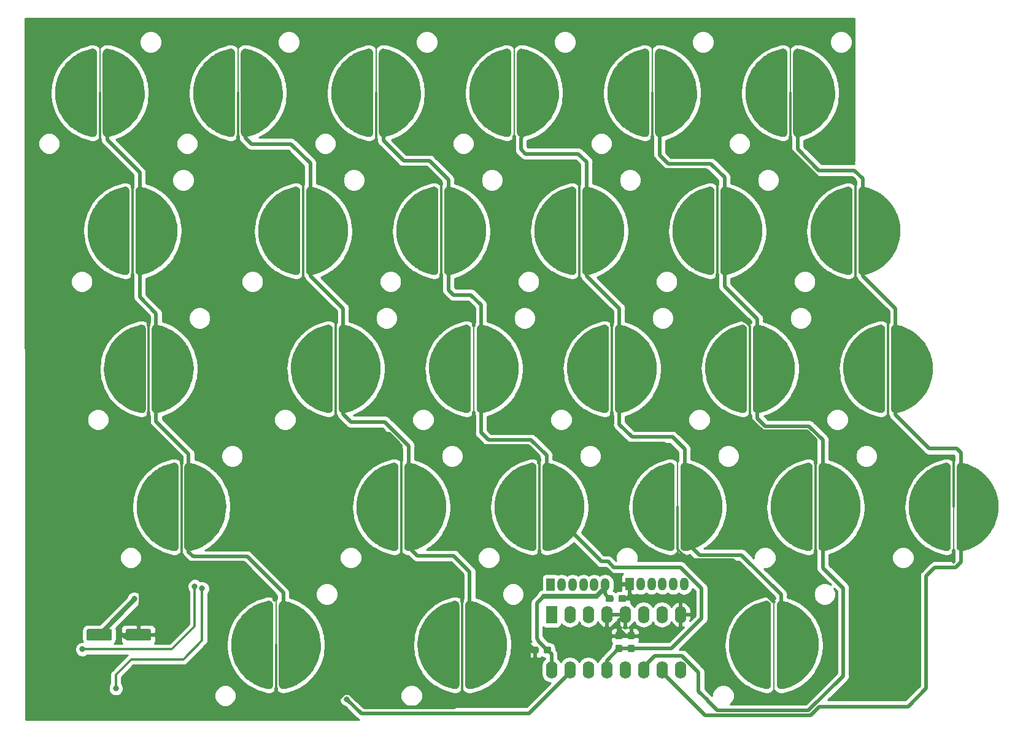
<source format=gbr>
G04 #@! TF.GenerationSoftware,KiCad,Pcbnew,(5.0.2)-1*
G04 #@! TF.CreationDate,2020-04-15T18:40:52+09:00*
G04 #@! TF.ProjectId,eckeyboard,65636b65-7962-46f6-9172-642e6b696361,rev?*
G04 #@! TF.SameCoordinates,Original*
G04 #@! TF.FileFunction,Copper,L1,Top*
G04 #@! TF.FilePolarity,Positive*
%FSLAX46Y46*%
G04 Gerber Fmt 4.6, Leading zero omitted, Abs format (unit mm)*
G04 Created by KiCad (PCBNEW (5.0.2)-1) date 2020/04/15 18:40:52*
%MOMM*%
%LPD*%
G01*
G04 APERTURE LIST*
G04 #@! TA.AperFunction,ComponentPad*
%ADD10C,1.000000*%
G04 #@! TD*
G04 #@! TA.AperFunction,ViaPad*
%ADD11C,1.000000*%
G04 #@! TD*
G04 #@! TA.AperFunction,Conductor*
%ADD12C,0.100000*%
G04 #@! TD*
G04 #@! TA.AperFunction,Conductor*
%ADD13R,0.250000X14.000000*%
G04 #@! TD*
G04 #@! TA.AperFunction,SMDPad,CuDef*
%ADD14C,1.600000*%
G04 #@! TD*
G04 #@! TA.AperFunction,ComponentPad*
%ADD15O,1.200000X1.800000*%
G04 #@! TD*
G04 #@! TA.AperFunction,ComponentPad*
%ADD16R,1.200000X1.800000*%
G04 #@! TD*
G04 #@! TA.AperFunction,ComponentPad*
%ADD17R,1.600000X2.400000*%
G04 #@! TD*
G04 #@! TA.AperFunction,ComponentPad*
%ADD18O,1.600000X2.400000*%
G04 #@! TD*
G04 #@! TA.AperFunction,SMDPad,CuDef*
%ADD19C,0.950000*%
G04 #@! TD*
G04 #@! TA.AperFunction,ViaPad*
%ADD20C,0.800000*%
G04 #@! TD*
G04 #@! TA.AperFunction,Conductor*
%ADD21C,0.300000*%
G04 #@! TD*
G04 #@! TA.AperFunction,Conductor*
%ADD22C,0.500000*%
G04 #@! TD*
G04 #@! TA.AperFunction,Conductor*
%ADD23C,0.700000*%
G04 #@! TD*
G04 #@! TA.AperFunction,Conductor*
%ADD24C,0.254000*%
G04 #@! TD*
G04 APERTURE END LIST*
D10*
G04 #@! TO.P,TP27,2*
G04 #@! TO.N,/ROW3*
X166784000Y-107150000D03*
G04 #@! TO.P,TP27,1*
G04 #@! TO.N,/COL5*
X168800000Y-107150000D03*
D11*
G04 #@! TD*
G04 #@! TO.N,/ROW3*
G04 #@! TO.C,TP27*
X166800000Y-107150000D03*
D12*
G04 #@! TO.N,/ROW3*
G04 #@! TO.C,TP27*
G36*
X166806511Y-101050145D02*
X166808850Y-101050065D01*
X166835776Y-101051781D01*
X166862717Y-101053287D01*
X166865030Y-101053645D01*
X166867351Y-101053793D01*
X166893929Y-101058119D01*
X166920647Y-101062255D01*
X166922908Y-101062835D01*
X166925209Y-101063210D01*
X166951258Y-101070115D01*
X166977425Y-101076833D01*
X166979622Y-101077633D01*
X166981872Y-101078229D01*
X167007124Y-101087643D01*
X167032509Y-101096882D01*
X167034613Y-101097890D01*
X167036799Y-101098705D01*
X167061021Y-101110543D01*
X167085375Y-101122211D01*
X167087374Y-101123422D01*
X167089466Y-101124444D01*
X167112384Y-101138568D01*
X167135516Y-101152577D01*
X167137388Y-101153978D01*
X167139370Y-101155199D01*
X167160795Y-101171488D01*
X167182454Y-101187692D01*
X167184182Y-101189270D01*
X167186034Y-101190678D01*
X167205769Y-101208981D01*
X167225742Y-101227219D01*
X167227306Y-101228956D01*
X167229014Y-101230540D01*
X167246859Y-101250672D01*
X167264967Y-101270782D01*
X167266358Y-101272669D01*
X167267898Y-101274406D01*
X167283678Y-101296161D01*
X167299753Y-101317965D01*
X167300951Y-101319975D01*
X167302317Y-101321858D01*
X167315897Y-101345047D01*
X167329769Y-101368317D01*
X167330767Y-101370439D01*
X167331940Y-101372441D01*
X167343176Y-101396809D01*
X167354728Y-101421358D01*
X167355515Y-101423568D01*
X167356486Y-101425674D01*
X167365316Y-101451092D01*
X167374392Y-101476581D01*
X167374956Y-101478842D01*
X167375722Y-101481048D01*
X167382038Y-101507248D01*
X167388573Y-101533459D01*
X167388915Y-101535775D01*
X167389460Y-101538036D01*
X167393189Y-101564717D01*
X167397136Y-101591450D01*
X167397250Y-101593779D01*
X167397573Y-101596091D01*
X167398679Y-101623002D01*
X167400000Y-101650000D01*
X167400000Y-112650000D01*
X167399942Y-112658377D01*
X167396261Y-112716881D01*
X167386889Y-112774747D01*
X167371914Y-112831422D01*
X167351481Y-112886365D01*
X167325784Y-112939052D01*
X167295068Y-112988980D01*
X167259627Y-113035673D01*
X167219798Y-113078684D01*
X167175962Y-113117603D01*
X167128538Y-113152059D01*
X167077978Y-113181722D01*
X167024764Y-113206310D01*
X166969405Y-113225588D01*
X166912429Y-113239372D01*
X166854380Y-113247531D01*
X166795811Y-113249985D01*
X166737283Y-113246713D01*
X166679353Y-113237745D01*
X166646265Y-113229250D01*
X166627061Y-113227368D01*
X166569556Y-113215988D01*
X166039612Y-113083905D01*
X166031497Y-113081822D01*
X166007540Y-113074225D01*
X165983494Y-113066967D01*
X165468967Y-112883802D01*
X165461094Y-112880938D01*
X165437969Y-112871029D01*
X165414767Y-112861468D01*
X164920570Y-112628967D01*
X164913014Y-112625348D01*
X164890950Y-112613221D01*
X164868810Y-112601451D01*
X164399659Y-112321835D01*
X164392493Y-112317496D01*
X164371729Y-112303281D01*
X164350830Y-112289399D01*
X163911204Y-111965336D01*
X163904496Y-111960319D01*
X163885208Y-111944137D01*
X163865774Y-111928290D01*
X163459870Y-111562875D01*
X163453683Y-111557227D01*
X163436053Y-111539226D01*
X163418273Y-111521573D01*
X163049963Y-111118293D01*
X163044356Y-111112068D01*
X163028575Y-111092444D01*
X163012592Y-111073127D01*
X162685395Y-110635830D01*
X162680423Y-110629088D01*
X162666644Y-110608035D01*
X162652612Y-110587236D01*
X162369648Y-110120096D01*
X162365357Y-110112901D01*
X162353700Y-110090607D01*
X162341762Y-110068533D01*
X162105734Y-109576011D01*
X162102166Y-109568432D01*
X162092733Y-109545090D01*
X162083014Y-109521974D01*
X161896173Y-109008771D01*
X161893362Y-109000879D01*
X161886252Y-108976731D01*
X161878834Y-108952773D01*
X161742966Y-108423786D01*
X161740938Y-108415658D01*
X161736219Y-108390931D01*
X161731174Y-108366364D01*
X161647574Y-107826644D01*
X161646349Y-107818357D01*
X161644068Y-107793316D01*
X161641441Y-107768346D01*
X161610907Y-107223043D01*
X161610497Y-107214676D01*
X161610671Y-107189499D01*
X161610493Y-107164424D01*
X161633318Y-106618745D01*
X161633726Y-106610378D01*
X161636356Y-106585338D01*
X161638626Y-106560366D01*
X161714591Y-106019517D01*
X161715814Y-106011229D01*
X161720868Y-105986598D01*
X161725570Y-105961936D01*
X161853949Y-105431081D01*
X161855975Y-105422953D01*
X161863407Y-105398937D01*
X161870495Y-105374845D01*
X162050064Y-104859052D01*
X162052873Y-104851160D01*
X162062622Y-104827963D01*
X162072019Y-104804698D01*
X162301065Y-104308890D01*
X162304630Y-104301310D01*
X162316602Y-104279164D01*
X162328218Y-104256940D01*
X162604552Y-103785848D01*
X162608841Y-103778651D01*
X162622898Y-103757807D01*
X162636646Y-103736793D01*
X162957632Y-103294916D01*
X162962603Y-103288173D01*
X162978632Y-103268794D01*
X162994359Y-103249230D01*
X163356932Y-102840783D01*
X163362537Y-102834557D01*
X163380401Y-102816814D01*
X163397943Y-102798897D01*
X163798644Y-102427781D01*
X163804830Y-102422132D01*
X163824282Y-102406264D01*
X163843546Y-102390097D01*
X164278548Y-102059856D01*
X164285256Y-102054836D01*
X164306187Y-102040927D01*
X164326913Y-102026733D01*
X164792067Y-101740515D01*
X164799232Y-101736174D01*
X164821468Y-101724349D01*
X164843433Y-101712271D01*
X165334295Y-101472810D01*
X165341849Y-101469189D01*
X165365154Y-101459581D01*
X165388172Y-101449713D01*
X165900058Y-101259294D01*
X165907930Y-101256428D01*
X165932012Y-101249155D01*
X165955934Y-101241564D01*
X166483959Y-101102006D01*
X166492073Y-101099921D01*
X166506725Y-101097019D01*
X166521199Y-101093422D01*
X166683923Y-101061335D01*
X166687298Y-101060694D01*
X166687571Y-101060628D01*
X166687858Y-101060588D01*
X166692153Y-101059772D01*
X166718891Y-101056226D01*
X166745620Y-101052469D01*
X166747956Y-101052371D01*
X166750264Y-101052065D01*
X166777246Y-101051144D01*
X166804189Y-101050015D01*
X166806511Y-101050145D01*
X166806511Y-101050145D01*
G37*
D11*
G04 #@! TO.N,/COL5*
X168800000Y-107150000D03*
D12*
G36*
X168862717Y-101053287D02*
X168920647Y-101062255D01*
X168953735Y-101070750D01*
X168972939Y-101072632D01*
X169030443Y-101084012D01*
X169560388Y-101216095D01*
X169568503Y-101218178D01*
X169592460Y-101225775D01*
X169616506Y-101233033D01*
X170131033Y-101416198D01*
X170138906Y-101419062D01*
X170162031Y-101428971D01*
X170185233Y-101438532D01*
X170679430Y-101671033D01*
X170686986Y-101674652D01*
X170709050Y-101686779D01*
X170731190Y-101698549D01*
X171200341Y-101978165D01*
X171207507Y-101982503D01*
X171228263Y-101996713D01*
X171249170Y-102010601D01*
X171688795Y-102334663D01*
X171695504Y-102339681D01*
X171714767Y-102355842D01*
X171734226Y-102371709D01*
X172140130Y-102737125D01*
X172146317Y-102742773D01*
X172163942Y-102760769D01*
X172181727Y-102778426D01*
X172550037Y-103181707D01*
X172555643Y-103187932D01*
X172571402Y-103207528D01*
X172587408Y-103226873D01*
X172914605Y-103664170D01*
X172919577Y-103670912D01*
X172933356Y-103691965D01*
X172947388Y-103712764D01*
X173230352Y-104179905D01*
X173234643Y-104187100D01*
X173246298Y-104209389D01*
X173258238Y-104231467D01*
X173494266Y-104723989D01*
X173497834Y-104731569D01*
X173507255Y-104754881D01*
X173516986Y-104778025D01*
X173703827Y-105291229D01*
X173706638Y-105299120D01*
X173713745Y-105323260D01*
X173721166Y-105347227D01*
X173857034Y-105876214D01*
X173859062Y-105884343D01*
X173863778Y-105909054D01*
X173868826Y-105933635D01*
X173952426Y-106473356D01*
X173953651Y-106481643D01*
X173955932Y-106506684D01*
X173958559Y-106531654D01*
X173989093Y-107076957D01*
X173989503Y-107085324D01*
X173989329Y-107110501D01*
X173989507Y-107135576D01*
X173966682Y-107681255D01*
X173966274Y-107689623D01*
X173963643Y-107714673D01*
X173961374Y-107739634D01*
X173885409Y-108280483D01*
X173884186Y-108288770D01*
X173879133Y-108313399D01*
X173874430Y-108338064D01*
X173746051Y-108868918D01*
X173744025Y-108877047D01*
X173736593Y-108901063D01*
X173729505Y-108925155D01*
X173549936Y-109440948D01*
X173547127Y-109448840D01*
X173537372Y-109472051D01*
X173527981Y-109495301D01*
X173298936Y-109991110D01*
X173295370Y-109998690D01*
X173283398Y-110020836D01*
X173271782Y-110043060D01*
X172995448Y-110514152D01*
X172991160Y-110521348D01*
X172977074Y-110542235D01*
X172963354Y-110563206D01*
X172642368Y-111005084D01*
X172637397Y-111011827D01*
X172621368Y-111031206D01*
X172605641Y-111050770D01*
X172243068Y-111459216D01*
X172237463Y-111465443D01*
X172219578Y-111483207D01*
X172202057Y-111501102D01*
X171801356Y-111872219D01*
X171795171Y-111877868D01*
X171775663Y-111893781D01*
X171756453Y-111909903D01*
X171321452Y-112240145D01*
X171314744Y-112245164D01*
X171293785Y-112259091D01*
X171273087Y-112273266D01*
X170807934Y-112559485D01*
X170800769Y-112563825D01*
X170778552Y-112575641D01*
X170756568Y-112587729D01*
X170265705Y-112827190D01*
X170258151Y-112830811D01*
X170234872Y-112840408D01*
X170211828Y-112850287D01*
X169699941Y-113040706D01*
X169692070Y-113043573D01*
X169667950Y-113050857D01*
X169644066Y-113058436D01*
X169116040Y-113197994D01*
X169107927Y-113200079D01*
X169093271Y-113202982D01*
X169078800Y-113206578D01*
X168916077Y-113238665D01*
X168912702Y-113239306D01*
X168912429Y-113239372D01*
X168912142Y-113239412D01*
X168907847Y-113240228D01*
X168881109Y-113243774D01*
X168854380Y-113247531D01*
X168852044Y-113247629D01*
X168849736Y-113247935D01*
X168822754Y-113248856D01*
X168795811Y-113249985D01*
X168793489Y-113249855D01*
X168791150Y-113249935D01*
X168764224Y-113248219D01*
X168737283Y-113246713D01*
X168734970Y-113246355D01*
X168732649Y-113246207D01*
X168706071Y-113241881D01*
X168679353Y-113237745D01*
X168677092Y-113237165D01*
X168674791Y-113236790D01*
X168648742Y-113229885D01*
X168622575Y-113223167D01*
X168620378Y-113222367D01*
X168618128Y-113221771D01*
X168592876Y-113212357D01*
X168567491Y-113203118D01*
X168565387Y-113202110D01*
X168563201Y-113201295D01*
X168538907Y-113189423D01*
X168514625Y-113177789D01*
X168512638Y-113176586D01*
X168510533Y-113175557D01*
X168487508Y-113161367D01*
X168464484Y-113147423D01*
X168462617Y-113146026D01*
X168460629Y-113144801D01*
X168439143Y-113128465D01*
X168417546Y-113112308D01*
X168415823Y-113110734D01*
X168413965Y-113109322D01*
X168394166Y-113090960D01*
X168374258Y-113072781D01*
X168372699Y-113071050D01*
X168370985Y-113069460D01*
X168353077Y-113049257D01*
X168335033Y-113029218D01*
X168333647Y-113027338D01*
X168332101Y-113025594D01*
X168316289Y-113003794D01*
X168300247Y-112982035D01*
X168299049Y-112980025D01*
X168297683Y-112978142D01*
X168284077Y-112954909D01*
X168270231Y-112931683D01*
X168269237Y-112929570D01*
X168268059Y-112927559D01*
X168256774Y-112903086D01*
X168245272Y-112878642D01*
X168244488Y-112876441D01*
X168243513Y-112874326D01*
X168234662Y-112848846D01*
X168225608Y-112823419D01*
X168225044Y-112821158D01*
X168224278Y-112818952D01*
X168217962Y-112792752D01*
X168211427Y-112766541D01*
X168211085Y-112764225D01*
X168210540Y-112761964D01*
X168206811Y-112735283D01*
X168202864Y-112708550D01*
X168202750Y-112706221D01*
X168202427Y-112703909D01*
X168201318Y-112676939D01*
X168200000Y-112650000D01*
X168200000Y-101650000D01*
X168200058Y-101641623D01*
X168203739Y-101583119D01*
X168213111Y-101525253D01*
X168228086Y-101468578D01*
X168248519Y-101413635D01*
X168274216Y-101360948D01*
X168304932Y-101311020D01*
X168340373Y-101264327D01*
X168380202Y-101221316D01*
X168424038Y-101182397D01*
X168471462Y-101147941D01*
X168522022Y-101118278D01*
X168575236Y-101093690D01*
X168630595Y-101074412D01*
X168687571Y-101060628D01*
X168745620Y-101052469D01*
X168804189Y-101050015D01*
X168862717Y-101053287D01*
X168862717Y-101053287D01*
G37*
D13*
G04 #@! TO.N,GND*
X167800000Y-107150000D03*
G04 #@! TD*
D10*
G04 #@! TO.P,TP26,2*
G04 #@! TO.N,/ROW2*
X157734000Y-88100000D03*
G04 #@! TO.P,TP26,1*
G04 #@! TO.N,/COL5*
X159750000Y-88100000D03*
D11*
G04 #@! TD*
G04 #@! TO.N,/ROW2*
G04 #@! TO.C,TP26*
X157750000Y-88100000D03*
D12*
G04 #@! TO.N,/ROW2*
G04 #@! TO.C,TP26*
G36*
X157756511Y-82000145D02*
X157758850Y-82000065D01*
X157785776Y-82001781D01*
X157812717Y-82003287D01*
X157815030Y-82003645D01*
X157817351Y-82003793D01*
X157843929Y-82008119D01*
X157870647Y-82012255D01*
X157872908Y-82012835D01*
X157875209Y-82013210D01*
X157901258Y-82020115D01*
X157927425Y-82026833D01*
X157929622Y-82027633D01*
X157931872Y-82028229D01*
X157957124Y-82037643D01*
X157982509Y-82046882D01*
X157984613Y-82047890D01*
X157986799Y-82048705D01*
X158011021Y-82060543D01*
X158035375Y-82072211D01*
X158037374Y-82073422D01*
X158039466Y-82074444D01*
X158062384Y-82088568D01*
X158085516Y-82102577D01*
X158087388Y-82103978D01*
X158089370Y-82105199D01*
X158110795Y-82121488D01*
X158132454Y-82137692D01*
X158134182Y-82139270D01*
X158136034Y-82140678D01*
X158155769Y-82158981D01*
X158175742Y-82177219D01*
X158177306Y-82178956D01*
X158179014Y-82180540D01*
X158196859Y-82200672D01*
X158214967Y-82220782D01*
X158216358Y-82222669D01*
X158217898Y-82224406D01*
X158233678Y-82246161D01*
X158249753Y-82267965D01*
X158250951Y-82269975D01*
X158252317Y-82271858D01*
X158265897Y-82295047D01*
X158279769Y-82318317D01*
X158280767Y-82320439D01*
X158281940Y-82322441D01*
X158293176Y-82346809D01*
X158304728Y-82371358D01*
X158305515Y-82373568D01*
X158306486Y-82375674D01*
X158315316Y-82401092D01*
X158324392Y-82426581D01*
X158324956Y-82428842D01*
X158325722Y-82431048D01*
X158332038Y-82457248D01*
X158338573Y-82483459D01*
X158338915Y-82485775D01*
X158339460Y-82488036D01*
X158343189Y-82514717D01*
X158347136Y-82541450D01*
X158347250Y-82543779D01*
X158347573Y-82546091D01*
X158348679Y-82573002D01*
X158350000Y-82600000D01*
X158350000Y-93600000D01*
X158349942Y-93608377D01*
X158346261Y-93666881D01*
X158336889Y-93724747D01*
X158321914Y-93781422D01*
X158301481Y-93836365D01*
X158275784Y-93889052D01*
X158245068Y-93938980D01*
X158209627Y-93985673D01*
X158169798Y-94028684D01*
X158125962Y-94067603D01*
X158078538Y-94102059D01*
X158027978Y-94131722D01*
X157974764Y-94156310D01*
X157919405Y-94175588D01*
X157862429Y-94189372D01*
X157804380Y-94197531D01*
X157745811Y-94199985D01*
X157687283Y-94196713D01*
X157629353Y-94187745D01*
X157596265Y-94179250D01*
X157577061Y-94177368D01*
X157519556Y-94165988D01*
X156989612Y-94033905D01*
X156981497Y-94031822D01*
X156957540Y-94024225D01*
X156933494Y-94016967D01*
X156418967Y-93833802D01*
X156411094Y-93830938D01*
X156387969Y-93821029D01*
X156364767Y-93811468D01*
X155870570Y-93578967D01*
X155863014Y-93575348D01*
X155840950Y-93563221D01*
X155818810Y-93551451D01*
X155349659Y-93271835D01*
X155342493Y-93267496D01*
X155321729Y-93253281D01*
X155300830Y-93239399D01*
X154861204Y-92915336D01*
X154854496Y-92910319D01*
X154835208Y-92894137D01*
X154815774Y-92878290D01*
X154409870Y-92512875D01*
X154403683Y-92507227D01*
X154386053Y-92489226D01*
X154368273Y-92471573D01*
X153999963Y-92068293D01*
X153994356Y-92062068D01*
X153978575Y-92042444D01*
X153962592Y-92023127D01*
X153635395Y-91585830D01*
X153630423Y-91579088D01*
X153616644Y-91558035D01*
X153602612Y-91537236D01*
X153319648Y-91070096D01*
X153315357Y-91062901D01*
X153303700Y-91040607D01*
X153291762Y-91018533D01*
X153055734Y-90526011D01*
X153052166Y-90518432D01*
X153042733Y-90495090D01*
X153033014Y-90471974D01*
X152846173Y-89958771D01*
X152843362Y-89950879D01*
X152836252Y-89926731D01*
X152828834Y-89902773D01*
X152692966Y-89373786D01*
X152690938Y-89365658D01*
X152686219Y-89340931D01*
X152681174Y-89316364D01*
X152597574Y-88776644D01*
X152596349Y-88768357D01*
X152594068Y-88743316D01*
X152591441Y-88718346D01*
X152560907Y-88173043D01*
X152560497Y-88164676D01*
X152560671Y-88139499D01*
X152560493Y-88114424D01*
X152583318Y-87568745D01*
X152583726Y-87560378D01*
X152586356Y-87535338D01*
X152588626Y-87510366D01*
X152664591Y-86969517D01*
X152665814Y-86961229D01*
X152670868Y-86936598D01*
X152675570Y-86911936D01*
X152803949Y-86381081D01*
X152805975Y-86372953D01*
X152813407Y-86348937D01*
X152820495Y-86324845D01*
X153000064Y-85809052D01*
X153002873Y-85801160D01*
X153012622Y-85777963D01*
X153022019Y-85754698D01*
X153251065Y-85258890D01*
X153254630Y-85251310D01*
X153266602Y-85229164D01*
X153278218Y-85206940D01*
X153554552Y-84735848D01*
X153558841Y-84728651D01*
X153572898Y-84707807D01*
X153586646Y-84686793D01*
X153907632Y-84244916D01*
X153912603Y-84238173D01*
X153928632Y-84218794D01*
X153944359Y-84199230D01*
X154306932Y-83790783D01*
X154312537Y-83784557D01*
X154330401Y-83766814D01*
X154347943Y-83748897D01*
X154748644Y-83377781D01*
X154754830Y-83372132D01*
X154774282Y-83356264D01*
X154793546Y-83340097D01*
X155228548Y-83009856D01*
X155235256Y-83004836D01*
X155256187Y-82990927D01*
X155276913Y-82976733D01*
X155742067Y-82690515D01*
X155749232Y-82686174D01*
X155771468Y-82674349D01*
X155793433Y-82662271D01*
X156284295Y-82422810D01*
X156291849Y-82419189D01*
X156315154Y-82409581D01*
X156338172Y-82399713D01*
X156850058Y-82209294D01*
X156857930Y-82206428D01*
X156882012Y-82199155D01*
X156905934Y-82191564D01*
X157433959Y-82052006D01*
X157442073Y-82049921D01*
X157456725Y-82047019D01*
X157471199Y-82043422D01*
X157633923Y-82011335D01*
X157637298Y-82010694D01*
X157637571Y-82010628D01*
X157637858Y-82010588D01*
X157642153Y-82009772D01*
X157668891Y-82006226D01*
X157695620Y-82002469D01*
X157697956Y-82002371D01*
X157700264Y-82002065D01*
X157727246Y-82001144D01*
X157754189Y-82000015D01*
X157756511Y-82000145D01*
X157756511Y-82000145D01*
G37*
D11*
G04 #@! TO.N,/COL5*
X159750000Y-88100000D03*
D12*
G36*
X159812717Y-82003287D02*
X159870647Y-82012255D01*
X159903735Y-82020750D01*
X159922939Y-82022632D01*
X159980443Y-82034012D01*
X160510388Y-82166095D01*
X160518503Y-82168178D01*
X160542460Y-82175775D01*
X160566506Y-82183033D01*
X161081033Y-82366198D01*
X161088906Y-82369062D01*
X161112031Y-82378971D01*
X161135233Y-82388532D01*
X161629430Y-82621033D01*
X161636986Y-82624652D01*
X161659050Y-82636779D01*
X161681190Y-82648549D01*
X162150341Y-82928165D01*
X162157507Y-82932503D01*
X162178263Y-82946713D01*
X162199170Y-82960601D01*
X162638795Y-83284663D01*
X162645504Y-83289681D01*
X162664767Y-83305842D01*
X162684226Y-83321709D01*
X163090130Y-83687125D01*
X163096317Y-83692773D01*
X163113942Y-83710769D01*
X163131727Y-83728426D01*
X163500037Y-84131707D01*
X163505643Y-84137932D01*
X163521402Y-84157528D01*
X163537408Y-84176873D01*
X163864605Y-84614170D01*
X163869577Y-84620912D01*
X163883356Y-84641965D01*
X163897388Y-84662764D01*
X164180352Y-85129905D01*
X164184643Y-85137100D01*
X164196298Y-85159389D01*
X164208238Y-85181467D01*
X164444266Y-85673989D01*
X164447834Y-85681569D01*
X164457255Y-85704881D01*
X164466986Y-85728025D01*
X164653827Y-86241229D01*
X164656638Y-86249120D01*
X164663745Y-86273260D01*
X164671166Y-86297227D01*
X164807034Y-86826214D01*
X164809062Y-86834343D01*
X164813778Y-86859054D01*
X164818826Y-86883635D01*
X164902426Y-87423356D01*
X164903651Y-87431643D01*
X164905932Y-87456684D01*
X164908559Y-87481654D01*
X164939093Y-88026957D01*
X164939503Y-88035324D01*
X164939329Y-88060501D01*
X164939507Y-88085576D01*
X164916682Y-88631255D01*
X164916274Y-88639623D01*
X164913643Y-88664673D01*
X164911374Y-88689634D01*
X164835409Y-89230483D01*
X164834186Y-89238770D01*
X164829133Y-89263399D01*
X164824430Y-89288064D01*
X164696051Y-89818918D01*
X164694025Y-89827047D01*
X164686593Y-89851063D01*
X164679505Y-89875155D01*
X164499936Y-90390948D01*
X164497127Y-90398840D01*
X164487372Y-90422051D01*
X164477981Y-90445301D01*
X164248936Y-90941110D01*
X164245370Y-90948690D01*
X164233398Y-90970836D01*
X164221782Y-90993060D01*
X163945448Y-91464152D01*
X163941160Y-91471348D01*
X163927074Y-91492235D01*
X163913354Y-91513206D01*
X163592368Y-91955084D01*
X163587397Y-91961827D01*
X163571368Y-91981206D01*
X163555641Y-92000770D01*
X163193068Y-92409216D01*
X163187463Y-92415443D01*
X163169578Y-92433207D01*
X163152057Y-92451102D01*
X162751356Y-92822219D01*
X162745171Y-92827868D01*
X162725663Y-92843781D01*
X162706453Y-92859903D01*
X162271452Y-93190145D01*
X162264744Y-93195164D01*
X162243785Y-93209091D01*
X162223087Y-93223266D01*
X161757934Y-93509485D01*
X161750769Y-93513825D01*
X161728552Y-93525641D01*
X161706568Y-93537729D01*
X161215705Y-93777190D01*
X161208151Y-93780811D01*
X161184872Y-93790408D01*
X161161828Y-93800287D01*
X160649941Y-93990706D01*
X160642070Y-93993573D01*
X160617950Y-94000857D01*
X160594066Y-94008436D01*
X160066040Y-94147994D01*
X160057927Y-94150079D01*
X160043271Y-94152982D01*
X160028800Y-94156578D01*
X159866077Y-94188665D01*
X159862702Y-94189306D01*
X159862429Y-94189372D01*
X159862142Y-94189412D01*
X159857847Y-94190228D01*
X159831109Y-94193774D01*
X159804380Y-94197531D01*
X159802044Y-94197629D01*
X159799736Y-94197935D01*
X159772754Y-94198856D01*
X159745811Y-94199985D01*
X159743489Y-94199855D01*
X159741150Y-94199935D01*
X159714224Y-94198219D01*
X159687283Y-94196713D01*
X159684970Y-94196355D01*
X159682649Y-94196207D01*
X159656071Y-94191881D01*
X159629353Y-94187745D01*
X159627092Y-94187165D01*
X159624791Y-94186790D01*
X159598742Y-94179885D01*
X159572575Y-94173167D01*
X159570378Y-94172367D01*
X159568128Y-94171771D01*
X159542876Y-94162357D01*
X159517491Y-94153118D01*
X159515387Y-94152110D01*
X159513201Y-94151295D01*
X159488907Y-94139423D01*
X159464625Y-94127789D01*
X159462638Y-94126586D01*
X159460533Y-94125557D01*
X159437508Y-94111367D01*
X159414484Y-94097423D01*
X159412617Y-94096026D01*
X159410629Y-94094801D01*
X159389143Y-94078465D01*
X159367546Y-94062308D01*
X159365823Y-94060734D01*
X159363965Y-94059322D01*
X159344166Y-94040960D01*
X159324258Y-94022781D01*
X159322699Y-94021050D01*
X159320985Y-94019460D01*
X159303077Y-93999257D01*
X159285033Y-93979218D01*
X159283647Y-93977338D01*
X159282101Y-93975594D01*
X159266289Y-93953794D01*
X159250247Y-93932035D01*
X159249049Y-93930025D01*
X159247683Y-93928142D01*
X159234077Y-93904909D01*
X159220231Y-93881683D01*
X159219237Y-93879570D01*
X159218059Y-93877559D01*
X159206774Y-93853086D01*
X159195272Y-93828642D01*
X159194488Y-93826441D01*
X159193513Y-93824326D01*
X159184662Y-93798846D01*
X159175608Y-93773419D01*
X159175044Y-93771158D01*
X159174278Y-93768952D01*
X159167962Y-93742752D01*
X159161427Y-93716541D01*
X159161085Y-93714225D01*
X159160540Y-93711964D01*
X159156811Y-93685283D01*
X159152864Y-93658550D01*
X159152750Y-93656221D01*
X159152427Y-93653909D01*
X159151318Y-93626939D01*
X159150000Y-93600000D01*
X159150000Y-82600000D01*
X159150058Y-82591623D01*
X159153739Y-82533119D01*
X159163111Y-82475253D01*
X159178086Y-82418578D01*
X159198519Y-82363635D01*
X159224216Y-82310948D01*
X159254932Y-82261020D01*
X159290373Y-82214327D01*
X159330202Y-82171316D01*
X159374038Y-82132397D01*
X159421462Y-82097941D01*
X159472022Y-82068278D01*
X159525236Y-82043690D01*
X159580595Y-82024412D01*
X159637571Y-82010628D01*
X159695620Y-82002469D01*
X159754189Y-82000015D01*
X159812717Y-82003287D01*
X159812717Y-82003287D01*
G37*
D13*
G04 #@! TO.N,GND*
X158750000Y-88100000D03*
G04 #@! TD*
D10*
G04 #@! TO.P,TP25,2*
G04 #@! TO.N,/ROW1*
X153234000Y-69050000D03*
G04 #@! TO.P,TP25,1*
G04 #@! TO.N,/COL5*
X155250000Y-69050000D03*
D11*
G04 #@! TD*
G04 #@! TO.N,/ROW1*
G04 #@! TO.C,TP25*
X153250000Y-69050000D03*
D12*
G04 #@! TO.N,/ROW1*
G04 #@! TO.C,TP25*
G36*
X153256511Y-62950145D02*
X153258850Y-62950065D01*
X153285776Y-62951781D01*
X153312717Y-62953287D01*
X153315030Y-62953645D01*
X153317351Y-62953793D01*
X153343929Y-62958119D01*
X153370647Y-62962255D01*
X153372908Y-62962835D01*
X153375209Y-62963210D01*
X153401258Y-62970115D01*
X153427425Y-62976833D01*
X153429622Y-62977633D01*
X153431872Y-62978229D01*
X153457124Y-62987643D01*
X153482509Y-62996882D01*
X153484613Y-62997890D01*
X153486799Y-62998705D01*
X153511021Y-63010543D01*
X153535375Y-63022211D01*
X153537374Y-63023422D01*
X153539466Y-63024444D01*
X153562384Y-63038568D01*
X153585516Y-63052577D01*
X153587388Y-63053978D01*
X153589370Y-63055199D01*
X153610795Y-63071488D01*
X153632454Y-63087692D01*
X153634182Y-63089270D01*
X153636034Y-63090678D01*
X153655769Y-63108981D01*
X153675742Y-63127219D01*
X153677306Y-63128956D01*
X153679014Y-63130540D01*
X153696859Y-63150672D01*
X153714967Y-63170782D01*
X153716358Y-63172669D01*
X153717898Y-63174406D01*
X153733678Y-63196161D01*
X153749753Y-63217965D01*
X153750951Y-63219975D01*
X153752317Y-63221858D01*
X153765897Y-63245047D01*
X153779769Y-63268317D01*
X153780767Y-63270439D01*
X153781940Y-63272441D01*
X153793176Y-63296809D01*
X153804728Y-63321358D01*
X153805515Y-63323568D01*
X153806486Y-63325674D01*
X153815316Y-63351092D01*
X153824392Y-63376581D01*
X153824956Y-63378842D01*
X153825722Y-63381048D01*
X153832038Y-63407248D01*
X153838573Y-63433459D01*
X153838915Y-63435775D01*
X153839460Y-63438036D01*
X153843189Y-63464717D01*
X153847136Y-63491450D01*
X153847250Y-63493779D01*
X153847573Y-63496091D01*
X153848679Y-63523002D01*
X153850000Y-63550000D01*
X153850000Y-74550000D01*
X153849942Y-74558377D01*
X153846261Y-74616881D01*
X153836889Y-74674747D01*
X153821914Y-74731422D01*
X153801481Y-74786365D01*
X153775784Y-74839052D01*
X153745068Y-74888980D01*
X153709627Y-74935673D01*
X153669798Y-74978684D01*
X153625962Y-75017603D01*
X153578538Y-75052059D01*
X153527978Y-75081722D01*
X153474764Y-75106310D01*
X153419405Y-75125588D01*
X153362429Y-75139372D01*
X153304380Y-75147531D01*
X153245811Y-75149985D01*
X153187283Y-75146713D01*
X153129353Y-75137745D01*
X153096265Y-75129250D01*
X153077061Y-75127368D01*
X153019556Y-75115988D01*
X152489612Y-74983905D01*
X152481497Y-74981822D01*
X152457540Y-74974225D01*
X152433494Y-74966967D01*
X151918967Y-74783802D01*
X151911094Y-74780938D01*
X151887969Y-74771029D01*
X151864767Y-74761468D01*
X151370570Y-74528967D01*
X151363014Y-74525348D01*
X151340950Y-74513221D01*
X151318810Y-74501451D01*
X150849659Y-74221835D01*
X150842493Y-74217496D01*
X150821729Y-74203281D01*
X150800830Y-74189399D01*
X150361204Y-73865336D01*
X150354496Y-73860319D01*
X150335208Y-73844137D01*
X150315774Y-73828290D01*
X149909870Y-73462875D01*
X149903683Y-73457227D01*
X149886053Y-73439226D01*
X149868273Y-73421573D01*
X149499963Y-73018293D01*
X149494356Y-73012068D01*
X149478575Y-72992444D01*
X149462592Y-72973127D01*
X149135395Y-72535830D01*
X149130423Y-72529088D01*
X149116644Y-72508035D01*
X149102612Y-72487236D01*
X148819648Y-72020096D01*
X148815357Y-72012901D01*
X148803700Y-71990607D01*
X148791762Y-71968533D01*
X148555734Y-71476011D01*
X148552166Y-71468432D01*
X148542733Y-71445090D01*
X148533014Y-71421974D01*
X148346173Y-70908771D01*
X148343362Y-70900879D01*
X148336252Y-70876731D01*
X148328834Y-70852773D01*
X148192966Y-70323786D01*
X148190938Y-70315658D01*
X148186219Y-70290931D01*
X148181174Y-70266364D01*
X148097574Y-69726644D01*
X148096349Y-69718357D01*
X148094068Y-69693316D01*
X148091441Y-69668346D01*
X148060907Y-69123043D01*
X148060497Y-69114676D01*
X148060671Y-69089499D01*
X148060493Y-69064424D01*
X148083318Y-68518745D01*
X148083726Y-68510378D01*
X148086356Y-68485338D01*
X148088626Y-68460366D01*
X148164591Y-67919517D01*
X148165814Y-67911229D01*
X148170868Y-67886598D01*
X148175570Y-67861936D01*
X148303949Y-67331081D01*
X148305975Y-67322953D01*
X148313407Y-67298937D01*
X148320495Y-67274845D01*
X148500064Y-66759052D01*
X148502873Y-66751160D01*
X148512622Y-66727963D01*
X148522019Y-66704698D01*
X148751065Y-66208890D01*
X148754630Y-66201310D01*
X148766602Y-66179164D01*
X148778218Y-66156940D01*
X149054552Y-65685848D01*
X149058841Y-65678651D01*
X149072898Y-65657807D01*
X149086646Y-65636793D01*
X149407632Y-65194916D01*
X149412603Y-65188173D01*
X149428632Y-65168794D01*
X149444359Y-65149230D01*
X149806932Y-64740783D01*
X149812537Y-64734557D01*
X149830401Y-64716814D01*
X149847943Y-64698897D01*
X150248644Y-64327781D01*
X150254830Y-64322132D01*
X150274282Y-64306264D01*
X150293546Y-64290097D01*
X150728548Y-63959856D01*
X150735256Y-63954836D01*
X150756187Y-63940927D01*
X150776913Y-63926733D01*
X151242067Y-63640515D01*
X151249232Y-63636174D01*
X151271468Y-63624349D01*
X151293433Y-63612271D01*
X151784295Y-63372810D01*
X151791849Y-63369189D01*
X151815154Y-63359581D01*
X151838172Y-63349713D01*
X152350058Y-63159294D01*
X152357930Y-63156428D01*
X152382012Y-63149155D01*
X152405934Y-63141564D01*
X152933959Y-63002006D01*
X152942073Y-62999921D01*
X152956725Y-62997019D01*
X152971199Y-62993422D01*
X153133923Y-62961335D01*
X153137298Y-62960694D01*
X153137571Y-62960628D01*
X153137858Y-62960588D01*
X153142153Y-62959772D01*
X153168891Y-62956226D01*
X153195620Y-62952469D01*
X153197956Y-62952371D01*
X153200264Y-62952065D01*
X153227246Y-62951144D01*
X153254189Y-62950015D01*
X153256511Y-62950145D01*
X153256511Y-62950145D01*
G37*
D11*
G04 #@! TO.N,/COL5*
X155250000Y-69050000D03*
D12*
G36*
X155312717Y-62953287D02*
X155370647Y-62962255D01*
X155403735Y-62970750D01*
X155422939Y-62972632D01*
X155480443Y-62984012D01*
X156010388Y-63116095D01*
X156018503Y-63118178D01*
X156042460Y-63125775D01*
X156066506Y-63133033D01*
X156581033Y-63316198D01*
X156588906Y-63319062D01*
X156612031Y-63328971D01*
X156635233Y-63338532D01*
X157129430Y-63571033D01*
X157136986Y-63574652D01*
X157159050Y-63586779D01*
X157181190Y-63598549D01*
X157650341Y-63878165D01*
X157657507Y-63882503D01*
X157678263Y-63896713D01*
X157699170Y-63910601D01*
X158138795Y-64234663D01*
X158145504Y-64239681D01*
X158164767Y-64255842D01*
X158184226Y-64271709D01*
X158590130Y-64637125D01*
X158596317Y-64642773D01*
X158613942Y-64660769D01*
X158631727Y-64678426D01*
X159000037Y-65081707D01*
X159005643Y-65087932D01*
X159021402Y-65107528D01*
X159037408Y-65126873D01*
X159364605Y-65564170D01*
X159369577Y-65570912D01*
X159383356Y-65591965D01*
X159397388Y-65612764D01*
X159680352Y-66079905D01*
X159684643Y-66087100D01*
X159696298Y-66109389D01*
X159708238Y-66131467D01*
X159944266Y-66623989D01*
X159947834Y-66631569D01*
X159957255Y-66654881D01*
X159966986Y-66678025D01*
X160153827Y-67191229D01*
X160156638Y-67199120D01*
X160163745Y-67223260D01*
X160171166Y-67247227D01*
X160307034Y-67776214D01*
X160309062Y-67784343D01*
X160313778Y-67809054D01*
X160318826Y-67833635D01*
X160402426Y-68373356D01*
X160403651Y-68381643D01*
X160405932Y-68406684D01*
X160408559Y-68431654D01*
X160439093Y-68976957D01*
X160439503Y-68985324D01*
X160439329Y-69010501D01*
X160439507Y-69035576D01*
X160416682Y-69581255D01*
X160416274Y-69589623D01*
X160413643Y-69614673D01*
X160411374Y-69639634D01*
X160335409Y-70180483D01*
X160334186Y-70188770D01*
X160329133Y-70213399D01*
X160324430Y-70238064D01*
X160196051Y-70768918D01*
X160194025Y-70777047D01*
X160186593Y-70801063D01*
X160179505Y-70825155D01*
X159999936Y-71340948D01*
X159997127Y-71348840D01*
X159987372Y-71372051D01*
X159977981Y-71395301D01*
X159748936Y-71891110D01*
X159745370Y-71898690D01*
X159733398Y-71920836D01*
X159721782Y-71943060D01*
X159445448Y-72414152D01*
X159441160Y-72421348D01*
X159427074Y-72442235D01*
X159413354Y-72463206D01*
X159092368Y-72905084D01*
X159087397Y-72911827D01*
X159071368Y-72931206D01*
X159055641Y-72950770D01*
X158693068Y-73359216D01*
X158687463Y-73365443D01*
X158669578Y-73383207D01*
X158652057Y-73401102D01*
X158251356Y-73772219D01*
X158245171Y-73777868D01*
X158225663Y-73793781D01*
X158206453Y-73809903D01*
X157771452Y-74140145D01*
X157764744Y-74145164D01*
X157743785Y-74159091D01*
X157723087Y-74173266D01*
X157257934Y-74459485D01*
X157250769Y-74463825D01*
X157228552Y-74475641D01*
X157206568Y-74487729D01*
X156715705Y-74727190D01*
X156708151Y-74730811D01*
X156684872Y-74740408D01*
X156661828Y-74750287D01*
X156149941Y-74940706D01*
X156142070Y-74943573D01*
X156117950Y-74950857D01*
X156094066Y-74958436D01*
X155566040Y-75097994D01*
X155557927Y-75100079D01*
X155543271Y-75102982D01*
X155528800Y-75106578D01*
X155366077Y-75138665D01*
X155362702Y-75139306D01*
X155362429Y-75139372D01*
X155362142Y-75139412D01*
X155357847Y-75140228D01*
X155331109Y-75143774D01*
X155304380Y-75147531D01*
X155302044Y-75147629D01*
X155299736Y-75147935D01*
X155272754Y-75148856D01*
X155245811Y-75149985D01*
X155243489Y-75149855D01*
X155241150Y-75149935D01*
X155214224Y-75148219D01*
X155187283Y-75146713D01*
X155184970Y-75146355D01*
X155182649Y-75146207D01*
X155156071Y-75141881D01*
X155129353Y-75137745D01*
X155127092Y-75137165D01*
X155124791Y-75136790D01*
X155098742Y-75129885D01*
X155072575Y-75123167D01*
X155070378Y-75122367D01*
X155068128Y-75121771D01*
X155042876Y-75112357D01*
X155017491Y-75103118D01*
X155015387Y-75102110D01*
X155013201Y-75101295D01*
X154988907Y-75089423D01*
X154964625Y-75077789D01*
X154962638Y-75076586D01*
X154960533Y-75075557D01*
X154937508Y-75061367D01*
X154914484Y-75047423D01*
X154912617Y-75046026D01*
X154910629Y-75044801D01*
X154889143Y-75028465D01*
X154867546Y-75012308D01*
X154865823Y-75010734D01*
X154863965Y-75009322D01*
X154844166Y-74990960D01*
X154824258Y-74972781D01*
X154822699Y-74971050D01*
X154820985Y-74969460D01*
X154803077Y-74949257D01*
X154785033Y-74929218D01*
X154783647Y-74927338D01*
X154782101Y-74925594D01*
X154766289Y-74903794D01*
X154750247Y-74882035D01*
X154749049Y-74880025D01*
X154747683Y-74878142D01*
X154734077Y-74854909D01*
X154720231Y-74831683D01*
X154719237Y-74829570D01*
X154718059Y-74827559D01*
X154706774Y-74803086D01*
X154695272Y-74778642D01*
X154694488Y-74776441D01*
X154693513Y-74774326D01*
X154684662Y-74748846D01*
X154675608Y-74723419D01*
X154675044Y-74721158D01*
X154674278Y-74718952D01*
X154667962Y-74692752D01*
X154661427Y-74666541D01*
X154661085Y-74664225D01*
X154660540Y-74661964D01*
X154656811Y-74635283D01*
X154652864Y-74608550D01*
X154652750Y-74606221D01*
X154652427Y-74603909D01*
X154651318Y-74576939D01*
X154650000Y-74550000D01*
X154650000Y-63550000D01*
X154650058Y-63541623D01*
X154653739Y-63483119D01*
X154663111Y-63425253D01*
X154678086Y-63368578D01*
X154698519Y-63313635D01*
X154724216Y-63260948D01*
X154754932Y-63211020D01*
X154790373Y-63164327D01*
X154830202Y-63121316D01*
X154874038Y-63082397D01*
X154921462Y-63047941D01*
X154972022Y-63018278D01*
X155025236Y-62993690D01*
X155080595Y-62974412D01*
X155137571Y-62960628D01*
X155195620Y-62952469D01*
X155254189Y-62950015D01*
X155312717Y-62953287D01*
X155312717Y-62953287D01*
G37*
D13*
G04 #@! TO.N,GND*
X154250000Y-69050000D03*
G04 #@! TD*
D10*
G04 #@! TO.P,TP24,2*
G04 #@! TO.N,/ROW0*
X144234000Y-50000000D03*
G04 #@! TO.P,TP24,1*
G04 #@! TO.N,/COL5*
X146250000Y-50000000D03*
D11*
G04 #@! TD*
G04 #@! TO.N,/ROW0*
G04 #@! TO.C,TP24*
X144250000Y-50000000D03*
D12*
G04 #@! TO.N,/ROW0*
G04 #@! TO.C,TP24*
G36*
X144256511Y-43900145D02*
X144258850Y-43900065D01*
X144285776Y-43901781D01*
X144312717Y-43903287D01*
X144315030Y-43903645D01*
X144317351Y-43903793D01*
X144343929Y-43908119D01*
X144370647Y-43912255D01*
X144372908Y-43912835D01*
X144375209Y-43913210D01*
X144401258Y-43920115D01*
X144427425Y-43926833D01*
X144429622Y-43927633D01*
X144431872Y-43928229D01*
X144457124Y-43937643D01*
X144482509Y-43946882D01*
X144484613Y-43947890D01*
X144486799Y-43948705D01*
X144511021Y-43960543D01*
X144535375Y-43972211D01*
X144537374Y-43973422D01*
X144539466Y-43974444D01*
X144562384Y-43988568D01*
X144585516Y-44002577D01*
X144587388Y-44003978D01*
X144589370Y-44005199D01*
X144610795Y-44021488D01*
X144632454Y-44037692D01*
X144634182Y-44039270D01*
X144636034Y-44040678D01*
X144655769Y-44058981D01*
X144675742Y-44077219D01*
X144677306Y-44078956D01*
X144679014Y-44080540D01*
X144696859Y-44100672D01*
X144714967Y-44120782D01*
X144716358Y-44122669D01*
X144717898Y-44124406D01*
X144733678Y-44146161D01*
X144749753Y-44167965D01*
X144750951Y-44169975D01*
X144752317Y-44171858D01*
X144765897Y-44195047D01*
X144779769Y-44218317D01*
X144780767Y-44220439D01*
X144781940Y-44222441D01*
X144793176Y-44246809D01*
X144804728Y-44271358D01*
X144805515Y-44273568D01*
X144806486Y-44275674D01*
X144815316Y-44301092D01*
X144824392Y-44326581D01*
X144824956Y-44328842D01*
X144825722Y-44331048D01*
X144832038Y-44357248D01*
X144838573Y-44383459D01*
X144838915Y-44385775D01*
X144839460Y-44388036D01*
X144843189Y-44414717D01*
X144847136Y-44441450D01*
X144847250Y-44443779D01*
X144847573Y-44446091D01*
X144848679Y-44473002D01*
X144850000Y-44500000D01*
X144850000Y-55500000D01*
X144849942Y-55508377D01*
X144846261Y-55566881D01*
X144836889Y-55624747D01*
X144821914Y-55681422D01*
X144801481Y-55736365D01*
X144775784Y-55789052D01*
X144745068Y-55838980D01*
X144709627Y-55885673D01*
X144669798Y-55928684D01*
X144625962Y-55967603D01*
X144578538Y-56002059D01*
X144527978Y-56031722D01*
X144474764Y-56056310D01*
X144419405Y-56075588D01*
X144362429Y-56089372D01*
X144304380Y-56097531D01*
X144245811Y-56099985D01*
X144187283Y-56096713D01*
X144129353Y-56087745D01*
X144096265Y-56079250D01*
X144077061Y-56077368D01*
X144019556Y-56065988D01*
X143489612Y-55933905D01*
X143481497Y-55931822D01*
X143457540Y-55924225D01*
X143433494Y-55916967D01*
X142918967Y-55733802D01*
X142911094Y-55730938D01*
X142887969Y-55721029D01*
X142864767Y-55711468D01*
X142370570Y-55478967D01*
X142363014Y-55475348D01*
X142340950Y-55463221D01*
X142318810Y-55451451D01*
X141849659Y-55171835D01*
X141842493Y-55167496D01*
X141821729Y-55153281D01*
X141800830Y-55139399D01*
X141361204Y-54815336D01*
X141354496Y-54810319D01*
X141335208Y-54794137D01*
X141315774Y-54778290D01*
X140909870Y-54412875D01*
X140903683Y-54407227D01*
X140886053Y-54389226D01*
X140868273Y-54371573D01*
X140499963Y-53968293D01*
X140494356Y-53962068D01*
X140478575Y-53942444D01*
X140462592Y-53923127D01*
X140135395Y-53485830D01*
X140130423Y-53479088D01*
X140116644Y-53458035D01*
X140102612Y-53437236D01*
X139819648Y-52970096D01*
X139815357Y-52962901D01*
X139803700Y-52940607D01*
X139791762Y-52918533D01*
X139555734Y-52426011D01*
X139552166Y-52418432D01*
X139542733Y-52395090D01*
X139533014Y-52371974D01*
X139346173Y-51858771D01*
X139343362Y-51850879D01*
X139336252Y-51826731D01*
X139328834Y-51802773D01*
X139192966Y-51273786D01*
X139190938Y-51265658D01*
X139186219Y-51240931D01*
X139181174Y-51216364D01*
X139097574Y-50676644D01*
X139096349Y-50668357D01*
X139094068Y-50643316D01*
X139091441Y-50618346D01*
X139060907Y-50073043D01*
X139060497Y-50064676D01*
X139060671Y-50039499D01*
X139060493Y-50014424D01*
X139083318Y-49468745D01*
X139083726Y-49460378D01*
X139086356Y-49435338D01*
X139088626Y-49410366D01*
X139164591Y-48869517D01*
X139165814Y-48861229D01*
X139170868Y-48836598D01*
X139175570Y-48811936D01*
X139303949Y-48281081D01*
X139305975Y-48272953D01*
X139313407Y-48248937D01*
X139320495Y-48224845D01*
X139500064Y-47709052D01*
X139502873Y-47701160D01*
X139512622Y-47677963D01*
X139522019Y-47654698D01*
X139751065Y-47158890D01*
X139754630Y-47151310D01*
X139766602Y-47129164D01*
X139778218Y-47106940D01*
X140054552Y-46635848D01*
X140058841Y-46628651D01*
X140072898Y-46607807D01*
X140086646Y-46586793D01*
X140407632Y-46144916D01*
X140412603Y-46138173D01*
X140428632Y-46118794D01*
X140444359Y-46099230D01*
X140806932Y-45690783D01*
X140812537Y-45684557D01*
X140830401Y-45666814D01*
X140847943Y-45648897D01*
X141248644Y-45277781D01*
X141254830Y-45272132D01*
X141274282Y-45256264D01*
X141293546Y-45240097D01*
X141728548Y-44909856D01*
X141735256Y-44904836D01*
X141756187Y-44890927D01*
X141776913Y-44876733D01*
X142242067Y-44590515D01*
X142249232Y-44586174D01*
X142271468Y-44574349D01*
X142293433Y-44562271D01*
X142784295Y-44322810D01*
X142791849Y-44319189D01*
X142815154Y-44309581D01*
X142838172Y-44299713D01*
X143350058Y-44109294D01*
X143357930Y-44106428D01*
X143382012Y-44099155D01*
X143405934Y-44091564D01*
X143933959Y-43952006D01*
X143942073Y-43949921D01*
X143956725Y-43947019D01*
X143971199Y-43943422D01*
X144133923Y-43911335D01*
X144137298Y-43910694D01*
X144137571Y-43910628D01*
X144137858Y-43910588D01*
X144142153Y-43909772D01*
X144168891Y-43906226D01*
X144195620Y-43902469D01*
X144197956Y-43902371D01*
X144200264Y-43902065D01*
X144227246Y-43901144D01*
X144254189Y-43900015D01*
X144256511Y-43900145D01*
X144256511Y-43900145D01*
G37*
D11*
G04 #@! TO.N,/COL5*
X146250000Y-50000000D03*
D12*
G36*
X146312717Y-43903287D02*
X146370647Y-43912255D01*
X146403735Y-43920750D01*
X146422939Y-43922632D01*
X146480443Y-43934012D01*
X147010388Y-44066095D01*
X147018503Y-44068178D01*
X147042460Y-44075775D01*
X147066506Y-44083033D01*
X147581033Y-44266198D01*
X147588906Y-44269062D01*
X147612031Y-44278971D01*
X147635233Y-44288532D01*
X148129430Y-44521033D01*
X148136986Y-44524652D01*
X148159050Y-44536779D01*
X148181190Y-44548549D01*
X148650341Y-44828165D01*
X148657507Y-44832503D01*
X148678263Y-44846713D01*
X148699170Y-44860601D01*
X149138795Y-45184663D01*
X149145504Y-45189681D01*
X149164767Y-45205842D01*
X149184226Y-45221709D01*
X149590130Y-45587125D01*
X149596317Y-45592773D01*
X149613942Y-45610769D01*
X149631727Y-45628426D01*
X150000037Y-46031707D01*
X150005643Y-46037932D01*
X150021402Y-46057528D01*
X150037408Y-46076873D01*
X150364605Y-46514170D01*
X150369577Y-46520912D01*
X150383356Y-46541965D01*
X150397388Y-46562764D01*
X150680352Y-47029905D01*
X150684643Y-47037100D01*
X150696298Y-47059389D01*
X150708238Y-47081467D01*
X150944266Y-47573989D01*
X150947834Y-47581569D01*
X150957255Y-47604881D01*
X150966986Y-47628025D01*
X151153827Y-48141229D01*
X151156638Y-48149120D01*
X151163745Y-48173260D01*
X151171166Y-48197227D01*
X151307034Y-48726214D01*
X151309062Y-48734343D01*
X151313778Y-48759054D01*
X151318826Y-48783635D01*
X151402426Y-49323356D01*
X151403651Y-49331643D01*
X151405932Y-49356684D01*
X151408559Y-49381654D01*
X151439093Y-49926957D01*
X151439503Y-49935324D01*
X151439329Y-49960501D01*
X151439507Y-49985576D01*
X151416682Y-50531255D01*
X151416274Y-50539623D01*
X151413643Y-50564673D01*
X151411374Y-50589634D01*
X151335409Y-51130483D01*
X151334186Y-51138770D01*
X151329133Y-51163399D01*
X151324430Y-51188064D01*
X151196051Y-51718918D01*
X151194025Y-51727047D01*
X151186593Y-51751063D01*
X151179505Y-51775155D01*
X150999936Y-52290948D01*
X150997127Y-52298840D01*
X150987372Y-52322051D01*
X150977981Y-52345301D01*
X150748936Y-52841110D01*
X150745370Y-52848690D01*
X150733398Y-52870836D01*
X150721782Y-52893060D01*
X150445448Y-53364152D01*
X150441160Y-53371348D01*
X150427074Y-53392235D01*
X150413354Y-53413206D01*
X150092368Y-53855084D01*
X150087397Y-53861827D01*
X150071368Y-53881206D01*
X150055641Y-53900770D01*
X149693068Y-54309216D01*
X149687463Y-54315443D01*
X149669578Y-54333207D01*
X149652057Y-54351102D01*
X149251356Y-54722219D01*
X149245171Y-54727868D01*
X149225663Y-54743781D01*
X149206453Y-54759903D01*
X148771452Y-55090145D01*
X148764744Y-55095164D01*
X148743785Y-55109091D01*
X148723087Y-55123266D01*
X148257934Y-55409485D01*
X148250769Y-55413825D01*
X148228552Y-55425641D01*
X148206568Y-55437729D01*
X147715705Y-55677190D01*
X147708151Y-55680811D01*
X147684872Y-55690408D01*
X147661828Y-55700287D01*
X147149941Y-55890706D01*
X147142070Y-55893573D01*
X147117950Y-55900857D01*
X147094066Y-55908436D01*
X146566040Y-56047994D01*
X146557927Y-56050079D01*
X146543271Y-56052982D01*
X146528800Y-56056578D01*
X146366077Y-56088665D01*
X146362702Y-56089306D01*
X146362429Y-56089372D01*
X146362142Y-56089412D01*
X146357847Y-56090228D01*
X146331109Y-56093774D01*
X146304380Y-56097531D01*
X146302044Y-56097629D01*
X146299736Y-56097935D01*
X146272754Y-56098856D01*
X146245811Y-56099985D01*
X146243489Y-56099855D01*
X146241150Y-56099935D01*
X146214224Y-56098219D01*
X146187283Y-56096713D01*
X146184970Y-56096355D01*
X146182649Y-56096207D01*
X146156071Y-56091881D01*
X146129353Y-56087745D01*
X146127092Y-56087165D01*
X146124791Y-56086790D01*
X146098742Y-56079885D01*
X146072575Y-56073167D01*
X146070378Y-56072367D01*
X146068128Y-56071771D01*
X146042876Y-56062357D01*
X146017491Y-56053118D01*
X146015387Y-56052110D01*
X146013201Y-56051295D01*
X145988907Y-56039423D01*
X145964625Y-56027789D01*
X145962638Y-56026586D01*
X145960533Y-56025557D01*
X145937508Y-56011367D01*
X145914484Y-55997423D01*
X145912617Y-55996026D01*
X145910629Y-55994801D01*
X145889143Y-55978465D01*
X145867546Y-55962308D01*
X145865823Y-55960734D01*
X145863965Y-55959322D01*
X145844166Y-55940960D01*
X145824258Y-55922781D01*
X145822699Y-55921050D01*
X145820985Y-55919460D01*
X145803077Y-55899257D01*
X145785033Y-55879218D01*
X145783647Y-55877338D01*
X145782101Y-55875594D01*
X145766289Y-55853794D01*
X145750247Y-55832035D01*
X145749049Y-55830025D01*
X145747683Y-55828142D01*
X145734077Y-55804909D01*
X145720231Y-55781683D01*
X145719237Y-55779570D01*
X145718059Y-55777559D01*
X145706774Y-55753086D01*
X145695272Y-55728642D01*
X145694488Y-55726441D01*
X145693513Y-55724326D01*
X145684662Y-55698846D01*
X145675608Y-55673419D01*
X145675044Y-55671158D01*
X145674278Y-55668952D01*
X145667962Y-55642752D01*
X145661427Y-55616541D01*
X145661085Y-55614225D01*
X145660540Y-55611964D01*
X145656811Y-55585283D01*
X145652864Y-55558550D01*
X145652750Y-55556221D01*
X145652427Y-55553909D01*
X145651318Y-55526939D01*
X145650000Y-55500000D01*
X145650000Y-44500000D01*
X145650058Y-44491623D01*
X145653739Y-44433119D01*
X145663111Y-44375253D01*
X145678086Y-44318578D01*
X145698519Y-44263635D01*
X145724216Y-44210948D01*
X145754932Y-44161020D01*
X145790373Y-44114327D01*
X145830202Y-44071316D01*
X145874038Y-44032397D01*
X145921462Y-43997941D01*
X145972022Y-43968278D01*
X146025236Y-43943690D01*
X146080595Y-43924412D01*
X146137571Y-43910628D01*
X146195620Y-43902469D01*
X146254189Y-43900015D01*
X146312717Y-43903287D01*
X146312717Y-43903287D01*
G37*
D13*
G04 #@! TO.N,GND*
X145250000Y-50000000D03*
G04 #@! TD*
D10*
G04 #@! TO.P,TP23,2*
G04 #@! TO.N,/ROW3*
X147734000Y-107150000D03*
G04 #@! TO.P,TP23,1*
G04 #@! TO.N,/COL4*
X149750000Y-107150000D03*
D11*
G04 #@! TD*
G04 #@! TO.N,/ROW3*
G04 #@! TO.C,TP23*
X147750000Y-107150000D03*
D12*
G04 #@! TO.N,/ROW3*
G04 #@! TO.C,TP23*
G36*
X147756511Y-101050145D02*
X147758850Y-101050065D01*
X147785776Y-101051781D01*
X147812717Y-101053287D01*
X147815030Y-101053645D01*
X147817351Y-101053793D01*
X147843929Y-101058119D01*
X147870647Y-101062255D01*
X147872908Y-101062835D01*
X147875209Y-101063210D01*
X147901258Y-101070115D01*
X147927425Y-101076833D01*
X147929622Y-101077633D01*
X147931872Y-101078229D01*
X147957124Y-101087643D01*
X147982509Y-101096882D01*
X147984613Y-101097890D01*
X147986799Y-101098705D01*
X148011021Y-101110543D01*
X148035375Y-101122211D01*
X148037374Y-101123422D01*
X148039466Y-101124444D01*
X148062384Y-101138568D01*
X148085516Y-101152577D01*
X148087388Y-101153978D01*
X148089370Y-101155199D01*
X148110795Y-101171488D01*
X148132454Y-101187692D01*
X148134182Y-101189270D01*
X148136034Y-101190678D01*
X148155769Y-101208981D01*
X148175742Y-101227219D01*
X148177306Y-101228956D01*
X148179014Y-101230540D01*
X148196859Y-101250672D01*
X148214967Y-101270782D01*
X148216358Y-101272669D01*
X148217898Y-101274406D01*
X148233678Y-101296161D01*
X148249753Y-101317965D01*
X148250951Y-101319975D01*
X148252317Y-101321858D01*
X148265897Y-101345047D01*
X148279769Y-101368317D01*
X148280767Y-101370439D01*
X148281940Y-101372441D01*
X148293176Y-101396809D01*
X148304728Y-101421358D01*
X148305515Y-101423568D01*
X148306486Y-101425674D01*
X148315316Y-101451092D01*
X148324392Y-101476581D01*
X148324956Y-101478842D01*
X148325722Y-101481048D01*
X148332038Y-101507248D01*
X148338573Y-101533459D01*
X148338915Y-101535775D01*
X148339460Y-101538036D01*
X148343189Y-101564717D01*
X148347136Y-101591450D01*
X148347250Y-101593779D01*
X148347573Y-101596091D01*
X148348679Y-101623002D01*
X148350000Y-101650000D01*
X148350000Y-112650000D01*
X148349942Y-112658377D01*
X148346261Y-112716881D01*
X148336889Y-112774747D01*
X148321914Y-112831422D01*
X148301481Y-112886365D01*
X148275784Y-112939052D01*
X148245068Y-112988980D01*
X148209627Y-113035673D01*
X148169798Y-113078684D01*
X148125962Y-113117603D01*
X148078538Y-113152059D01*
X148027978Y-113181722D01*
X147974764Y-113206310D01*
X147919405Y-113225588D01*
X147862429Y-113239372D01*
X147804380Y-113247531D01*
X147745811Y-113249985D01*
X147687283Y-113246713D01*
X147629353Y-113237745D01*
X147596265Y-113229250D01*
X147577061Y-113227368D01*
X147519556Y-113215988D01*
X146989612Y-113083905D01*
X146981497Y-113081822D01*
X146957540Y-113074225D01*
X146933494Y-113066967D01*
X146418967Y-112883802D01*
X146411094Y-112880938D01*
X146387969Y-112871029D01*
X146364767Y-112861468D01*
X145870570Y-112628967D01*
X145863014Y-112625348D01*
X145840950Y-112613221D01*
X145818810Y-112601451D01*
X145349659Y-112321835D01*
X145342493Y-112317496D01*
X145321729Y-112303281D01*
X145300830Y-112289399D01*
X144861204Y-111965336D01*
X144854496Y-111960319D01*
X144835208Y-111944137D01*
X144815774Y-111928290D01*
X144409870Y-111562875D01*
X144403683Y-111557227D01*
X144386053Y-111539226D01*
X144368273Y-111521573D01*
X143999963Y-111118293D01*
X143994356Y-111112068D01*
X143978575Y-111092444D01*
X143962592Y-111073127D01*
X143635395Y-110635830D01*
X143630423Y-110629088D01*
X143616644Y-110608035D01*
X143602612Y-110587236D01*
X143319648Y-110120096D01*
X143315357Y-110112901D01*
X143303700Y-110090607D01*
X143291762Y-110068533D01*
X143055734Y-109576011D01*
X143052166Y-109568432D01*
X143042733Y-109545090D01*
X143033014Y-109521974D01*
X142846173Y-109008771D01*
X142843362Y-109000879D01*
X142836252Y-108976731D01*
X142828834Y-108952773D01*
X142692966Y-108423786D01*
X142690938Y-108415658D01*
X142686219Y-108390931D01*
X142681174Y-108366364D01*
X142597574Y-107826644D01*
X142596349Y-107818357D01*
X142594068Y-107793316D01*
X142591441Y-107768346D01*
X142560907Y-107223043D01*
X142560497Y-107214676D01*
X142560671Y-107189499D01*
X142560493Y-107164424D01*
X142583318Y-106618745D01*
X142583726Y-106610378D01*
X142586356Y-106585338D01*
X142588626Y-106560366D01*
X142664591Y-106019517D01*
X142665814Y-106011229D01*
X142670868Y-105986598D01*
X142675570Y-105961936D01*
X142803949Y-105431081D01*
X142805975Y-105422953D01*
X142813407Y-105398937D01*
X142820495Y-105374845D01*
X143000064Y-104859052D01*
X143002873Y-104851160D01*
X143012622Y-104827963D01*
X143022019Y-104804698D01*
X143251065Y-104308890D01*
X143254630Y-104301310D01*
X143266602Y-104279164D01*
X143278218Y-104256940D01*
X143554552Y-103785848D01*
X143558841Y-103778651D01*
X143572898Y-103757807D01*
X143586646Y-103736793D01*
X143907632Y-103294916D01*
X143912603Y-103288173D01*
X143928632Y-103268794D01*
X143944359Y-103249230D01*
X144306932Y-102840783D01*
X144312537Y-102834557D01*
X144330401Y-102816814D01*
X144347943Y-102798897D01*
X144748644Y-102427781D01*
X144754830Y-102422132D01*
X144774282Y-102406264D01*
X144793546Y-102390097D01*
X145228548Y-102059856D01*
X145235256Y-102054836D01*
X145256187Y-102040927D01*
X145276913Y-102026733D01*
X145742067Y-101740515D01*
X145749232Y-101736174D01*
X145771468Y-101724349D01*
X145793433Y-101712271D01*
X146284295Y-101472810D01*
X146291849Y-101469189D01*
X146315154Y-101459581D01*
X146338172Y-101449713D01*
X146850058Y-101259294D01*
X146857930Y-101256428D01*
X146882012Y-101249155D01*
X146905934Y-101241564D01*
X147433959Y-101102006D01*
X147442073Y-101099921D01*
X147456725Y-101097019D01*
X147471199Y-101093422D01*
X147633923Y-101061335D01*
X147637298Y-101060694D01*
X147637571Y-101060628D01*
X147637858Y-101060588D01*
X147642153Y-101059772D01*
X147668891Y-101056226D01*
X147695620Y-101052469D01*
X147697956Y-101052371D01*
X147700264Y-101052065D01*
X147727246Y-101051144D01*
X147754189Y-101050015D01*
X147756511Y-101050145D01*
X147756511Y-101050145D01*
G37*
D11*
G04 #@! TO.N,/COL4*
X149750000Y-107150000D03*
D12*
G36*
X149812717Y-101053287D02*
X149870647Y-101062255D01*
X149903735Y-101070750D01*
X149922939Y-101072632D01*
X149980443Y-101084012D01*
X150510388Y-101216095D01*
X150518503Y-101218178D01*
X150542460Y-101225775D01*
X150566506Y-101233033D01*
X151081033Y-101416198D01*
X151088906Y-101419062D01*
X151112031Y-101428971D01*
X151135233Y-101438532D01*
X151629430Y-101671033D01*
X151636986Y-101674652D01*
X151659050Y-101686779D01*
X151681190Y-101698549D01*
X152150341Y-101978165D01*
X152157507Y-101982503D01*
X152178263Y-101996713D01*
X152199170Y-102010601D01*
X152638795Y-102334663D01*
X152645504Y-102339681D01*
X152664767Y-102355842D01*
X152684226Y-102371709D01*
X153090130Y-102737125D01*
X153096317Y-102742773D01*
X153113942Y-102760769D01*
X153131727Y-102778426D01*
X153500037Y-103181707D01*
X153505643Y-103187932D01*
X153521402Y-103207528D01*
X153537408Y-103226873D01*
X153864605Y-103664170D01*
X153869577Y-103670912D01*
X153883356Y-103691965D01*
X153897388Y-103712764D01*
X154180352Y-104179905D01*
X154184643Y-104187100D01*
X154196298Y-104209389D01*
X154208238Y-104231467D01*
X154444266Y-104723989D01*
X154447834Y-104731569D01*
X154457255Y-104754881D01*
X154466986Y-104778025D01*
X154653827Y-105291229D01*
X154656638Y-105299120D01*
X154663745Y-105323260D01*
X154671166Y-105347227D01*
X154807034Y-105876214D01*
X154809062Y-105884343D01*
X154813778Y-105909054D01*
X154818826Y-105933635D01*
X154902426Y-106473356D01*
X154903651Y-106481643D01*
X154905932Y-106506684D01*
X154908559Y-106531654D01*
X154939093Y-107076957D01*
X154939503Y-107085324D01*
X154939329Y-107110501D01*
X154939507Y-107135576D01*
X154916682Y-107681255D01*
X154916274Y-107689623D01*
X154913643Y-107714673D01*
X154911374Y-107739634D01*
X154835409Y-108280483D01*
X154834186Y-108288770D01*
X154829133Y-108313399D01*
X154824430Y-108338064D01*
X154696051Y-108868918D01*
X154694025Y-108877047D01*
X154686593Y-108901063D01*
X154679505Y-108925155D01*
X154499936Y-109440948D01*
X154497127Y-109448840D01*
X154487372Y-109472051D01*
X154477981Y-109495301D01*
X154248936Y-109991110D01*
X154245370Y-109998690D01*
X154233398Y-110020836D01*
X154221782Y-110043060D01*
X153945448Y-110514152D01*
X153941160Y-110521348D01*
X153927074Y-110542235D01*
X153913354Y-110563206D01*
X153592368Y-111005084D01*
X153587397Y-111011827D01*
X153571368Y-111031206D01*
X153555641Y-111050770D01*
X153193068Y-111459216D01*
X153187463Y-111465443D01*
X153169578Y-111483207D01*
X153152057Y-111501102D01*
X152751356Y-111872219D01*
X152745171Y-111877868D01*
X152725663Y-111893781D01*
X152706453Y-111909903D01*
X152271452Y-112240145D01*
X152264744Y-112245164D01*
X152243785Y-112259091D01*
X152223087Y-112273266D01*
X151757934Y-112559485D01*
X151750769Y-112563825D01*
X151728552Y-112575641D01*
X151706568Y-112587729D01*
X151215705Y-112827190D01*
X151208151Y-112830811D01*
X151184872Y-112840408D01*
X151161828Y-112850287D01*
X150649941Y-113040706D01*
X150642070Y-113043573D01*
X150617950Y-113050857D01*
X150594066Y-113058436D01*
X150066040Y-113197994D01*
X150057927Y-113200079D01*
X150043271Y-113202982D01*
X150028800Y-113206578D01*
X149866077Y-113238665D01*
X149862702Y-113239306D01*
X149862429Y-113239372D01*
X149862142Y-113239412D01*
X149857847Y-113240228D01*
X149831109Y-113243774D01*
X149804380Y-113247531D01*
X149802044Y-113247629D01*
X149799736Y-113247935D01*
X149772754Y-113248856D01*
X149745811Y-113249985D01*
X149743489Y-113249855D01*
X149741150Y-113249935D01*
X149714224Y-113248219D01*
X149687283Y-113246713D01*
X149684970Y-113246355D01*
X149682649Y-113246207D01*
X149656071Y-113241881D01*
X149629353Y-113237745D01*
X149627092Y-113237165D01*
X149624791Y-113236790D01*
X149598742Y-113229885D01*
X149572575Y-113223167D01*
X149570378Y-113222367D01*
X149568128Y-113221771D01*
X149542876Y-113212357D01*
X149517491Y-113203118D01*
X149515387Y-113202110D01*
X149513201Y-113201295D01*
X149488907Y-113189423D01*
X149464625Y-113177789D01*
X149462638Y-113176586D01*
X149460533Y-113175557D01*
X149437508Y-113161367D01*
X149414484Y-113147423D01*
X149412617Y-113146026D01*
X149410629Y-113144801D01*
X149389143Y-113128465D01*
X149367546Y-113112308D01*
X149365823Y-113110734D01*
X149363965Y-113109322D01*
X149344166Y-113090960D01*
X149324258Y-113072781D01*
X149322699Y-113071050D01*
X149320985Y-113069460D01*
X149303077Y-113049257D01*
X149285033Y-113029218D01*
X149283647Y-113027338D01*
X149282101Y-113025594D01*
X149266289Y-113003794D01*
X149250247Y-112982035D01*
X149249049Y-112980025D01*
X149247683Y-112978142D01*
X149234077Y-112954909D01*
X149220231Y-112931683D01*
X149219237Y-112929570D01*
X149218059Y-112927559D01*
X149206774Y-112903086D01*
X149195272Y-112878642D01*
X149194488Y-112876441D01*
X149193513Y-112874326D01*
X149184662Y-112848846D01*
X149175608Y-112823419D01*
X149175044Y-112821158D01*
X149174278Y-112818952D01*
X149167962Y-112792752D01*
X149161427Y-112766541D01*
X149161085Y-112764225D01*
X149160540Y-112761964D01*
X149156811Y-112735283D01*
X149152864Y-112708550D01*
X149152750Y-112706221D01*
X149152427Y-112703909D01*
X149151318Y-112676939D01*
X149150000Y-112650000D01*
X149150000Y-101650000D01*
X149150058Y-101641623D01*
X149153739Y-101583119D01*
X149163111Y-101525253D01*
X149178086Y-101468578D01*
X149198519Y-101413635D01*
X149224216Y-101360948D01*
X149254932Y-101311020D01*
X149290373Y-101264327D01*
X149330202Y-101221316D01*
X149374038Y-101182397D01*
X149421462Y-101147941D01*
X149472022Y-101118278D01*
X149525236Y-101093690D01*
X149580595Y-101074412D01*
X149637571Y-101060628D01*
X149695620Y-101052469D01*
X149754189Y-101050015D01*
X149812717Y-101053287D01*
X149812717Y-101053287D01*
G37*
D13*
G04 #@! TO.N,GND*
X148750000Y-107150000D03*
G04 #@! TD*
D10*
G04 #@! TO.P,TP21,2*
G04 #@! TO.N,/ROW1*
X134184000Y-69050000D03*
G04 #@! TO.P,TP21,1*
G04 #@! TO.N,/COL4*
X136200000Y-69050000D03*
D11*
G04 #@! TD*
G04 #@! TO.N,/ROW1*
G04 #@! TO.C,TP21*
X134200000Y-69050000D03*
D12*
G04 #@! TO.N,/ROW1*
G04 #@! TO.C,TP21*
G36*
X134206511Y-62950145D02*
X134208850Y-62950065D01*
X134235776Y-62951781D01*
X134262717Y-62953287D01*
X134265030Y-62953645D01*
X134267351Y-62953793D01*
X134293929Y-62958119D01*
X134320647Y-62962255D01*
X134322908Y-62962835D01*
X134325209Y-62963210D01*
X134351258Y-62970115D01*
X134377425Y-62976833D01*
X134379622Y-62977633D01*
X134381872Y-62978229D01*
X134407124Y-62987643D01*
X134432509Y-62996882D01*
X134434613Y-62997890D01*
X134436799Y-62998705D01*
X134461021Y-63010543D01*
X134485375Y-63022211D01*
X134487374Y-63023422D01*
X134489466Y-63024444D01*
X134512384Y-63038568D01*
X134535516Y-63052577D01*
X134537388Y-63053978D01*
X134539370Y-63055199D01*
X134560795Y-63071488D01*
X134582454Y-63087692D01*
X134584182Y-63089270D01*
X134586034Y-63090678D01*
X134605769Y-63108981D01*
X134625742Y-63127219D01*
X134627306Y-63128956D01*
X134629014Y-63130540D01*
X134646859Y-63150672D01*
X134664967Y-63170782D01*
X134666358Y-63172669D01*
X134667898Y-63174406D01*
X134683678Y-63196161D01*
X134699753Y-63217965D01*
X134700951Y-63219975D01*
X134702317Y-63221858D01*
X134715897Y-63245047D01*
X134729769Y-63268317D01*
X134730767Y-63270439D01*
X134731940Y-63272441D01*
X134743176Y-63296809D01*
X134754728Y-63321358D01*
X134755515Y-63323568D01*
X134756486Y-63325674D01*
X134765316Y-63351092D01*
X134774392Y-63376581D01*
X134774956Y-63378842D01*
X134775722Y-63381048D01*
X134782038Y-63407248D01*
X134788573Y-63433459D01*
X134788915Y-63435775D01*
X134789460Y-63438036D01*
X134793189Y-63464717D01*
X134797136Y-63491450D01*
X134797250Y-63493779D01*
X134797573Y-63496091D01*
X134798679Y-63523002D01*
X134800000Y-63550000D01*
X134800000Y-74550000D01*
X134799942Y-74558377D01*
X134796261Y-74616881D01*
X134786889Y-74674747D01*
X134771914Y-74731422D01*
X134751481Y-74786365D01*
X134725784Y-74839052D01*
X134695068Y-74888980D01*
X134659627Y-74935673D01*
X134619798Y-74978684D01*
X134575962Y-75017603D01*
X134528538Y-75052059D01*
X134477978Y-75081722D01*
X134424764Y-75106310D01*
X134369405Y-75125588D01*
X134312429Y-75139372D01*
X134254380Y-75147531D01*
X134195811Y-75149985D01*
X134137283Y-75146713D01*
X134079353Y-75137745D01*
X134046265Y-75129250D01*
X134027061Y-75127368D01*
X133969556Y-75115988D01*
X133439612Y-74983905D01*
X133431497Y-74981822D01*
X133407540Y-74974225D01*
X133383494Y-74966967D01*
X132868967Y-74783802D01*
X132861094Y-74780938D01*
X132837969Y-74771029D01*
X132814767Y-74761468D01*
X132320570Y-74528967D01*
X132313014Y-74525348D01*
X132290950Y-74513221D01*
X132268810Y-74501451D01*
X131799659Y-74221835D01*
X131792493Y-74217496D01*
X131771729Y-74203281D01*
X131750830Y-74189399D01*
X131311204Y-73865336D01*
X131304496Y-73860319D01*
X131285208Y-73844137D01*
X131265774Y-73828290D01*
X130859870Y-73462875D01*
X130853683Y-73457227D01*
X130836053Y-73439226D01*
X130818273Y-73421573D01*
X130449963Y-73018293D01*
X130444356Y-73012068D01*
X130428575Y-72992444D01*
X130412592Y-72973127D01*
X130085395Y-72535830D01*
X130080423Y-72529088D01*
X130066644Y-72508035D01*
X130052612Y-72487236D01*
X129769648Y-72020096D01*
X129765357Y-72012901D01*
X129753700Y-71990607D01*
X129741762Y-71968533D01*
X129505734Y-71476011D01*
X129502166Y-71468432D01*
X129492733Y-71445090D01*
X129483014Y-71421974D01*
X129296173Y-70908771D01*
X129293362Y-70900879D01*
X129286252Y-70876731D01*
X129278834Y-70852773D01*
X129142966Y-70323786D01*
X129140938Y-70315658D01*
X129136219Y-70290931D01*
X129131174Y-70266364D01*
X129047574Y-69726644D01*
X129046349Y-69718357D01*
X129044068Y-69693316D01*
X129041441Y-69668346D01*
X129010907Y-69123043D01*
X129010497Y-69114676D01*
X129010671Y-69089499D01*
X129010493Y-69064424D01*
X129033318Y-68518745D01*
X129033726Y-68510378D01*
X129036356Y-68485338D01*
X129038626Y-68460366D01*
X129114591Y-67919517D01*
X129115814Y-67911229D01*
X129120868Y-67886598D01*
X129125570Y-67861936D01*
X129253949Y-67331081D01*
X129255975Y-67322953D01*
X129263407Y-67298937D01*
X129270495Y-67274845D01*
X129450064Y-66759052D01*
X129452873Y-66751160D01*
X129462622Y-66727963D01*
X129472019Y-66704698D01*
X129701065Y-66208890D01*
X129704630Y-66201310D01*
X129716602Y-66179164D01*
X129728218Y-66156940D01*
X130004552Y-65685848D01*
X130008841Y-65678651D01*
X130022898Y-65657807D01*
X130036646Y-65636793D01*
X130357632Y-65194916D01*
X130362603Y-65188173D01*
X130378632Y-65168794D01*
X130394359Y-65149230D01*
X130756932Y-64740783D01*
X130762537Y-64734557D01*
X130780401Y-64716814D01*
X130797943Y-64698897D01*
X131198644Y-64327781D01*
X131204830Y-64322132D01*
X131224282Y-64306264D01*
X131243546Y-64290097D01*
X131678548Y-63959856D01*
X131685256Y-63954836D01*
X131706187Y-63940927D01*
X131726913Y-63926733D01*
X132192067Y-63640515D01*
X132199232Y-63636174D01*
X132221468Y-63624349D01*
X132243433Y-63612271D01*
X132734295Y-63372810D01*
X132741849Y-63369189D01*
X132765154Y-63359581D01*
X132788172Y-63349713D01*
X133300058Y-63159294D01*
X133307930Y-63156428D01*
X133332012Y-63149155D01*
X133355934Y-63141564D01*
X133883959Y-63002006D01*
X133892073Y-62999921D01*
X133906725Y-62997019D01*
X133921199Y-62993422D01*
X134083923Y-62961335D01*
X134087298Y-62960694D01*
X134087571Y-62960628D01*
X134087858Y-62960588D01*
X134092153Y-62959772D01*
X134118891Y-62956226D01*
X134145620Y-62952469D01*
X134147956Y-62952371D01*
X134150264Y-62952065D01*
X134177246Y-62951144D01*
X134204189Y-62950015D01*
X134206511Y-62950145D01*
X134206511Y-62950145D01*
G37*
D11*
G04 #@! TO.N,/COL4*
X136200000Y-69050000D03*
D12*
G36*
X136262717Y-62953287D02*
X136320647Y-62962255D01*
X136353735Y-62970750D01*
X136372939Y-62972632D01*
X136430443Y-62984012D01*
X136960388Y-63116095D01*
X136968503Y-63118178D01*
X136992460Y-63125775D01*
X137016506Y-63133033D01*
X137531033Y-63316198D01*
X137538906Y-63319062D01*
X137562031Y-63328971D01*
X137585233Y-63338532D01*
X138079430Y-63571033D01*
X138086986Y-63574652D01*
X138109050Y-63586779D01*
X138131190Y-63598549D01*
X138600341Y-63878165D01*
X138607507Y-63882503D01*
X138628263Y-63896713D01*
X138649170Y-63910601D01*
X139088795Y-64234663D01*
X139095504Y-64239681D01*
X139114767Y-64255842D01*
X139134226Y-64271709D01*
X139540130Y-64637125D01*
X139546317Y-64642773D01*
X139563942Y-64660769D01*
X139581727Y-64678426D01*
X139950037Y-65081707D01*
X139955643Y-65087932D01*
X139971402Y-65107528D01*
X139987408Y-65126873D01*
X140314605Y-65564170D01*
X140319577Y-65570912D01*
X140333356Y-65591965D01*
X140347388Y-65612764D01*
X140630352Y-66079905D01*
X140634643Y-66087100D01*
X140646298Y-66109389D01*
X140658238Y-66131467D01*
X140894266Y-66623989D01*
X140897834Y-66631569D01*
X140907255Y-66654881D01*
X140916986Y-66678025D01*
X141103827Y-67191229D01*
X141106638Y-67199120D01*
X141113745Y-67223260D01*
X141121166Y-67247227D01*
X141257034Y-67776214D01*
X141259062Y-67784343D01*
X141263778Y-67809054D01*
X141268826Y-67833635D01*
X141352426Y-68373356D01*
X141353651Y-68381643D01*
X141355932Y-68406684D01*
X141358559Y-68431654D01*
X141389093Y-68976957D01*
X141389503Y-68985324D01*
X141389329Y-69010501D01*
X141389507Y-69035576D01*
X141366682Y-69581255D01*
X141366274Y-69589623D01*
X141363643Y-69614673D01*
X141361374Y-69639634D01*
X141285409Y-70180483D01*
X141284186Y-70188770D01*
X141279133Y-70213399D01*
X141274430Y-70238064D01*
X141146051Y-70768918D01*
X141144025Y-70777047D01*
X141136593Y-70801063D01*
X141129505Y-70825155D01*
X140949936Y-71340948D01*
X140947127Y-71348840D01*
X140937372Y-71372051D01*
X140927981Y-71395301D01*
X140698936Y-71891110D01*
X140695370Y-71898690D01*
X140683398Y-71920836D01*
X140671782Y-71943060D01*
X140395448Y-72414152D01*
X140391160Y-72421348D01*
X140377074Y-72442235D01*
X140363354Y-72463206D01*
X140042368Y-72905084D01*
X140037397Y-72911827D01*
X140021368Y-72931206D01*
X140005641Y-72950770D01*
X139643068Y-73359216D01*
X139637463Y-73365443D01*
X139619578Y-73383207D01*
X139602057Y-73401102D01*
X139201356Y-73772219D01*
X139195171Y-73777868D01*
X139175663Y-73793781D01*
X139156453Y-73809903D01*
X138721452Y-74140145D01*
X138714744Y-74145164D01*
X138693785Y-74159091D01*
X138673087Y-74173266D01*
X138207934Y-74459485D01*
X138200769Y-74463825D01*
X138178552Y-74475641D01*
X138156568Y-74487729D01*
X137665705Y-74727190D01*
X137658151Y-74730811D01*
X137634872Y-74740408D01*
X137611828Y-74750287D01*
X137099941Y-74940706D01*
X137092070Y-74943573D01*
X137067950Y-74950857D01*
X137044066Y-74958436D01*
X136516040Y-75097994D01*
X136507927Y-75100079D01*
X136493271Y-75102982D01*
X136478800Y-75106578D01*
X136316077Y-75138665D01*
X136312702Y-75139306D01*
X136312429Y-75139372D01*
X136312142Y-75139412D01*
X136307847Y-75140228D01*
X136281109Y-75143774D01*
X136254380Y-75147531D01*
X136252044Y-75147629D01*
X136249736Y-75147935D01*
X136222754Y-75148856D01*
X136195811Y-75149985D01*
X136193489Y-75149855D01*
X136191150Y-75149935D01*
X136164224Y-75148219D01*
X136137283Y-75146713D01*
X136134970Y-75146355D01*
X136132649Y-75146207D01*
X136106071Y-75141881D01*
X136079353Y-75137745D01*
X136077092Y-75137165D01*
X136074791Y-75136790D01*
X136048742Y-75129885D01*
X136022575Y-75123167D01*
X136020378Y-75122367D01*
X136018128Y-75121771D01*
X135992876Y-75112357D01*
X135967491Y-75103118D01*
X135965387Y-75102110D01*
X135963201Y-75101295D01*
X135938907Y-75089423D01*
X135914625Y-75077789D01*
X135912638Y-75076586D01*
X135910533Y-75075557D01*
X135887508Y-75061367D01*
X135864484Y-75047423D01*
X135862617Y-75046026D01*
X135860629Y-75044801D01*
X135839143Y-75028465D01*
X135817546Y-75012308D01*
X135815823Y-75010734D01*
X135813965Y-75009322D01*
X135794166Y-74990960D01*
X135774258Y-74972781D01*
X135772699Y-74971050D01*
X135770985Y-74969460D01*
X135753077Y-74949257D01*
X135735033Y-74929218D01*
X135733647Y-74927338D01*
X135732101Y-74925594D01*
X135716289Y-74903794D01*
X135700247Y-74882035D01*
X135699049Y-74880025D01*
X135697683Y-74878142D01*
X135684077Y-74854909D01*
X135670231Y-74831683D01*
X135669237Y-74829570D01*
X135668059Y-74827559D01*
X135656774Y-74803086D01*
X135645272Y-74778642D01*
X135644488Y-74776441D01*
X135643513Y-74774326D01*
X135634662Y-74748846D01*
X135625608Y-74723419D01*
X135625044Y-74721158D01*
X135624278Y-74718952D01*
X135617962Y-74692752D01*
X135611427Y-74666541D01*
X135611085Y-74664225D01*
X135610540Y-74661964D01*
X135606811Y-74635283D01*
X135602864Y-74608550D01*
X135602750Y-74606221D01*
X135602427Y-74603909D01*
X135601318Y-74576939D01*
X135600000Y-74550000D01*
X135600000Y-63550000D01*
X135600058Y-63541623D01*
X135603739Y-63483119D01*
X135613111Y-63425253D01*
X135628086Y-63368578D01*
X135648519Y-63313635D01*
X135674216Y-63260948D01*
X135704932Y-63211020D01*
X135740373Y-63164327D01*
X135780202Y-63121316D01*
X135824038Y-63082397D01*
X135871462Y-63047941D01*
X135922022Y-63018278D01*
X135975236Y-62993690D01*
X136030595Y-62974412D01*
X136087571Y-62960628D01*
X136145620Y-62952469D01*
X136204189Y-62950015D01*
X136262717Y-62953287D01*
X136262717Y-62953287D01*
G37*
D13*
G04 #@! TO.N,GND*
X135200000Y-69050000D03*
G04 #@! TD*
D10*
G04 #@! TO.P,TP20,2*
G04 #@! TO.N,/ROW0*
X125184000Y-50000000D03*
G04 #@! TO.P,TP20,1*
G04 #@! TO.N,/COL4*
X127200000Y-50000000D03*
D11*
G04 #@! TD*
G04 #@! TO.N,/ROW0*
G04 #@! TO.C,TP20*
X125200000Y-50000000D03*
D12*
G04 #@! TO.N,/ROW0*
G04 #@! TO.C,TP20*
G36*
X125206511Y-43900145D02*
X125208850Y-43900065D01*
X125235776Y-43901781D01*
X125262717Y-43903287D01*
X125265030Y-43903645D01*
X125267351Y-43903793D01*
X125293929Y-43908119D01*
X125320647Y-43912255D01*
X125322908Y-43912835D01*
X125325209Y-43913210D01*
X125351258Y-43920115D01*
X125377425Y-43926833D01*
X125379622Y-43927633D01*
X125381872Y-43928229D01*
X125407124Y-43937643D01*
X125432509Y-43946882D01*
X125434613Y-43947890D01*
X125436799Y-43948705D01*
X125461021Y-43960543D01*
X125485375Y-43972211D01*
X125487374Y-43973422D01*
X125489466Y-43974444D01*
X125512384Y-43988568D01*
X125535516Y-44002577D01*
X125537388Y-44003978D01*
X125539370Y-44005199D01*
X125560795Y-44021488D01*
X125582454Y-44037692D01*
X125584182Y-44039270D01*
X125586034Y-44040678D01*
X125605769Y-44058981D01*
X125625742Y-44077219D01*
X125627306Y-44078956D01*
X125629014Y-44080540D01*
X125646859Y-44100672D01*
X125664967Y-44120782D01*
X125666358Y-44122669D01*
X125667898Y-44124406D01*
X125683678Y-44146161D01*
X125699753Y-44167965D01*
X125700951Y-44169975D01*
X125702317Y-44171858D01*
X125715897Y-44195047D01*
X125729769Y-44218317D01*
X125730767Y-44220439D01*
X125731940Y-44222441D01*
X125743176Y-44246809D01*
X125754728Y-44271358D01*
X125755515Y-44273568D01*
X125756486Y-44275674D01*
X125765316Y-44301092D01*
X125774392Y-44326581D01*
X125774956Y-44328842D01*
X125775722Y-44331048D01*
X125782038Y-44357248D01*
X125788573Y-44383459D01*
X125788915Y-44385775D01*
X125789460Y-44388036D01*
X125793189Y-44414717D01*
X125797136Y-44441450D01*
X125797250Y-44443779D01*
X125797573Y-44446091D01*
X125798679Y-44473002D01*
X125800000Y-44500000D01*
X125800000Y-55500000D01*
X125799942Y-55508377D01*
X125796261Y-55566881D01*
X125786889Y-55624747D01*
X125771914Y-55681422D01*
X125751481Y-55736365D01*
X125725784Y-55789052D01*
X125695068Y-55838980D01*
X125659627Y-55885673D01*
X125619798Y-55928684D01*
X125575962Y-55967603D01*
X125528538Y-56002059D01*
X125477978Y-56031722D01*
X125424764Y-56056310D01*
X125369405Y-56075588D01*
X125312429Y-56089372D01*
X125254380Y-56097531D01*
X125195811Y-56099985D01*
X125137283Y-56096713D01*
X125079353Y-56087745D01*
X125046265Y-56079250D01*
X125027061Y-56077368D01*
X124969556Y-56065988D01*
X124439612Y-55933905D01*
X124431497Y-55931822D01*
X124407540Y-55924225D01*
X124383494Y-55916967D01*
X123868967Y-55733802D01*
X123861094Y-55730938D01*
X123837969Y-55721029D01*
X123814767Y-55711468D01*
X123320570Y-55478967D01*
X123313014Y-55475348D01*
X123290950Y-55463221D01*
X123268810Y-55451451D01*
X122799659Y-55171835D01*
X122792493Y-55167496D01*
X122771729Y-55153281D01*
X122750830Y-55139399D01*
X122311204Y-54815336D01*
X122304496Y-54810319D01*
X122285208Y-54794137D01*
X122265774Y-54778290D01*
X121859870Y-54412875D01*
X121853683Y-54407227D01*
X121836053Y-54389226D01*
X121818273Y-54371573D01*
X121449963Y-53968293D01*
X121444356Y-53962068D01*
X121428575Y-53942444D01*
X121412592Y-53923127D01*
X121085395Y-53485830D01*
X121080423Y-53479088D01*
X121066644Y-53458035D01*
X121052612Y-53437236D01*
X120769648Y-52970096D01*
X120765357Y-52962901D01*
X120753700Y-52940607D01*
X120741762Y-52918533D01*
X120505734Y-52426011D01*
X120502166Y-52418432D01*
X120492733Y-52395090D01*
X120483014Y-52371974D01*
X120296173Y-51858771D01*
X120293362Y-51850879D01*
X120286252Y-51826731D01*
X120278834Y-51802773D01*
X120142966Y-51273786D01*
X120140938Y-51265658D01*
X120136219Y-51240931D01*
X120131174Y-51216364D01*
X120047574Y-50676644D01*
X120046349Y-50668357D01*
X120044068Y-50643316D01*
X120041441Y-50618346D01*
X120010907Y-50073043D01*
X120010497Y-50064676D01*
X120010671Y-50039499D01*
X120010493Y-50014424D01*
X120033318Y-49468745D01*
X120033726Y-49460378D01*
X120036356Y-49435338D01*
X120038626Y-49410366D01*
X120114591Y-48869517D01*
X120115814Y-48861229D01*
X120120868Y-48836598D01*
X120125570Y-48811936D01*
X120253949Y-48281081D01*
X120255975Y-48272953D01*
X120263407Y-48248937D01*
X120270495Y-48224845D01*
X120450064Y-47709052D01*
X120452873Y-47701160D01*
X120462622Y-47677963D01*
X120472019Y-47654698D01*
X120701065Y-47158890D01*
X120704630Y-47151310D01*
X120716602Y-47129164D01*
X120728218Y-47106940D01*
X121004552Y-46635848D01*
X121008841Y-46628651D01*
X121022898Y-46607807D01*
X121036646Y-46586793D01*
X121357632Y-46144916D01*
X121362603Y-46138173D01*
X121378632Y-46118794D01*
X121394359Y-46099230D01*
X121756932Y-45690783D01*
X121762537Y-45684557D01*
X121780401Y-45666814D01*
X121797943Y-45648897D01*
X122198644Y-45277781D01*
X122204830Y-45272132D01*
X122224282Y-45256264D01*
X122243546Y-45240097D01*
X122678548Y-44909856D01*
X122685256Y-44904836D01*
X122706187Y-44890927D01*
X122726913Y-44876733D01*
X123192067Y-44590515D01*
X123199232Y-44586174D01*
X123221468Y-44574349D01*
X123243433Y-44562271D01*
X123734295Y-44322810D01*
X123741849Y-44319189D01*
X123765154Y-44309581D01*
X123788172Y-44299713D01*
X124300058Y-44109294D01*
X124307930Y-44106428D01*
X124332012Y-44099155D01*
X124355934Y-44091564D01*
X124883959Y-43952006D01*
X124892073Y-43949921D01*
X124906725Y-43947019D01*
X124921199Y-43943422D01*
X125083923Y-43911335D01*
X125087298Y-43910694D01*
X125087571Y-43910628D01*
X125087858Y-43910588D01*
X125092153Y-43909772D01*
X125118891Y-43906226D01*
X125145620Y-43902469D01*
X125147956Y-43902371D01*
X125150264Y-43902065D01*
X125177246Y-43901144D01*
X125204189Y-43900015D01*
X125206511Y-43900145D01*
X125206511Y-43900145D01*
G37*
D11*
G04 #@! TO.N,/COL4*
X127200000Y-50000000D03*
D12*
G36*
X127262717Y-43903287D02*
X127320647Y-43912255D01*
X127353735Y-43920750D01*
X127372939Y-43922632D01*
X127430443Y-43934012D01*
X127960388Y-44066095D01*
X127968503Y-44068178D01*
X127992460Y-44075775D01*
X128016506Y-44083033D01*
X128531033Y-44266198D01*
X128538906Y-44269062D01*
X128562031Y-44278971D01*
X128585233Y-44288532D01*
X129079430Y-44521033D01*
X129086986Y-44524652D01*
X129109050Y-44536779D01*
X129131190Y-44548549D01*
X129600341Y-44828165D01*
X129607507Y-44832503D01*
X129628263Y-44846713D01*
X129649170Y-44860601D01*
X130088795Y-45184663D01*
X130095504Y-45189681D01*
X130114767Y-45205842D01*
X130134226Y-45221709D01*
X130540130Y-45587125D01*
X130546317Y-45592773D01*
X130563942Y-45610769D01*
X130581727Y-45628426D01*
X130950037Y-46031707D01*
X130955643Y-46037932D01*
X130971402Y-46057528D01*
X130987408Y-46076873D01*
X131314605Y-46514170D01*
X131319577Y-46520912D01*
X131333356Y-46541965D01*
X131347388Y-46562764D01*
X131630352Y-47029905D01*
X131634643Y-47037100D01*
X131646298Y-47059389D01*
X131658238Y-47081467D01*
X131894266Y-47573989D01*
X131897834Y-47581569D01*
X131907255Y-47604881D01*
X131916986Y-47628025D01*
X132103827Y-48141229D01*
X132106638Y-48149120D01*
X132113745Y-48173260D01*
X132121166Y-48197227D01*
X132257034Y-48726214D01*
X132259062Y-48734343D01*
X132263778Y-48759054D01*
X132268826Y-48783635D01*
X132352426Y-49323356D01*
X132353651Y-49331643D01*
X132355932Y-49356684D01*
X132358559Y-49381654D01*
X132389093Y-49926957D01*
X132389503Y-49935324D01*
X132389329Y-49960501D01*
X132389507Y-49985576D01*
X132366682Y-50531255D01*
X132366274Y-50539623D01*
X132363643Y-50564673D01*
X132361374Y-50589634D01*
X132285409Y-51130483D01*
X132284186Y-51138770D01*
X132279133Y-51163399D01*
X132274430Y-51188064D01*
X132146051Y-51718918D01*
X132144025Y-51727047D01*
X132136593Y-51751063D01*
X132129505Y-51775155D01*
X131949936Y-52290948D01*
X131947127Y-52298840D01*
X131937372Y-52322051D01*
X131927981Y-52345301D01*
X131698936Y-52841110D01*
X131695370Y-52848690D01*
X131683398Y-52870836D01*
X131671782Y-52893060D01*
X131395448Y-53364152D01*
X131391160Y-53371348D01*
X131377074Y-53392235D01*
X131363354Y-53413206D01*
X131042368Y-53855084D01*
X131037397Y-53861827D01*
X131021368Y-53881206D01*
X131005641Y-53900770D01*
X130643068Y-54309216D01*
X130637463Y-54315443D01*
X130619578Y-54333207D01*
X130602057Y-54351102D01*
X130201356Y-54722219D01*
X130195171Y-54727868D01*
X130175663Y-54743781D01*
X130156453Y-54759903D01*
X129721452Y-55090145D01*
X129714744Y-55095164D01*
X129693785Y-55109091D01*
X129673087Y-55123266D01*
X129207934Y-55409485D01*
X129200769Y-55413825D01*
X129178552Y-55425641D01*
X129156568Y-55437729D01*
X128665705Y-55677190D01*
X128658151Y-55680811D01*
X128634872Y-55690408D01*
X128611828Y-55700287D01*
X128099941Y-55890706D01*
X128092070Y-55893573D01*
X128067950Y-55900857D01*
X128044066Y-55908436D01*
X127516040Y-56047994D01*
X127507927Y-56050079D01*
X127493271Y-56052982D01*
X127478800Y-56056578D01*
X127316077Y-56088665D01*
X127312702Y-56089306D01*
X127312429Y-56089372D01*
X127312142Y-56089412D01*
X127307847Y-56090228D01*
X127281109Y-56093774D01*
X127254380Y-56097531D01*
X127252044Y-56097629D01*
X127249736Y-56097935D01*
X127222754Y-56098856D01*
X127195811Y-56099985D01*
X127193489Y-56099855D01*
X127191150Y-56099935D01*
X127164224Y-56098219D01*
X127137283Y-56096713D01*
X127134970Y-56096355D01*
X127132649Y-56096207D01*
X127106071Y-56091881D01*
X127079353Y-56087745D01*
X127077092Y-56087165D01*
X127074791Y-56086790D01*
X127048742Y-56079885D01*
X127022575Y-56073167D01*
X127020378Y-56072367D01*
X127018128Y-56071771D01*
X126992876Y-56062357D01*
X126967491Y-56053118D01*
X126965387Y-56052110D01*
X126963201Y-56051295D01*
X126938907Y-56039423D01*
X126914625Y-56027789D01*
X126912638Y-56026586D01*
X126910533Y-56025557D01*
X126887508Y-56011367D01*
X126864484Y-55997423D01*
X126862617Y-55996026D01*
X126860629Y-55994801D01*
X126839143Y-55978465D01*
X126817546Y-55962308D01*
X126815823Y-55960734D01*
X126813965Y-55959322D01*
X126794166Y-55940960D01*
X126774258Y-55922781D01*
X126772699Y-55921050D01*
X126770985Y-55919460D01*
X126753077Y-55899257D01*
X126735033Y-55879218D01*
X126733647Y-55877338D01*
X126732101Y-55875594D01*
X126716289Y-55853794D01*
X126700247Y-55832035D01*
X126699049Y-55830025D01*
X126697683Y-55828142D01*
X126684077Y-55804909D01*
X126670231Y-55781683D01*
X126669237Y-55779570D01*
X126668059Y-55777559D01*
X126656774Y-55753086D01*
X126645272Y-55728642D01*
X126644488Y-55726441D01*
X126643513Y-55724326D01*
X126634662Y-55698846D01*
X126625608Y-55673419D01*
X126625044Y-55671158D01*
X126624278Y-55668952D01*
X126617962Y-55642752D01*
X126611427Y-55616541D01*
X126611085Y-55614225D01*
X126610540Y-55611964D01*
X126606811Y-55585283D01*
X126602864Y-55558550D01*
X126602750Y-55556221D01*
X126602427Y-55553909D01*
X126601318Y-55526939D01*
X126600000Y-55500000D01*
X126600000Y-44500000D01*
X126600058Y-44491623D01*
X126603739Y-44433119D01*
X126613111Y-44375253D01*
X126628086Y-44318578D01*
X126648519Y-44263635D01*
X126674216Y-44210948D01*
X126704932Y-44161020D01*
X126740373Y-44114327D01*
X126780202Y-44071316D01*
X126824038Y-44032397D01*
X126871462Y-43997941D01*
X126922022Y-43968278D01*
X126975236Y-43943690D01*
X127030595Y-43924412D01*
X127087571Y-43910628D01*
X127145620Y-43902469D01*
X127204189Y-43900015D01*
X127262717Y-43903287D01*
X127262717Y-43903287D01*
G37*
D13*
G04 #@! TO.N,GND*
X126200000Y-50000000D03*
G04 #@! TD*
D10*
G04 #@! TO.P,TP19,2*
G04 #@! TO.N,/ROW4*
X141984000Y-126200000D03*
G04 #@! TO.P,TP19,1*
G04 #@! TO.N,/COL3*
X144000000Y-126200000D03*
D11*
G04 #@! TD*
G04 #@! TO.N,/ROW4*
G04 #@! TO.C,TP19*
X142000000Y-126200000D03*
D12*
G04 #@! TO.N,/ROW4*
G04 #@! TO.C,TP19*
G36*
X142006511Y-120100145D02*
X142008850Y-120100065D01*
X142035776Y-120101781D01*
X142062717Y-120103287D01*
X142065030Y-120103645D01*
X142067351Y-120103793D01*
X142093929Y-120108119D01*
X142120647Y-120112255D01*
X142122908Y-120112835D01*
X142125209Y-120113210D01*
X142151258Y-120120115D01*
X142177425Y-120126833D01*
X142179622Y-120127633D01*
X142181872Y-120128229D01*
X142207124Y-120137643D01*
X142232509Y-120146882D01*
X142234613Y-120147890D01*
X142236799Y-120148705D01*
X142261021Y-120160543D01*
X142285375Y-120172211D01*
X142287374Y-120173422D01*
X142289466Y-120174444D01*
X142312384Y-120188568D01*
X142335516Y-120202577D01*
X142337388Y-120203978D01*
X142339370Y-120205199D01*
X142360795Y-120221488D01*
X142382454Y-120237692D01*
X142384182Y-120239270D01*
X142386034Y-120240678D01*
X142405769Y-120258981D01*
X142425742Y-120277219D01*
X142427306Y-120278956D01*
X142429014Y-120280540D01*
X142446859Y-120300672D01*
X142464967Y-120320782D01*
X142466358Y-120322669D01*
X142467898Y-120324406D01*
X142483678Y-120346161D01*
X142499753Y-120367965D01*
X142500951Y-120369975D01*
X142502317Y-120371858D01*
X142515897Y-120395047D01*
X142529769Y-120418317D01*
X142530767Y-120420439D01*
X142531940Y-120422441D01*
X142543176Y-120446809D01*
X142554728Y-120471358D01*
X142555515Y-120473568D01*
X142556486Y-120475674D01*
X142565316Y-120501092D01*
X142574392Y-120526581D01*
X142574956Y-120528842D01*
X142575722Y-120531048D01*
X142582038Y-120557248D01*
X142588573Y-120583459D01*
X142588915Y-120585775D01*
X142589460Y-120588036D01*
X142593189Y-120614717D01*
X142597136Y-120641450D01*
X142597250Y-120643779D01*
X142597573Y-120646091D01*
X142598679Y-120673002D01*
X142600000Y-120700000D01*
X142600000Y-131700000D01*
X142599942Y-131708377D01*
X142596261Y-131766881D01*
X142586889Y-131824747D01*
X142571914Y-131881422D01*
X142551481Y-131936365D01*
X142525784Y-131989052D01*
X142495068Y-132038980D01*
X142459627Y-132085673D01*
X142419798Y-132128684D01*
X142375962Y-132167603D01*
X142328538Y-132202059D01*
X142277978Y-132231722D01*
X142224764Y-132256310D01*
X142169405Y-132275588D01*
X142112429Y-132289372D01*
X142054380Y-132297531D01*
X141995811Y-132299985D01*
X141937283Y-132296713D01*
X141879353Y-132287745D01*
X141846265Y-132279250D01*
X141827061Y-132277368D01*
X141769556Y-132265988D01*
X141239612Y-132133905D01*
X141231497Y-132131822D01*
X141207540Y-132124225D01*
X141183494Y-132116967D01*
X140668967Y-131933802D01*
X140661094Y-131930938D01*
X140637969Y-131921029D01*
X140614767Y-131911468D01*
X140120570Y-131678967D01*
X140113014Y-131675348D01*
X140090950Y-131663221D01*
X140068810Y-131651451D01*
X139599659Y-131371835D01*
X139592493Y-131367496D01*
X139571729Y-131353281D01*
X139550830Y-131339399D01*
X139111204Y-131015336D01*
X139104496Y-131010319D01*
X139085208Y-130994137D01*
X139065774Y-130978290D01*
X138659870Y-130612875D01*
X138653683Y-130607227D01*
X138636053Y-130589226D01*
X138618273Y-130571573D01*
X138249963Y-130168293D01*
X138244356Y-130162068D01*
X138228575Y-130142444D01*
X138212592Y-130123127D01*
X137885395Y-129685830D01*
X137880423Y-129679088D01*
X137866644Y-129658035D01*
X137852612Y-129637236D01*
X137569648Y-129170096D01*
X137565357Y-129162901D01*
X137553700Y-129140607D01*
X137541762Y-129118533D01*
X137305734Y-128626011D01*
X137302166Y-128618432D01*
X137292733Y-128595090D01*
X137283014Y-128571974D01*
X137096173Y-128058771D01*
X137093362Y-128050879D01*
X137086252Y-128026731D01*
X137078834Y-128002773D01*
X136942966Y-127473786D01*
X136940938Y-127465658D01*
X136936219Y-127440931D01*
X136931174Y-127416364D01*
X136847574Y-126876644D01*
X136846349Y-126868357D01*
X136844068Y-126843316D01*
X136841441Y-126818346D01*
X136810907Y-126273043D01*
X136810497Y-126264676D01*
X136810671Y-126239499D01*
X136810493Y-126214424D01*
X136833318Y-125668745D01*
X136833726Y-125660378D01*
X136836356Y-125635338D01*
X136838626Y-125610366D01*
X136914591Y-125069517D01*
X136915814Y-125061229D01*
X136920868Y-125036598D01*
X136925570Y-125011936D01*
X137053949Y-124481081D01*
X137055975Y-124472953D01*
X137063407Y-124448937D01*
X137070495Y-124424845D01*
X137250064Y-123909052D01*
X137252873Y-123901160D01*
X137262622Y-123877963D01*
X137272019Y-123854698D01*
X137501065Y-123358890D01*
X137504630Y-123351310D01*
X137516602Y-123329164D01*
X137528218Y-123306940D01*
X137804552Y-122835848D01*
X137808841Y-122828651D01*
X137822898Y-122807807D01*
X137836646Y-122786793D01*
X138157632Y-122344916D01*
X138162603Y-122338173D01*
X138178632Y-122318794D01*
X138194359Y-122299230D01*
X138556932Y-121890783D01*
X138562537Y-121884557D01*
X138580401Y-121866814D01*
X138597943Y-121848897D01*
X138998644Y-121477781D01*
X139004830Y-121472132D01*
X139024282Y-121456264D01*
X139043546Y-121440097D01*
X139478548Y-121109856D01*
X139485256Y-121104836D01*
X139506187Y-121090927D01*
X139526913Y-121076733D01*
X139992067Y-120790515D01*
X139999232Y-120786174D01*
X140021468Y-120774349D01*
X140043433Y-120762271D01*
X140534295Y-120522810D01*
X140541849Y-120519189D01*
X140565154Y-120509581D01*
X140588172Y-120499713D01*
X141100058Y-120309294D01*
X141107930Y-120306428D01*
X141132012Y-120299155D01*
X141155934Y-120291564D01*
X141683959Y-120152006D01*
X141692073Y-120149921D01*
X141706725Y-120147019D01*
X141721199Y-120143422D01*
X141883923Y-120111335D01*
X141887298Y-120110694D01*
X141887571Y-120110628D01*
X141887858Y-120110588D01*
X141892153Y-120109772D01*
X141918891Y-120106226D01*
X141945620Y-120102469D01*
X141947956Y-120102371D01*
X141950264Y-120102065D01*
X141977246Y-120101144D01*
X142004189Y-120100015D01*
X142006511Y-120100145D01*
X142006511Y-120100145D01*
G37*
D11*
G04 #@! TO.N,/COL3*
X144000000Y-126200000D03*
D12*
G36*
X144062717Y-120103287D02*
X144120647Y-120112255D01*
X144153735Y-120120750D01*
X144172939Y-120122632D01*
X144230443Y-120134012D01*
X144760388Y-120266095D01*
X144768503Y-120268178D01*
X144792460Y-120275775D01*
X144816506Y-120283033D01*
X145331033Y-120466198D01*
X145338906Y-120469062D01*
X145362031Y-120478971D01*
X145385233Y-120488532D01*
X145879430Y-120721033D01*
X145886986Y-120724652D01*
X145909050Y-120736779D01*
X145931190Y-120748549D01*
X146400341Y-121028165D01*
X146407507Y-121032503D01*
X146428263Y-121046713D01*
X146449170Y-121060601D01*
X146888795Y-121384663D01*
X146895504Y-121389681D01*
X146914767Y-121405842D01*
X146934226Y-121421709D01*
X147340130Y-121787125D01*
X147346317Y-121792773D01*
X147363942Y-121810769D01*
X147381727Y-121828426D01*
X147750037Y-122231707D01*
X147755643Y-122237932D01*
X147771402Y-122257528D01*
X147787408Y-122276873D01*
X148114605Y-122714170D01*
X148119577Y-122720912D01*
X148133356Y-122741965D01*
X148147388Y-122762764D01*
X148430352Y-123229905D01*
X148434643Y-123237100D01*
X148446298Y-123259389D01*
X148458238Y-123281467D01*
X148694266Y-123773989D01*
X148697834Y-123781569D01*
X148707255Y-123804881D01*
X148716986Y-123828025D01*
X148903827Y-124341229D01*
X148906638Y-124349120D01*
X148913745Y-124373260D01*
X148921166Y-124397227D01*
X149057034Y-124926214D01*
X149059062Y-124934343D01*
X149063778Y-124959054D01*
X149068826Y-124983635D01*
X149152426Y-125523356D01*
X149153651Y-125531643D01*
X149155932Y-125556684D01*
X149158559Y-125581654D01*
X149189093Y-126126957D01*
X149189503Y-126135324D01*
X149189329Y-126160501D01*
X149189507Y-126185576D01*
X149166682Y-126731255D01*
X149166274Y-126739623D01*
X149163643Y-126764673D01*
X149161374Y-126789634D01*
X149085409Y-127330483D01*
X149084186Y-127338770D01*
X149079133Y-127363399D01*
X149074430Y-127388064D01*
X148946051Y-127918918D01*
X148944025Y-127927047D01*
X148936593Y-127951063D01*
X148929505Y-127975155D01*
X148749936Y-128490948D01*
X148747127Y-128498840D01*
X148737372Y-128522051D01*
X148727981Y-128545301D01*
X148498936Y-129041110D01*
X148495370Y-129048690D01*
X148483398Y-129070836D01*
X148471782Y-129093060D01*
X148195448Y-129564152D01*
X148191160Y-129571348D01*
X148177074Y-129592235D01*
X148163354Y-129613206D01*
X147842368Y-130055084D01*
X147837397Y-130061827D01*
X147821368Y-130081206D01*
X147805641Y-130100770D01*
X147443068Y-130509216D01*
X147437463Y-130515443D01*
X147419578Y-130533207D01*
X147402057Y-130551102D01*
X147001356Y-130922219D01*
X146995171Y-130927868D01*
X146975663Y-130943781D01*
X146956453Y-130959903D01*
X146521452Y-131290145D01*
X146514744Y-131295164D01*
X146493785Y-131309091D01*
X146473087Y-131323266D01*
X146007934Y-131609485D01*
X146000769Y-131613825D01*
X145978552Y-131625641D01*
X145956568Y-131637729D01*
X145465705Y-131877190D01*
X145458151Y-131880811D01*
X145434872Y-131890408D01*
X145411828Y-131900287D01*
X144899941Y-132090706D01*
X144892070Y-132093573D01*
X144867950Y-132100857D01*
X144844066Y-132108436D01*
X144316040Y-132247994D01*
X144307927Y-132250079D01*
X144293271Y-132252982D01*
X144278800Y-132256578D01*
X144116077Y-132288665D01*
X144112702Y-132289306D01*
X144112429Y-132289372D01*
X144112142Y-132289412D01*
X144107847Y-132290228D01*
X144081109Y-132293774D01*
X144054380Y-132297531D01*
X144052044Y-132297629D01*
X144049736Y-132297935D01*
X144022754Y-132298856D01*
X143995811Y-132299985D01*
X143993489Y-132299855D01*
X143991150Y-132299935D01*
X143964224Y-132298219D01*
X143937283Y-132296713D01*
X143934970Y-132296355D01*
X143932649Y-132296207D01*
X143906071Y-132291881D01*
X143879353Y-132287745D01*
X143877092Y-132287165D01*
X143874791Y-132286790D01*
X143848742Y-132279885D01*
X143822575Y-132273167D01*
X143820378Y-132272367D01*
X143818128Y-132271771D01*
X143792876Y-132262357D01*
X143767491Y-132253118D01*
X143765387Y-132252110D01*
X143763201Y-132251295D01*
X143738907Y-132239423D01*
X143714625Y-132227789D01*
X143712638Y-132226586D01*
X143710533Y-132225557D01*
X143687508Y-132211367D01*
X143664484Y-132197423D01*
X143662617Y-132196026D01*
X143660629Y-132194801D01*
X143639143Y-132178465D01*
X143617546Y-132162308D01*
X143615823Y-132160734D01*
X143613965Y-132159322D01*
X143594166Y-132140960D01*
X143574258Y-132122781D01*
X143572699Y-132121050D01*
X143570985Y-132119460D01*
X143553077Y-132099257D01*
X143535033Y-132079218D01*
X143533647Y-132077338D01*
X143532101Y-132075594D01*
X143516289Y-132053794D01*
X143500247Y-132032035D01*
X143499049Y-132030025D01*
X143497683Y-132028142D01*
X143484077Y-132004909D01*
X143470231Y-131981683D01*
X143469237Y-131979570D01*
X143468059Y-131977559D01*
X143456774Y-131953086D01*
X143445272Y-131928642D01*
X143444488Y-131926441D01*
X143443513Y-131924326D01*
X143434662Y-131898846D01*
X143425608Y-131873419D01*
X143425044Y-131871158D01*
X143424278Y-131868952D01*
X143417962Y-131842752D01*
X143411427Y-131816541D01*
X143411085Y-131814225D01*
X143410540Y-131811964D01*
X143406811Y-131785283D01*
X143402864Y-131758550D01*
X143402750Y-131756221D01*
X143402427Y-131753909D01*
X143401318Y-131726939D01*
X143400000Y-131700000D01*
X143400000Y-120700000D01*
X143400058Y-120691623D01*
X143403739Y-120633119D01*
X143413111Y-120575253D01*
X143428086Y-120518578D01*
X143448519Y-120463635D01*
X143474216Y-120410948D01*
X143504932Y-120361020D01*
X143540373Y-120314327D01*
X143580202Y-120271316D01*
X143624038Y-120232397D01*
X143671462Y-120197941D01*
X143722022Y-120168278D01*
X143775236Y-120143690D01*
X143830595Y-120124412D01*
X143887571Y-120110628D01*
X143945620Y-120102469D01*
X144004189Y-120100015D01*
X144062717Y-120103287D01*
X144062717Y-120103287D01*
G37*
D13*
G04 #@! TO.N,GND*
X143000000Y-126200000D03*
G04 #@! TD*
D10*
G04 #@! TO.P,TP18,2*
G04 #@! TO.N,/ROW3*
X128684000Y-107150000D03*
G04 #@! TO.P,TP18,1*
G04 #@! TO.N,/COL3*
X130700000Y-107150000D03*
D11*
G04 #@! TD*
G04 #@! TO.N,/ROW3*
G04 #@! TO.C,TP18*
X128700000Y-107150000D03*
D12*
G04 #@! TO.N,/ROW3*
G04 #@! TO.C,TP18*
G36*
X128706511Y-101050145D02*
X128708850Y-101050065D01*
X128735776Y-101051781D01*
X128762717Y-101053287D01*
X128765030Y-101053645D01*
X128767351Y-101053793D01*
X128793929Y-101058119D01*
X128820647Y-101062255D01*
X128822908Y-101062835D01*
X128825209Y-101063210D01*
X128851258Y-101070115D01*
X128877425Y-101076833D01*
X128879622Y-101077633D01*
X128881872Y-101078229D01*
X128907124Y-101087643D01*
X128932509Y-101096882D01*
X128934613Y-101097890D01*
X128936799Y-101098705D01*
X128961021Y-101110543D01*
X128985375Y-101122211D01*
X128987374Y-101123422D01*
X128989466Y-101124444D01*
X129012384Y-101138568D01*
X129035516Y-101152577D01*
X129037388Y-101153978D01*
X129039370Y-101155199D01*
X129060795Y-101171488D01*
X129082454Y-101187692D01*
X129084182Y-101189270D01*
X129086034Y-101190678D01*
X129105769Y-101208981D01*
X129125742Y-101227219D01*
X129127306Y-101228956D01*
X129129014Y-101230540D01*
X129146859Y-101250672D01*
X129164967Y-101270782D01*
X129166358Y-101272669D01*
X129167898Y-101274406D01*
X129183678Y-101296161D01*
X129199753Y-101317965D01*
X129200951Y-101319975D01*
X129202317Y-101321858D01*
X129215897Y-101345047D01*
X129229769Y-101368317D01*
X129230767Y-101370439D01*
X129231940Y-101372441D01*
X129243176Y-101396809D01*
X129254728Y-101421358D01*
X129255515Y-101423568D01*
X129256486Y-101425674D01*
X129265316Y-101451092D01*
X129274392Y-101476581D01*
X129274956Y-101478842D01*
X129275722Y-101481048D01*
X129282038Y-101507248D01*
X129288573Y-101533459D01*
X129288915Y-101535775D01*
X129289460Y-101538036D01*
X129293189Y-101564717D01*
X129297136Y-101591450D01*
X129297250Y-101593779D01*
X129297573Y-101596091D01*
X129298679Y-101623002D01*
X129300000Y-101650000D01*
X129300000Y-112650000D01*
X129299942Y-112658377D01*
X129296261Y-112716881D01*
X129286889Y-112774747D01*
X129271914Y-112831422D01*
X129251481Y-112886365D01*
X129225784Y-112939052D01*
X129195068Y-112988980D01*
X129159627Y-113035673D01*
X129119798Y-113078684D01*
X129075962Y-113117603D01*
X129028538Y-113152059D01*
X128977978Y-113181722D01*
X128924764Y-113206310D01*
X128869405Y-113225588D01*
X128812429Y-113239372D01*
X128754380Y-113247531D01*
X128695811Y-113249985D01*
X128637283Y-113246713D01*
X128579353Y-113237745D01*
X128546265Y-113229250D01*
X128527061Y-113227368D01*
X128469556Y-113215988D01*
X127939612Y-113083905D01*
X127931497Y-113081822D01*
X127907540Y-113074225D01*
X127883494Y-113066967D01*
X127368967Y-112883802D01*
X127361094Y-112880938D01*
X127337969Y-112871029D01*
X127314767Y-112861468D01*
X126820570Y-112628967D01*
X126813014Y-112625348D01*
X126790950Y-112613221D01*
X126768810Y-112601451D01*
X126299659Y-112321835D01*
X126292493Y-112317496D01*
X126271729Y-112303281D01*
X126250830Y-112289399D01*
X125811204Y-111965336D01*
X125804496Y-111960319D01*
X125785208Y-111944137D01*
X125765774Y-111928290D01*
X125359870Y-111562875D01*
X125353683Y-111557227D01*
X125336053Y-111539226D01*
X125318273Y-111521573D01*
X124949963Y-111118293D01*
X124944356Y-111112068D01*
X124928575Y-111092444D01*
X124912592Y-111073127D01*
X124585395Y-110635830D01*
X124580423Y-110629088D01*
X124566644Y-110608035D01*
X124552612Y-110587236D01*
X124269648Y-110120096D01*
X124265357Y-110112901D01*
X124253700Y-110090607D01*
X124241762Y-110068533D01*
X124005734Y-109576011D01*
X124002166Y-109568432D01*
X123992733Y-109545090D01*
X123983014Y-109521974D01*
X123796173Y-109008771D01*
X123793362Y-109000879D01*
X123786252Y-108976731D01*
X123778834Y-108952773D01*
X123642966Y-108423786D01*
X123640938Y-108415658D01*
X123636219Y-108390931D01*
X123631174Y-108366364D01*
X123547574Y-107826644D01*
X123546349Y-107818357D01*
X123544068Y-107793316D01*
X123541441Y-107768346D01*
X123510907Y-107223043D01*
X123510497Y-107214676D01*
X123510671Y-107189499D01*
X123510493Y-107164424D01*
X123533318Y-106618745D01*
X123533726Y-106610378D01*
X123536356Y-106585338D01*
X123538626Y-106560366D01*
X123614591Y-106019517D01*
X123615814Y-106011229D01*
X123620868Y-105986598D01*
X123625570Y-105961936D01*
X123753949Y-105431081D01*
X123755975Y-105422953D01*
X123763407Y-105398937D01*
X123770495Y-105374845D01*
X123950064Y-104859052D01*
X123952873Y-104851160D01*
X123962622Y-104827963D01*
X123972019Y-104804698D01*
X124201065Y-104308890D01*
X124204630Y-104301310D01*
X124216602Y-104279164D01*
X124228218Y-104256940D01*
X124504552Y-103785848D01*
X124508841Y-103778651D01*
X124522898Y-103757807D01*
X124536646Y-103736793D01*
X124857632Y-103294916D01*
X124862603Y-103288173D01*
X124878632Y-103268794D01*
X124894359Y-103249230D01*
X125256932Y-102840783D01*
X125262537Y-102834557D01*
X125280401Y-102816814D01*
X125297943Y-102798897D01*
X125698644Y-102427781D01*
X125704830Y-102422132D01*
X125724282Y-102406264D01*
X125743546Y-102390097D01*
X126178548Y-102059856D01*
X126185256Y-102054836D01*
X126206187Y-102040927D01*
X126226913Y-102026733D01*
X126692067Y-101740515D01*
X126699232Y-101736174D01*
X126721468Y-101724349D01*
X126743433Y-101712271D01*
X127234295Y-101472810D01*
X127241849Y-101469189D01*
X127265154Y-101459581D01*
X127288172Y-101449713D01*
X127800058Y-101259294D01*
X127807930Y-101256428D01*
X127832012Y-101249155D01*
X127855934Y-101241564D01*
X128383959Y-101102006D01*
X128392073Y-101099921D01*
X128406725Y-101097019D01*
X128421199Y-101093422D01*
X128583923Y-101061335D01*
X128587298Y-101060694D01*
X128587571Y-101060628D01*
X128587858Y-101060588D01*
X128592153Y-101059772D01*
X128618891Y-101056226D01*
X128645620Y-101052469D01*
X128647956Y-101052371D01*
X128650264Y-101052065D01*
X128677246Y-101051144D01*
X128704189Y-101050015D01*
X128706511Y-101050145D01*
X128706511Y-101050145D01*
G37*
D11*
G04 #@! TO.N,/COL3*
X130700000Y-107150000D03*
D12*
G36*
X130762717Y-101053287D02*
X130820647Y-101062255D01*
X130853735Y-101070750D01*
X130872939Y-101072632D01*
X130930443Y-101084012D01*
X131460388Y-101216095D01*
X131468503Y-101218178D01*
X131492460Y-101225775D01*
X131516506Y-101233033D01*
X132031033Y-101416198D01*
X132038906Y-101419062D01*
X132062031Y-101428971D01*
X132085233Y-101438532D01*
X132579430Y-101671033D01*
X132586986Y-101674652D01*
X132609050Y-101686779D01*
X132631190Y-101698549D01*
X133100341Y-101978165D01*
X133107507Y-101982503D01*
X133128263Y-101996713D01*
X133149170Y-102010601D01*
X133588795Y-102334663D01*
X133595504Y-102339681D01*
X133614767Y-102355842D01*
X133634226Y-102371709D01*
X134040130Y-102737125D01*
X134046317Y-102742773D01*
X134063942Y-102760769D01*
X134081727Y-102778426D01*
X134450037Y-103181707D01*
X134455643Y-103187932D01*
X134471402Y-103207528D01*
X134487408Y-103226873D01*
X134814605Y-103664170D01*
X134819577Y-103670912D01*
X134833356Y-103691965D01*
X134847388Y-103712764D01*
X135130352Y-104179905D01*
X135134643Y-104187100D01*
X135146298Y-104209389D01*
X135158238Y-104231467D01*
X135394266Y-104723989D01*
X135397834Y-104731569D01*
X135407255Y-104754881D01*
X135416986Y-104778025D01*
X135603827Y-105291229D01*
X135606638Y-105299120D01*
X135613745Y-105323260D01*
X135621166Y-105347227D01*
X135757034Y-105876214D01*
X135759062Y-105884343D01*
X135763778Y-105909054D01*
X135768826Y-105933635D01*
X135852426Y-106473356D01*
X135853651Y-106481643D01*
X135855932Y-106506684D01*
X135858559Y-106531654D01*
X135889093Y-107076957D01*
X135889503Y-107085324D01*
X135889329Y-107110501D01*
X135889507Y-107135576D01*
X135866682Y-107681255D01*
X135866274Y-107689623D01*
X135863643Y-107714673D01*
X135861374Y-107739634D01*
X135785409Y-108280483D01*
X135784186Y-108288770D01*
X135779133Y-108313399D01*
X135774430Y-108338064D01*
X135646051Y-108868918D01*
X135644025Y-108877047D01*
X135636593Y-108901063D01*
X135629505Y-108925155D01*
X135449936Y-109440948D01*
X135447127Y-109448840D01*
X135437372Y-109472051D01*
X135427981Y-109495301D01*
X135198936Y-109991110D01*
X135195370Y-109998690D01*
X135183398Y-110020836D01*
X135171782Y-110043060D01*
X134895448Y-110514152D01*
X134891160Y-110521348D01*
X134877074Y-110542235D01*
X134863354Y-110563206D01*
X134542368Y-111005084D01*
X134537397Y-111011827D01*
X134521368Y-111031206D01*
X134505641Y-111050770D01*
X134143068Y-111459216D01*
X134137463Y-111465443D01*
X134119578Y-111483207D01*
X134102057Y-111501102D01*
X133701356Y-111872219D01*
X133695171Y-111877868D01*
X133675663Y-111893781D01*
X133656453Y-111909903D01*
X133221452Y-112240145D01*
X133214744Y-112245164D01*
X133193785Y-112259091D01*
X133173087Y-112273266D01*
X132707934Y-112559485D01*
X132700769Y-112563825D01*
X132678552Y-112575641D01*
X132656568Y-112587729D01*
X132165705Y-112827190D01*
X132158151Y-112830811D01*
X132134872Y-112840408D01*
X132111828Y-112850287D01*
X131599941Y-113040706D01*
X131592070Y-113043573D01*
X131567950Y-113050857D01*
X131544066Y-113058436D01*
X131016040Y-113197994D01*
X131007927Y-113200079D01*
X130993271Y-113202982D01*
X130978800Y-113206578D01*
X130816077Y-113238665D01*
X130812702Y-113239306D01*
X130812429Y-113239372D01*
X130812142Y-113239412D01*
X130807847Y-113240228D01*
X130781109Y-113243774D01*
X130754380Y-113247531D01*
X130752044Y-113247629D01*
X130749736Y-113247935D01*
X130722754Y-113248856D01*
X130695811Y-113249985D01*
X130693489Y-113249855D01*
X130691150Y-113249935D01*
X130664224Y-113248219D01*
X130637283Y-113246713D01*
X130634970Y-113246355D01*
X130632649Y-113246207D01*
X130606071Y-113241881D01*
X130579353Y-113237745D01*
X130577092Y-113237165D01*
X130574791Y-113236790D01*
X130548742Y-113229885D01*
X130522575Y-113223167D01*
X130520378Y-113222367D01*
X130518128Y-113221771D01*
X130492876Y-113212357D01*
X130467491Y-113203118D01*
X130465387Y-113202110D01*
X130463201Y-113201295D01*
X130438907Y-113189423D01*
X130414625Y-113177789D01*
X130412638Y-113176586D01*
X130410533Y-113175557D01*
X130387508Y-113161367D01*
X130364484Y-113147423D01*
X130362617Y-113146026D01*
X130360629Y-113144801D01*
X130339143Y-113128465D01*
X130317546Y-113112308D01*
X130315823Y-113110734D01*
X130313965Y-113109322D01*
X130294166Y-113090960D01*
X130274258Y-113072781D01*
X130272699Y-113071050D01*
X130270985Y-113069460D01*
X130253077Y-113049257D01*
X130235033Y-113029218D01*
X130233647Y-113027338D01*
X130232101Y-113025594D01*
X130216289Y-113003794D01*
X130200247Y-112982035D01*
X130199049Y-112980025D01*
X130197683Y-112978142D01*
X130184077Y-112954909D01*
X130170231Y-112931683D01*
X130169237Y-112929570D01*
X130168059Y-112927559D01*
X130156774Y-112903086D01*
X130145272Y-112878642D01*
X130144488Y-112876441D01*
X130143513Y-112874326D01*
X130134662Y-112848846D01*
X130125608Y-112823419D01*
X130125044Y-112821158D01*
X130124278Y-112818952D01*
X130117962Y-112792752D01*
X130111427Y-112766541D01*
X130111085Y-112764225D01*
X130110540Y-112761964D01*
X130106811Y-112735283D01*
X130102864Y-112708550D01*
X130102750Y-112706221D01*
X130102427Y-112703909D01*
X130101318Y-112676939D01*
X130100000Y-112650000D01*
X130100000Y-101650000D01*
X130100058Y-101641623D01*
X130103739Y-101583119D01*
X130113111Y-101525253D01*
X130128086Y-101468578D01*
X130148519Y-101413635D01*
X130174216Y-101360948D01*
X130204932Y-101311020D01*
X130240373Y-101264327D01*
X130280202Y-101221316D01*
X130324038Y-101182397D01*
X130371462Y-101147941D01*
X130422022Y-101118278D01*
X130475236Y-101093690D01*
X130530595Y-101074412D01*
X130587571Y-101060628D01*
X130645620Y-101052469D01*
X130704189Y-101050015D01*
X130762717Y-101053287D01*
X130762717Y-101053287D01*
G37*
D13*
G04 #@! TO.N,GND*
X129700000Y-107150000D03*
G04 #@! TD*
D10*
G04 #@! TO.P,TP17,2*
G04 #@! TO.N,/ROW2*
X119634000Y-88100000D03*
G04 #@! TO.P,TP17,1*
G04 #@! TO.N,/COL3*
X121650000Y-88100000D03*
D11*
G04 #@! TD*
G04 #@! TO.N,/ROW2*
G04 #@! TO.C,TP17*
X119650000Y-88100000D03*
D12*
G04 #@! TO.N,/ROW2*
G04 #@! TO.C,TP17*
G36*
X119656511Y-82000145D02*
X119658850Y-82000065D01*
X119685776Y-82001781D01*
X119712717Y-82003287D01*
X119715030Y-82003645D01*
X119717351Y-82003793D01*
X119743929Y-82008119D01*
X119770647Y-82012255D01*
X119772908Y-82012835D01*
X119775209Y-82013210D01*
X119801258Y-82020115D01*
X119827425Y-82026833D01*
X119829622Y-82027633D01*
X119831872Y-82028229D01*
X119857124Y-82037643D01*
X119882509Y-82046882D01*
X119884613Y-82047890D01*
X119886799Y-82048705D01*
X119911021Y-82060543D01*
X119935375Y-82072211D01*
X119937374Y-82073422D01*
X119939466Y-82074444D01*
X119962384Y-82088568D01*
X119985516Y-82102577D01*
X119987388Y-82103978D01*
X119989370Y-82105199D01*
X120010795Y-82121488D01*
X120032454Y-82137692D01*
X120034182Y-82139270D01*
X120036034Y-82140678D01*
X120055769Y-82158981D01*
X120075742Y-82177219D01*
X120077306Y-82178956D01*
X120079014Y-82180540D01*
X120096859Y-82200672D01*
X120114967Y-82220782D01*
X120116358Y-82222669D01*
X120117898Y-82224406D01*
X120133678Y-82246161D01*
X120149753Y-82267965D01*
X120150951Y-82269975D01*
X120152317Y-82271858D01*
X120165897Y-82295047D01*
X120179769Y-82318317D01*
X120180767Y-82320439D01*
X120181940Y-82322441D01*
X120193176Y-82346809D01*
X120204728Y-82371358D01*
X120205515Y-82373568D01*
X120206486Y-82375674D01*
X120215316Y-82401092D01*
X120224392Y-82426581D01*
X120224956Y-82428842D01*
X120225722Y-82431048D01*
X120232038Y-82457248D01*
X120238573Y-82483459D01*
X120238915Y-82485775D01*
X120239460Y-82488036D01*
X120243189Y-82514717D01*
X120247136Y-82541450D01*
X120247250Y-82543779D01*
X120247573Y-82546091D01*
X120248679Y-82573002D01*
X120250000Y-82600000D01*
X120250000Y-93600000D01*
X120249942Y-93608377D01*
X120246261Y-93666881D01*
X120236889Y-93724747D01*
X120221914Y-93781422D01*
X120201481Y-93836365D01*
X120175784Y-93889052D01*
X120145068Y-93938980D01*
X120109627Y-93985673D01*
X120069798Y-94028684D01*
X120025962Y-94067603D01*
X119978538Y-94102059D01*
X119927978Y-94131722D01*
X119874764Y-94156310D01*
X119819405Y-94175588D01*
X119762429Y-94189372D01*
X119704380Y-94197531D01*
X119645811Y-94199985D01*
X119587283Y-94196713D01*
X119529353Y-94187745D01*
X119496265Y-94179250D01*
X119477061Y-94177368D01*
X119419556Y-94165988D01*
X118889612Y-94033905D01*
X118881497Y-94031822D01*
X118857540Y-94024225D01*
X118833494Y-94016967D01*
X118318967Y-93833802D01*
X118311094Y-93830938D01*
X118287969Y-93821029D01*
X118264767Y-93811468D01*
X117770570Y-93578967D01*
X117763014Y-93575348D01*
X117740950Y-93563221D01*
X117718810Y-93551451D01*
X117249659Y-93271835D01*
X117242493Y-93267496D01*
X117221729Y-93253281D01*
X117200830Y-93239399D01*
X116761204Y-92915336D01*
X116754496Y-92910319D01*
X116735208Y-92894137D01*
X116715774Y-92878290D01*
X116309870Y-92512875D01*
X116303683Y-92507227D01*
X116286053Y-92489226D01*
X116268273Y-92471573D01*
X115899963Y-92068293D01*
X115894356Y-92062068D01*
X115878575Y-92042444D01*
X115862592Y-92023127D01*
X115535395Y-91585830D01*
X115530423Y-91579088D01*
X115516644Y-91558035D01*
X115502612Y-91537236D01*
X115219648Y-91070096D01*
X115215357Y-91062901D01*
X115203700Y-91040607D01*
X115191762Y-91018533D01*
X114955734Y-90526011D01*
X114952166Y-90518432D01*
X114942733Y-90495090D01*
X114933014Y-90471974D01*
X114746173Y-89958771D01*
X114743362Y-89950879D01*
X114736252Y-89926731D01*
X114728834Y-89902773D01*
X114592966Y-89373786D01*
X114590938Y-89365658D01*
X114586219Y-89340931D01*
X114581174Y-89316364D01*
X114497574Y-88776644D01*
X114496349Y-88768357D01*
X114494068Y-88743316D01*
X114491441Y-88718346D01*
X114460907Y-88173043D01*
X114460497Y-88164676D01*
X114460671Y-88139499D01*
X114460493Y-88114424D01*
X114483318Y-87568745D01*
X114483726Y-87560378D01*
X114486356Y-87535338D01*
X114488626Y-87510366D01*
X114564591Y-86969517D01*
X114565814Y-86961229D01*
X114570868Y-86936598D01*
X114575570Y-86911936D01*
X114703949Y-86381081D01*
X114705975Y-86372953D01*
X114713407Y-86348937D01*
X114720495Y-86324845D01*
X114900064Y-85809052D01*
X114902873Y-85801160D01*
X114912622Y-85777963D01*
X114922019Y-85754698D01*
X115151065Y-85258890D01*
X115154630Y-85251310D01*
X115166602Y-85229164D01*
X115178218Y-85206940D01*
X115454552Y-84735848D01*
X115458841Y-84728651D01*
X115472898Y-84707807D01*
X115486646Y-84686793D01*
X115807632Y-84244916D01*
X115812603Y-84238173D01*
X115828632Y-84218794D01*
X115844359Y-84199230D01*
X116206932Y-83790783D01*
X116212537Y-83784557D01*
X116230401Y-83766814D01*
X116247943Y-83748897D01*
X116648644Y-83377781D01*
X116654830Y-83372132D01*
X116674282Y-83356264D01*
X116693546Y-83340097D01*
X117128548Y-83009856D01*
X117135256Y-83004836D01*
X117156187Y-82990927D01*
X117176913Y-82976733D01*
X117642067Y-82690515D01*
X117649232Y-82686174D01*
X117671468Y-82674349D01*
X117693433Y-82662271D01*
X118184295Y-82422810D01*
X118191849Y-82419189D01*
X118215154Y-82409581D01*
X118238172Y-82399713D01*
X118750058Y-82209294D01*
X118757930Y-82206428D01*
X118782012Y-82199155D01*
X118805934Y-82191564D01*
X119333959Y-82052006D01*
X119342073Y-82049921D01*
X119356725Y-82047019D01*
X119371199Y-82043422D01*
X119533923Y-82011335D01*
X119537298Y-82010694D01*
X119537571Y-82010628D01*
X119537858Y-82010588D01*
X119542153Y-82009772D01*
X119568891Y-82006226D01*
X119595620Y-82002469D01*
X119597956Y-82002371D01*
X119600264Y-82002065D01*
X119627246Y-82001144D01*
X119654189Y-82000015D01*
X119656511Y-82000145D01*
X119656511Y-82000145D01*
G37*
D11*
G04 #@! TO.N,/COL3*
X121650000Y-88100000D03*
D12*
G36*
X121712717Y-82003287D02*
X121770647Y-82012255D01*
X121803735Y-82020750D01*
X121822939Y-82022632D01*
X121880443Y-82034012D01*
X122410388Y-82166095D01*
X122418503Y-82168178D01*
X122442460Y-82175775D01*
X122466506Y-82183033D01*
X122981033Y-82366198D01*
X122988906Y-82369062D01*
X123012031Y-82378971D01*
X123035233Y-82388532D01*
X123529430Y-82621033D01*
X123536986Y-82624652D01*
X123559050Y-82636779D01*
X123581190Y-82648549D01*
X124050341Y-82928165D01*
X124057507Y-82932503D01*
X124078263Y-82946713D01*
X124099170Y-82960601D01*
X124538795Y-83284663D01*
X124545504Y-83289681D01*
X124564767Y-83305842D01*
X124584226Y-83321709D01*
X124990130Y-83687125D01*
X124996317Y-83692773D01*
X125013942Y-83710769D01*
X125031727Y-83728426D01*
X125400037Y-84131707D01*
X125405643Y-84137932D01*
X125421402Y-84157528D01*
X125437408Y-84176873D01*
X125764605Y-84614170D01*
X125769577Y-84620912D01*
X125783356Y-84641965D01*
X125797388Y-84662764D01*
X126080352Y-85129905D01*
X126084643Y-85137100D01*
X126096298Y-85159389D01*
X126108238Y-85181467D01*
X126344266Y-85673989D01*
X126347834Y-85681569D01*
X126357255Y-85704881D01*
X126366986Y-85728025D01*
X126553827Y-86241229D01*
X126556638Y-86249120D01*
X126563745Y-86273260D01*
X126571166Y-86297227D01*
X126707034Y-86826214D01*
X126709062Y-86834343D01*
X126713778Y-86859054D01*
X126718826Y-86883635D01*
X126802426Y-87423356D01*
X126803651Y-87431643D01*
X126805932Y-87456684D01*
X126808559Y-87481654D01*
X126839093Y-88026957D01*
X126839503Y-88035324D01*
X126839329Y-88060501D01*
X126839507Y-88085576D01*
X126816682Y-88631255D01*
X126816274Y-88639623D01*
X126813643Y-88664673D01*
X126811374Y-88689634D01*
X126735409Y-89230483D01*
X126734186Y-89238770D01*
X126729133Y-89263399D01*
X126724430Y-89288064D01*
X126596051Y-89818918D01*
X126594025Y-89827047D01*
X126586593Y-89851063D01*
X126579505Y-89875155D01*
X126399936Y-90390948D01*
X126397127Y-90398840D01*
X126387372Y-90422051D01*
X126377981Y-90445301D01*
X126148936Y-90941110D01*
X126145370Y-90948690D01*
X126133398Y-90970836D01*
X126121782Y-90993060D01*
X125845448Y-91464152D01*
X125841160Y-91471348D01*
X125827074Y-91492235D01*
X125813354Y-91513206D01*
X125492368Y-91955084D01*
X125487397Y-91961827D01*
X125471368Y-91981206D01*
X125455641Y-92000770D01*
X125093068Y-92409216D01*
X125087463Y-92415443D01*
X125069578Y-92433207D01*
X125052057Y-92451102D01*
X124651356Y-92822219D01*
X124645171Y-92827868D01*
X124625663Y-92843781D01*
X124606453Y-92859903D01*
X124171452Y-93190145D01*
X124164744Y-93195164D01*
X124143785Y-93209091D01*
X124123087Y-93223266D01*
X123657934Y-93509485D01*
X123650769Y-93513825D01*
X123628552Y-93525641D01*
X123606568Y-93537729D01*
X123115705Y-93777190D01*
X123108151Y-93780811D01*
X123084872Y-93790408D01*
X123061828Y-93800287D01*
X122549941Y-93990706D01*
X122542070Y-93993573D01*
X122517950Y-94000857D01*
X122494066Y-94008436D01*
X121966040Y-94147994D01*
X121957927Y-94150079D01*
X121943271Y-94152982D01*
X121928800Y-94156578D01*
X121766077Y-94188665D01*
X121762702Y-94189306D01*
X121762429Y-94189372D01*
X121762142Y-94189412D01*
X121757847Y-94190228D01*
X121731109Y-94193774D01*
X121704380Y-94197531D01*
X121702044Y-94197629D01*
X121699736Y-94197935D01*
X121672754Y-94198856D01*
X121645811Y-94199985D01*
X121643489Y-94199855D01*
X121641150Y-94199935D01*
X121614224Y-94198219D01*
X121587283Y-94196713D01*
X121584970Y-94196355D01*
X121582649Y-94196207D01*
X121556071Y-94191881D01*
X121529353Y-94187745D01*
X121527092Y-94187165D01*
X121524791Y-94186790D01*
X121498742Y-94179885D01*
X121472575Y-94173167D01*
X121470378Y-94172367D01*
X121468128Y-94171771D01*
X121442876Y-94162357D01*
X121417491Y-94153118D01*
X121415387Y-94152110D01*
X121413201Y-94151295D01*
X121388907Y-94139423D01*
X121364625Y-94127789D01*
X121362638Y-94126586D01*
X121360533Y-94125557D01*
X121337508Y-94111367D01*
X121314484Y-94097423D01*
X121312617Y-94096026D01*
X121310629Y-94094801D01*
X121289143Y-94078465D01*
X121267546Y-94062308D01*
X121265823Y-94060734D01*
X121263965Y-94059322D01*
X121244166Y-94040960D01*
X121224258Y-94022781D01*
X121222699Y-94021050D01*
X121220985Y-94019460D01*
X121203077Y-93999257D01*
X121185033Y-93979218D01*
X121183647Y-93977338D01*
X121182101Y-93975594D01*
X121166289Y-93953794D01*
X121150247Y-93932035D01*
X121149049Y-93930025D01*
X121147683Y-93928142D01*
X121134077Y-93904909D01*
X121120231Y-93881683D01*
X121119237Y-93879570D01*
X121118059Y-93877559D01*
X121106774Y-93853086D01*
X121095272Y-93828642D01*
X121094488Y-93826441D01*
X121093513Y-93824326D01*
X121084662Y-93798846D01*
X121075608Y-93773419D01*
X121075044Y-93771158D01*
X121074278Y-93768952D01*
X121067962Y-93742752D01*
X121061427Y-93716541D01*
X121061085Y-93714225D01*
X121060540Y-93711964D01*
X121056811Y-93685283D01*
X121052864Y-93658550D01*
X121052750Y-93656221D01*
X121052427Y-93653909D01*
X121051318Y-93626939D01*
X121050000Y-93600000D01*
X121050000Y-82600000D01*
X121050058Y-82591623D01*
X121053739Y-82533119D01*
X121063111Y-82475253D01*
X121078086Y-82418578D01*
X121098519Y-82363635D01*
X121124216Y-82310948D01*
X121154932Y-82261020D01*
X121190373Y-82214327D01*
X121230202Y-82171316D01*
X121274038Y-82132397D01*
X121321462Y-82097941D01*
X121372022Y-82068278D01*
X121425236Y-82043690D01*
X121480595Y-82024412D01*
X121537571Y-82010628D01*
X121595620Y-82002469D01*
X121654189Y-82000015D01*
X121712717Y-82003287D01*
X121712717Y-82003287D01*
G37*
D13*
G04 #@! TO.N,GND*
X120650000Y-88100000D03*
G04 #@! TD*
D10*
G04 #@! TO.P,TP16,2*
G04 #@! TO.N,/ROW1*
X115134000Y-69050000D03*
G04 #@! TO.P,TP16,1*
G04 #@! TO.N,/COL3*
X117150000Y-69050000D03*
D11*
G04 #@! TD*
G04 #@! TO.N,/ROW1*
G04 #@! TO.C,TP16*
X115150000Y-69050000D03*
D12*
G04 #@! TO.N,/ROW1*
G04 #@! TO.C,TP16*
G36*
X115156511Y-62950145D02*
X115158850Y-62950065D01*
X115185776Y-62951781D01*
X115212717Y-62953287D01*
X115215030Y-62953645D01*
X115217351Y-62953793D01*
X115243929Y-62958119D01*
X115270647Y-62962255D01*
X115272908Y-62962835D01*
X115275209Y-62963210D01*
X115301258Y-62970115D01*
X115327425Y-62976833D01*
X115329622Y-62977633D01*
X115331872Y-62978229D01*
X115357124Y-62987643D01*
X115382509Y-62996882D01*
X115384613Y-62997890D01*
X115386799Y-62998705D01*
X115411021Y-63010543D01*
X115435375Y-63022211D01*
X115437374Y-63023422D01*
X115439466Y-63024444D01*
X115462384Y-63038568D01*
X115485516Y-63052577D01*
X115487388Y-63053978D01*
X115489370Y-63055199D01*
X115510795Y-63071488D01*
X115532454Y-63087692D01*
X115534182Y-63089270D01*
X115536034Y-63090678D01*
X115555769Y-63108981D01*
X115575742Y-63127219D01*
X115577306Y-63128956D01*
X115579014Y-63130540D01*
X115596859Y-63150672D01*
X115614967Y-63170782D01*
X115616358Y-63172669D01*
X115617898Y-63174406D01*
X115633678Y-63196161D01*
X115649753Y-63217965D01*
X115650951Y-63219975D01*
X115652317Y-63221858D01*
X115665897Y-63245047D01*
X115679769Y-63268317D01*
X115680767Y-63270439D01*
X115681940Y-63272441D01*
X115693176Y-63296809D01*
X115704728Y-63321358D01*
X115705515Y-63323568D01*
X115706486Y-63325674D01*
X115715316Y-63351092D01*
X115724392Y-63376581D01*
X115724956Y-63378842D01*
X115725722Y-63381048D01*
X115732038Y-63407248D01*
X115738573Y-63433459D01*
X115738915Y-63435775D01*
X115739460Y-63438036D01*
X115743189Y-63464717D01*
X115747136Y-63491450D01*
X115747250Y-63493779D01*
X115747573Y-63496091D01*
X115748679Y-63523002D01*
X115750000Y-63550000D01*
X115750000Y-74550000D01*
X115749942Y-74558377D01*
X115746261Y-74616881D01*
X115736889Y-74674747D01*
X115721914Y-74731422D01*
X115701481Y-74786365D01*
X115675784Y-74839052D01*
X115645068Y-74888980D01*
X115609627Y-74935673D01*
X115569798Y-74978684D01*
X115525962Y-75017603D01*
X115478538Y-75052059D01*
X115427978Y-75081722D01*
X115374764Y-75106310D01*
X115319405Y-75125588D01*
X115262429Y-75139372D01*
X115204380Y-75147531D01*
X115145811Y-75149985D01*
X115087283Y-75146713D01*
X115029353Y-75137745D01*
X114996265Y-75129250D01*
X114977061Y-75127368D01*
X114919556Y-75115988D01*
X114389612Y-74983905D01*
X114381497Y-74981822D01*
X114357540Y-74974225D01*
X114333494Y-74966967D01*
X113818967Y-74783802D01*
X113811094Y-74780938D01*
X113787969Y-74771029D01*
X113764767Y-74761468D01*
X113270570Y-74528967D01*
X113263014Y-74525348D01*
X113240950Y-74513221D01*
X113218810Y-74501451D01*
X112749659Y-74221835D01*
X112742493Y-74217496D01*
X112721729Y-74203281D01*
X112700830Y-74189399D01*
X112261204Y-73865336D01*
X112254496Y-73860319D01*
X112235208Y-73844137D01*
X112215774Y-73828290D01*
X111809870Y-73462875D01*
X111803683Y-73457227D01*
X111786053Y-73439226D01*
X111768273Y-73421573D01*
X111399963Y-73018293D01*
X111394356Y-73012068D01*
X111378575Y-72992444D01*
X111362592Y-72973127D01*
X111035395Y-72535830D01*
X111030423Y-72529088D01*
X111016644Y-72508035D01*
X111002612Y-72487236D01*
X110719648Y-72020096D01*
X110715357Y-72012901D01*
X110703700Y-71990607D01*
X110691762Y-71968533D01*
X110455734Y-71476011D01*
X110452166Y-71468432D01*
X110442733Y-71445090D01*
X110433014Y-71421974D01*
X110246173Y-70908771D01*
X110243362Y-70900879D01*
X110236252Y-70876731D01*
X110228834Y-70852773D01*
X110092966Y-70323786D01*
X110090938Y-70315658D01*
X110086219Y-70290931D01*
X110081174Y-70266364D01*
X109997574Y-69726644D01*
X109996349Y-69718357D01*
X109994068Y-69693316D01*
X109991441Y-69668346D01*
X109960907Y-69123043D01*
X109960497Y-69114676D01*
X109960671Y-69089499D01*
X109960493Y-69064424D01*
X109983318Y-68518745D01*
X109983726Y-68510378D01*
X109986356Y-68485338D01*
X109988626Y-68460366D01*
X110064591Y-67919517D01*
X110065814Y-67911229D01*
X110070868Y-67886598D01*
X110075570Y-67861936D01*
X110203949Y-67331081D01*
X110205975Y-67322953D01*
X110213407Y-67298937D01*
X110220495Y-67274845D01*
X110400064Y-66759052D01*
X110402873Y-66751160D01*
X110412622Y-66727963D01*
X110422019Y-66704698D01*
X110651065Y-66208890D01*
X110654630Y-66201310D01*
X110666602Y-66179164D01*
X110678218Y-66156940D01*
X110954552Y-65685848D01*
X110958841Y-65678651D01*
X110972898Y-65657807D01*
X110986646Y-65636793D01*
X111307632Y-65194916D01*
X111312603Y-65188173D01*
X111328632Y-65168794D01*
X111344359Y-65149230D01*
X111706932Y-64740783D01*
X111712537Y-64734557D01*
X111730401Y-64716814D01*
X111747943Y-64698897D01*
X112148644Y-64327781D01*
X112154830Y-64322132D01*
X112174282Y-64306264D01*
X112193546Y-64290097D01*
X112628548Y-63959856D01*
X112635256Y-63954836D01*
X112656187Y-63940927D01*
X112676913Y-63926733D01*
X113142067Y-63640515D01*
X113149232Y-63636174D01*
X113171468Y-63624349D01*
X113193433Y-63612271D01*
X113684295Y-63372810D01*
X113691849Y-63369189D01*
X113715154Y-63359581D01*
X113738172Y-63349713D01*
X114250058Y-63159294D01*
X114257930Y-63156428D01*
X114282012Y-63149155D01*
X114305934Y-63141564D01*
X114833959Y-63002006D01*
X114842073Y-62999921D01*
X114856725Y-62997019D01*
X114871199Y-62993422D01*
X115033923Y-62961335D01*
X115037298Y-62960694D01*
X115037571Y-62960628D01*
X115037858Y-62960588D01*
X115042153Y-62959772D01*
X115068891Y-62956226D01*
X115095620Y-62952469D01*
X115097956Y-62952371D01*
X115100264Y-62952065D01*
X115127246Y-62951144D01*
X115154189Y-62950015D01*
X115156511Y-62950145D01*
X115156511Y-62950145D01*
G37*
D11*
G04 #@! TO.N,/COL3*
X117150000Y-69050000D03*
D12*
G36*
X117212717Y-62953287D02*
X117270647Y-62962255D01*
X117303735Y-62970750D01*
X117322939Y-62972632D01*
X117380443Y-62984012D01*
X117910388Y-63116095D01*
X117918503Y-63118178D01*
X117942460Y-63125775D01*
X117966506Y-63133033D01*
X118481033Y-63316198D01*
X118488906Y-63319062D01*
X118512031Y-63328971D01*
X118535233Y-63338532D01*
X119029430Y-63571033D01*
X119036986Y-63574652D01*
X119059050Y-63586779D01*
X119081190Y-63598549D01*
X119550341Y-63878165D01*
X119557507Y-63882503D01*
X119578263Y-63896713D01*
X119599170Y-63910601D01*
X120038795Y-64234663D01*
X120045504Y-64239681D01*
X120064767Y-64255842D01*
X120084226Y-64271709D01*
X120490130Y-64637125D01*
X120496317Y-64642773D01*
X120513942Y-64660769D01*
X120531727Y-64678426D01*
X120900037Y-65081707D01*
X120905643Y-65087932D01*
X120921402Y-65107528D01*
X120937408Y-65126873D01*
X121264605Y-65564170D01*
X121269577Y-65570912D01*
X121283356Y-65591965D01*
X121297388Y-65612764D01*
X121580352Y-66079905D01*
X121584643Y-66087100D01*
X121596298Y-66109389D01*
X121608238Y-66131467D01*
X121844266Y-66623989D01*
X121847834Y-66631569D01*
X121857255Y-66654881D01*
X121866986Y-66678025D01*
X122053827Y-67191229D01*
X122056638Y-67199120D01*
X122063745Y-67223260D01*
X122071166Y-67247227D01*
X122207034Y-67776214D01*
X122209062Y-67784343D01*
X122213778Y-67809054D01*
X122218826Y-67833635D01*
X122302426Y-68373356D01*
X122303651Y-68381643D01*
X122305932Y-68406684D01*
X122308559Y-68431654D01*
X122339093Y-68976957D01*
X122339503Y-68985324D01*
X122339329Y-69010501D01*
X122339507Y-69035576D01*
X122316682Y-69581255D01*
X122316274Y-69589623D01*
X122313643Y-69614673D01*
X122311374Y-69639634D01*
X122235409Y-70180483D01*
X122234186Y-70188770D01*
X122229133Y-70213399D01*
X122224430Y-70238064D01*
X122096051Y-70768918D01*
X122094025Y-70777047D01*
X122086593Y-70801063D01*
X122079505Y-70825155D01*
X121899936Y-71340948D01*
X121897127Y-71348840D01*
X121887372Y-71372051D01*
X121877981Y-71395301D01*
X121648936Y-71891110D01*
X121645370Y-71898690D01*
X121633398Y-71920836D01*
X121621782Y-71943060D01*
X121345448Y-72414152D01*
X121341160Y-72421348D01*
X121327074Y-72442235D01*
X121313354Y-72463206D01*
X120992368Y-72905084D01*
X120987397Y-72911827D01*
X120971368Y-72931206D01*
X120955641Y-72950770D01*
X120593068Y-73359216D01*
X120587463Y-73365443D01*
X120569578Y-73383207D01*
X120552057Y-73401102D01*
X120151356Y-73772219D01*
X120145171Y-73777868D01*
X120125663Y-73793781D01*
X120106453Y-73809903D01*
X119671452Y-74140145D01*
X119664744Y-74145164D01*
X119643785Y-74159091D01*
X119623087Y-74173266D01*
X119157934Y-74459485D01*
X119150769Y-74463825D01*
X119128552Y-74475641D01*
X119106568Y-74487729D01*
X118615705Y-74727190D01*
X118608151Y-74730811D01*
X118584872Y-74740408D01*
X118561828Y-74750287D01*
X118049941Y-74940706D01*
X118042070Y-74943573D01*
X118017950Y-74950857D01*
X117994066Y-74958436D01*
X117466040Y-75097994D01*
X117457927Y-75100079D01*
X117443271Y-75102982D01*
X117428800Y-75106578D01*
X117266077Y-75138665D01*
X117262702Y-75139306D01*
X117262429Y-75139372D01*
X117262142Y-75139412D01*
X117257847Y-75140228D01*
X117231109Y-75143774D01*
X117204380Y-75147531D01*
X117202044Y-75147629D01*
X117199736Y-75147935D01*
X117172754Y-75148856D01*
X117145811Y-75149985D01*
X117143489Y-75149855D01*
X117141150Y-75149935D01*
X117114224Y-75148219D01*
X117087283Y-75146713D01*
X117084970Y-75146355D01*
X117082649Y-75146207D01*
X117056071Y-75141881D01*
X117029353Y-75137745D01*
X117027092Y-75137165D01*
X117024791Y-75136790D01*
X116998742Y-75129885D01*
X116972575Y-75123167D01*
X116970378Y-75122367D01*
X116968128Y-75121771D01*
X116942876Y-75112357D01*
X116917491Y-75103118D01*
X116915387Y-75102110D01*
X116913201Y-75101295D01*
X116888907Y-75089423D01*
X116864625Y-75077789D01*
X116862638Y-75076586D01*
X116860533Y-75075557D01*
X116837508Y-75061367D01*
X116814484Y-75047423D01*
X116812617Y-75046026D01*
X116810629Y-75044801D01*
X116789143Y-75028465D01*
X116767546Y-75012308D01*
X116765823Y-75010734D01*
X116763965Y-75009322D01*
X116744166Y-74990960D01*
X116724258Y-74972781D01*
X116722699Y-74971050D01*
X116720985Y-74969460D01*
X116703077Y-74949257D01*
X116685033Y-74929218D01*
X116683647Y-74927338D01*
X116682101Y-74925594D01*
X116666289Y-74903794D01*
X116650247Y-74882035D01*
X116649049Y-74880025D01*
X116647683Y-74878142D01*
X116634077Y-74854909D01*
X116620231Y-74831683D01*
X116619237Y-74829570D01*
X116618059Y-74827559D01*
X116606774Y-74803086D01*
X116595272Y-74778642D01*
X116594488Y-74776441D01*
X116593513Y-74774326D01*
X116584662Y-74748846D01*
X116575608Y-74723419D01*
X116575044Y-74721158D01*
X116574278Y-74718952D01*
X116567962Y-74692752D01*
X116561427Y-74666541D01*
X116561085Y-74664225D01*
X116560540Y-74661964D01*
X116556811Y-74635283D01*
X116552864Y-74608550D01*
X116552750Y-74606221D01*
X116552427Y-74603909D01*
X116551318Y-74576939D01*
X116550000Y-74550000D01*
X116550000Y-63550000D01*
X116550058Y-63541623D01*
X116553739Y-63483119D01*
X116563111Y-63425253D01*
X116578086Y-63368578D01*
X116598519Y-63313635D01*
X116624216Y-63260948D01*
X116654932Y-63211020D01*
X116690373Y-63164327D01*
X116730202Y-63121316D01*
X116774038Y-63082397D01*
X116821462Y-63047941D01*
X116872022Y-63018278D01*
X116925236Y-62993690D01*
X116980595Y-62974412D01*
X117037571Y-62960628D01*
X117095620Y-62952469D01*
X117154189Y-62950015D01*
X117212717Y-62953287D01*
X117212717Y-62953287D01*
G37*
D13*
G04 #@! TO.N,GND*
X116150000Y-69050000D03*
G04 #@! TD*
D10*
G04 #@! TO.P,TP15,2*
G04 #@! TO.N,/ROW0*
X106134000Y-50000000D03*
G04 #@! TO.P,TP15,1*
G04 #@! TO.N,/COL3*
X108150000Y-50000000D03*
D11*
G04 #@! TD*
G04 #@! TO.N,/ROW0*
G04 #@! TO.C,TP15*
X106150000Y-50000000D03*
D12*
G04 #@! TO.N,/ROW0*
G04 #@! TO.C,TP15*
G36*
X106156511Y-43900145D02*
X106158850Y-43900065D01*
X106185776Y-43901781D01*
X106212717Y-43903287D01*
X106215030Y-43903645D01*
X106217351Y-43903793D01*
X106243929Y-43908119D01*
X106270647Y-43912255D01*
X106272908Y-43912835D01*
X106275209Y-43913210D01*
X106301258Y-43920115D01*
X106327425Y-43926833D01*
X106329622Y-43927633D01*
X106331872Y-43928229D01*
X106357124Y-43937643D01*
X106382509Y-43946882D01*
X106384613Y-43947890D01*
X106386799Y-43948705D01*
X106411021Y-43960543D01*
X106435375Y-43972211D01*
X106437374Y-43973422D01*
X106439466Y-43974444D01*
X106462384Y-43988568D01*
X106485516Y-44002577D01*
X106487388Y-44003978D01*
X106489370Y-44005199D01*
X106510795Y-44021488D01*
X106532454Y-44037692D01*
X106534182Y-44039270D01*
X106536034Y-44040678D01*
X106555769Y-44058981D01*
X106575742Y-44077219D01*
X106577306Y-44078956D01*
X106579014Y-44080540D01*
X106596859Y-44100672D01*
X106614967Y-44120782D01*
X106616358Y-44122669D01*
X106617898Y-44124406D01*
X106633678Y-44146161D01*
X106649753Y-44167965D01*
X106650951Y-44169975D01*
X106652317Y-44171858D01*
X106665897Y-44195047D01*
X106679769Y-44218317D01*
X106680767Y-44220439D01*
X106681940Y-44222441D01*
X106693176Y-44246809D01*
X106704728Y-44271358D01*
X106705515Y-44273568D01*
X106706486Y-44275674D01*
X106715316Y-44301092D01*
X106724392Y-44326581D01*
X106724956Y-44328842D01*
X106725722Y-44331048D01*
X106732038Y-44357248D01*
X106738573Y-44383459D01*
X106738915Y-44385775D01*
X106739460Y-44388036D01*
X106743189Y-44414717D01*
X106747136Y-44441450D01*
X106747250Y-44443779D01*
X106747573Y-44446091D01*
X106748679Y-44473002D01*
X106750000Y-44500000D01*
X106750000Y-55500000D01*
X106749942Y-55508377D01*
X106746261Y-55566881D01*
X106736889Y-55624747D01*
X106721914Y-55681422D01*
X106701481Y-55736365D01*
X106675784Y-55789052D01*
X106645068Y-55838980D01*
X106609627Y-55885673D01*
X106569798Y-55928684D01*
X106525962Y-55967603D01*
X106478538Y-56002059D01*
X106427978Y-56031722D01*
X106374764Y-56056310D01*
X106319405Y-56075588D01*
X106262429Y-56089372D01*
X106204380Y-56097531D01*
X106145811Y-56099985D01*
X106087283Y-56096713D01*
X106029353Y-56087745D01*
X105996265Y-56079250D01*
X105977061Y-56077368D01*
X105919556Y-56065988D01*
X105389612Y-55933905D01*
X105381497Y-55931822D01*
X105357540Y-55924225D01*
X105333494Y-55916967D01*
X104818967Y-55733802D01*
X104811094Y-55730938D01*
X104787969Y-55721029D01*
X104764767Y-55711468D01*
X104270570Y-55478967D01*
X104263014Y-55475348D01*
X104240950Y-55463221D01*
X104218810Y-55451451D01*
X103749659Y-55171835D01*
X103742493Y-55167496D01*
X103721729Y-55153281D01*
X103700830Y-55139399D01*
X103261204Y-54815336D01*
X103254496Y-54810319D01*
X103235208Y-54794137D01*
X103215774Y-54778290D01*
X102809870Y-54412875D01*
X102803683Y-54407227D01*
X102786053Y-54389226D01*
X102768273Y-54371573D01*
X102399963Y-53968293D01*
X102394356Y-53962068D01*
X102378575Y-53942444D01*
X102362592Y-53923127D01*
X102035395Y-53485830D01*
X102030423Y-53479088D01*
X102016644Y-53458035D01*
X102002612Y-53437236D01*
X101719648Y-52970096D01*
X101715357Y-52962901D01*
X101703700Y-52940607D01*
X101691762Y-52918533D01*
X101455734Y-52426011D01*
X101452166Y-52418432D01*
X101442733Y-52395090D01*
X101433014Y-52371974D01*
X101246173Y-51858771D01*
X101243362Y-51850879D01*
X101236252Y-51826731D01*
X101228834Y-51802773D01*
X101092966Y-51273786D01*
X101090938Y-51265658D01*
X101086219Y-51240931D01*
X101081174Y-51216364D01*
X100997574Y-50676644D01*
X100996349Y-50668357D01*
X100994068Y-50643316D01*
X100991441Y-50618346D01*
X100960907Y-50073043D01*
X100960497Y-50064676D01*
X100960671Y-50039499D01*
X100960493Y-50014424D01*
X100983318Y-49468745D01*
X100983726Y-49460378D01*
X100986356Y-49435338D01*
X100988626Y-49410366D01*
X101064591Y-48869517D01*
X101065814Y-48861229D01*
X101070868Y-48836598D01*
X101075570Y-48811936D01*
X101203949Y-48281081D01*
X101205975Y-48272953D01*
X101213407Y-48248937D01*
X101220495Y-48224845D01*
X101400064Y-47709052D01*
X101402873Y-47701160D01*
X101412622Y-47677963D01*
X101422019Y-47654698D01*
X101651065Y-47158890D01*
X101654630Y-47151310D01*
X101666602Y-47129164D01*
X101678218Y-47106940D01*
X101954552Y-46635848D01*
X101958841Y-46628651D01*
X101972898Y-46607807D01*
X101986646Y-46586793D01*
X102307632Y-46144916D01*
X102312603Y-46138173D01*
X102328632Y-46118794D01*
X102344359Y-46099230D01*
X102706932Y-45690783D01*
X102712537Y-45684557D01*
X102730401Y-45666814D01*
X102747943Y-45648897D01*
X103148644Y-45277781D01*
X103154830Y-45272132D01*
X103174282Y-45256264D01*
X103193546Y-45240097D01*
X103628548Y-44909856D01*
X103635256Y-44904836D01*
X103656187Y-44890927D01*
X103676913Y-44876733D01*
X104142067Y-44590515D01*
X104149232Y-44586174D01*
X104171468Y-44574349D01*
X104193433Y-44562271D01*
X104684295Y-44322810D01*
X104691849Y-44319189D01*
X104715154Y-44309581D01*
X104738172Y-44299713D01*
X105250058Y-44109294D01*
X105257930Y-44106428D01*
X105282012Y-44099155D01*
X105305934Y-44091564D01*
X105833959Y-43952006D01*
X105842073Y-43949921D01*
X105856725Y-43947019D01*
X105871199Y-43943422D01*
X106033923Y-43911335D01*
X106037298Y-43910694D01*
X106037571Y-43910628D01*
X106037858Y-43910588D01*
X106042153Y-43909772D01*
X106068891Y-43906226D01*
X106095620Y-43902469D01*
X106097956Y-43902371D01*
X106100264Y-43902065D01*
X106127246Y-43901144D01*
X106154189Y-43900015D01*
X106156511Y-43900145D01*
X106156511Y-43900145D01*
G37*
D11*
G04 #@! TO.N,/COL3*
X108150000Y-50000000D03*
D12*
G36*
X108212717Y-43903287D02*
X108270647Y-43912255D01*
X108303735Y-43920750D01*
X108322939Y-43922632D01*
X108380443Y-43934012D01*
X108910388Y-44066095D01*
X108918503Y-44068178D01*
X108942460Y-44075775D01*
X108966506Y-44083033D01*
X109481033Y-44266198D01*
X109488906Y-44269062D01*
X109512031Y-44278971D01*
X109535233Y-44288532D01*
X110029430Y-44521033D01*
X110036986Y-44524652D01*
X110059050Y-44536779D01*
X110081190Y-44548549D01*
X110550341Y-44828165D01*
X110557507Y-44832503D01*
X110578263Y-44846713D01*
X110599170Y-44860601D01*
X111038795Y-45184663D01*
X111045504Y-45189681D01*
X111064767Y-45205842D01*
X111084226Y-45221709D01*
X111490130Y-45587125D01*
X111496317Y-45592773D01*
X111513942Y-45610769D01*
X111531727Y-45628426D01*
X111900037Y-46031707D01*
X111905643Y-46037932D01*
X111921402Y-46057528D01*
X111937408Y-46076873D01*
X112264605Y-46514170D01*
X112269577Y-46520912D01*
X112283356Y-46541965D01*
X112297388Y-46562764D01*
X112580352Y-47029905D01*
X112584643Y-47037100D01*
X112596298Y-47059389D01*
X112608238Y-47081467D01*
X112844266Y-47573989D01*
X112847834Y-47581569D01*
X112857255Y-47604881D01*
X112866986Y-47628025D01*
X113053827Y-48141229D01*
X113056638Y-48149120D01*
X113063745Y-48173260D01*
X113071166Y-48197227D01*
X113207034Y-48726214D01*
X113209062Y-48734343D01*
X113213778Y-48759054D01*
X113218826Y-48783635D01*
X113302426Y-49323356D01*
X113303651Y-49331643D01*
X113305932Y-49356684D01*
X113308559Y-49381654D01*
X113339093Y-49926957D01*
X113339503Y-49935324D01*
X113339329Y-49960501D01*
X113339507Y-49985576D01*
X113316682Y-50531255D01*
X113316274Y-50539623D01*
X113313643Y-50564673D01*
X113311374Y-50589634D01*
X113235409Y-51130483D01*
X113234186Y-51138770D01*
X113229133Y-51163399D01*
X113224430Y-51188064D01*
X113096051Y-51718918D01*
X113094025Y-51727047D01*
X113086593Y-51751063D01*
X113079505Y-51775155D01*
X112899936Y-52290948D01*
X112897127Y-52298840D01*
X112887372Y-52322051D01*
X112877981Y-52345301D01*
X112648936Y-52841110D01*
X112645370Y-52848690D01*
X112633398Y-52870836D01*
X112621782Y-52893060D01*
X112345448Y-53364152D01*
X112341160Y-53371348D01*
X112327074Y-53392235D01*
X112313354Y-53413206D01*
X111992368Y-53855084D01*
X111987397Y-53861827D01*
X111971368Y-53881206D01*
X111955641Y-53900770D01*
X111593068Y-54309216D01*
X111587463Y-54315443D01*
X111569578Y-54333207D01*
X111552057Y-54351102D01*
X111151356Y-54722219D01*
X111145171Y-54727868D01*
X111125663Y-54743781D01*
X111106453Y-54759903D01*
X110671452Y-55090145D01*
X110664744Y-55095164D01*
X110643785Y-55109091D01*
X110623087Y-55123266D01*
X110157934Y-55409485D01*
X110150769Y-55413825D01*
X110128552Y-55425641D01*
X110106568Y-55437729D01*
X109615705Y-55677190D01*
X109608151Y-55680811D01*
X109584872Y-55690408D01*
X109561828Y-55700287D01*
X109049941Y-55890706D01*
X109042070Y-55893573D01*
X109017950Y-55900857D01*
X108994066Y-55908436D01*
X108466040Y-56047994D01*
X108457927Y-56050079D01*
X108443271Y-56052982D01*
X108428800Y-56056578D01*
X108266077Y-56088665D01*
X108262702Y-56089306D01*
X108262429Y-56089372D01*
X108262142Y-56089412D01*
X108257847Y-56090228D01*
X108231109Y-56093774D01*
X108204380Y-56097531D01*
X108202044Y-56097629D01*
X108199736Y-56097935D01*
X108172754Y-56098856D01*
X108145811Y-56099985D01*
X108143489Y-56099855D01*
X108141150Y-56099935D01*
X108114224Y-56098219D01*
X108087283Y-56096713D01*
X108084970Y-56096355D01*
X108082649Y-56096207D01*
X108056071Y-56091881D01*
X108029353Y-56087745D01*
X108027092Y-56087165D01*
X108024791Y-56086790D01*
X107998742Y-56079885D01*
X107972575Y-56073167D01*
X107970378Y-56072367D01*
X107968128Y-56071771D01*
X107942876Y-56062357D01*
X107917491Y-56053118D01*
X107915387Y-56052110D01*
X107913201Y-56051295D01*
X107888907Y-56039423D01*
X107864625Y-56027789D01*
X107862638Y-56026586D01*
X107860533Y-56025557D01*
X107837508Y-56011367D01*
X107814484Y-55997423D01*
X107812617Y-55996026D01*
X107810629Y-55994801D01*
X107789143Y-55978465D01*
X107767546Y-55962308D01*
X107765823Y-55960734D01*
X107763965Y-55959322D01*
X107744166Y-55940960D01*
X107724258Y-55922781D01*
X107722699Y-55921050D01*
X107720985Y-55919460D01*
X107703077Y-55899257D01*
X107685033Y-55879218D01*
X107683647Y-55877338D01*
X107682101Y-55875594D01*
X107666289Y-55853794D01*
X107650247Y-55832035D01*
X107649049Y-55830025D01*
X107647683Y-55828142D01*
X107634077Y-55804909D01*
X107620231Y-55781683D01*
X107619237Y-55779570D01*
X107618059Y-55777559D01*
X107606774Y-55753086D01*
X107595272Y-55728642D01*
X107594488Y-55726441D01*
X107593513Y-55724326D01*
X107584662Y-55698846D01*
X107575608Y-55673419D01*
X107575044Y-55671158D01*
X107574278Y-55668952D01*
X107567962Y-55642752D01*
X107561427Y-55616541D01*
X107561085Y-55614225D01*
X107560540Y-55611964D01*
X107556811Y-55585283D01*
X107552864Y-55558550D01*
X107552750Y-55556221D01*
X107552427Y-55553909D01*
X107551318Y-55526939D01*
X107550000Y-55500000D01*
X107550000Y-44500000D01*
X107550058Y-44491623D01*
X107553739Y-44433119D01*
X107563111Y-44375253D01*
X107578086Y-44318578D01*
X107598519Y-44263635D01*
X107624216Y-44210948D01*
X107654932Y-44161020D01*
X107690373Y-44114327D01*
X107730202Y-44071316D01*
X107774038Y-44032397D01*
X107821462Y-43997941D01*
X107872022Y-43968278D01*
X107925236Y-43943690D01*
X107980595Y-43924412D01*
X108037571Y-43910628D01*
X108095620Y-43902469D01*
X108154189Y-43900015D01*
X108212717Y-43903287D01*
X108212717Y-43903287D01*
G37*
D13*
G04 #@! TO.N,GND*
X107150000Y-50000000D03*
G04 #@! TD*
D10*
G04 #@! TO.P,TP14,2*
G04 #@! TO.N,/ROW3*
X109634000Y-107150000D03*
G04 #@! TO.P,TP14,1*
G04 #@! TO.N,/COL2*
X111650000Y-107150000D03*
D11*
G04 #@! TD*
G04 #@! TO.N,/ROW3*
G04 #@! TO.C,TP14*
X109650000Y-107150000D03*
D12*
G04 #@! TO.N,/ROW3*
G04 #@! TO.C,TP14*
G36*
X109656511Y-101050145D02*
X109658850Y-101050065D01*
X109685776Y-101051781D01*
X109712717Y-101053287D01*
X109715030Y-101053645D01*
X109717351Y-101053793D01*
X109743929Y-101058119D01*
X109770647Y-101062255D01*
X109772908Y-101062835D01*
X109775209Y-101063210D01*
X109801258Y-101070115D01*
X109827425Y-101076833D01*
X109829622Y-101077633D01*
X109831872Y-101078229D01*
X109857124Y-101087643D01*
X109882509Y-101096882D01*
X109884613Y-101097890D01*
X109886799Y-101098705D01*
X109911021Y-101110543D01*
X109935375Y-101122211D01*
X109937374Y-101123422D01*
X109939466Y-101124444D01*
X109962384Y-101138568D01*
X109985516Y-101152577D01*
X109987388Y-101153978D01*
X109989370Y-101155199D01*
X110010795Y-101171488D01*
X110032454Y-101187692D01*
X110034182Y-101189270D01*
X110036034Y-101190678D01*
X110055769Y-101208981D01*
X110075742Y-101227219D01*
X110077306Y-101228956D01*
X110079014Y-101230540D01*
X110096859Y-101250672D01*
X110114967Y-101270782D01*
X110116358Y-101272669D01*
X110117898Y-101274406D01*
X110133678Y-101296161D01*
X110149753Y-101317965D01*
X110150951Y-101319975D01*
X110152317Y-101321858D01*
X110165897Y-101345047D01*
X110179769Y-101368317D01*
X110180767Y-101370439D01*
X110181940Y-101372441D01*
X110193176Y-101396809D01*
X110204728Y-101421358D01*
X110205515Y-101423568D01*
X110206486Y-101425674D01*
X110215316Y-101451092D01*
X110224392Y-101476581D01*
X110224956Y-101478842D01*
X110225722Y-101481048D01*
X110232038Y-101507248D01*
X110238573Y-101533459D01*
X110238915Y-101535775D01*
X110239460Y-101538036D01*
X110243189Y-101564717D01*
X110247136Y-101591450D01*
X110247250Y-101593779D01*
X110247573Y-101596091D01*
X110248679Y-101623002D01*
X110250000Y-101650000D01*
X110250000Y-112650000D01*
X110249942Y-112658377D01*
X110246261Y-112716881D01*
X110236889Y-112774747D01*
X110221914Y-112831422D01*
X110201481Y-112886365D01*
X110175784Y-112939052D01*
X110145068Y-112988980D01*
X110109627Y-113035673D01*
X110069798Y-113078684D01*
X110025962Y-113117603D01*
X109978538Y-113152059D01*
X109927978Y-113181722D01*
X109874764Y-113206310D01*
X109819405Y-113225588D01*
X109762429Y-113239372D01*
X109704380Y-113247531D01*
X109645811Y-113249985D01*
X109587283Y-113246713D01*
X109529353Y-113237745D01*
X109496265Y-113229250D01*
X109477061Y-113227368D01*
X109419556Y-113215988D01*
X108889612Y-113083905D01*
X108881497Y-113081822D01*
X108857540Y-113074225D01*
X108833494Y-113066967D01*
X108318967Y-112883802D01*
X108311094Y-112880938D01*
X108287969Y-112871029D01*
X108264767Y-112861468D01*
X107770570Y-112628967D01*
X107763014Y-112625348D01*
X107740950Y-112613221D01*
X107718810Y-112601451D01*
X107249659Y-112321835D01*
X107242493Y-112317496D01*
X107221729Y-112303281D01*
X107200830Y-112289399D01*
X106761204Y-111965336D01*
X106754496Y-111960319D01*
X106735208Y-111944137D01*
X106715774Y-111928290D01*
X106309870Y-111562875D01*
X106303683Y-111557227D01*
X106286053Y-111539226D01*
X106268273Y-111521573D01*
X105899963Y-111118293D01*
X105894356Y-111112068D01*
X105878575Y-111092444D01*
X105862592Y-111073127D01*
X105535395Y-110635830D01*
X105530423Y-110629088D01*
X105516644Y-110608035D01*
X105502612Y-110587236D01*
X105219648Y-110120096D01*
X105215357Y-110112901D01*
X105203700Y-110090607D01*
X105191762Y-110068533D01*
X104955734Y-109576011D01*
X104952166Y-109568432D01*
X104942733Y-109545090D01*
X104933014Y-109521974D01*
X104746173Y-109008771D01*
X104743362Y-109000879D01*
X104736252Y-108976731D01*
X104728834Y-108952773D01*
X104592966Y-108423786D01*
X104590938Y-108415658D01*
X104586219Y-108390931D01*
X104581174Y-108366364D01*
X104497574Y-107826644D01*
X104496349Y-107818357D01*
X104494068Y-107793316D01*
X104491441Y-107768346D01*
X104460907Y-107223043D01*
X104460497Y-107214676D01*
X104460671Y-107189499D01*
X104460493Y-107164424D01*
X104483318Y-106618745D01*
X104483726Y-106610378D01*
X104486356Y-106585338D01*
X104488626Y-106560366D01*
X104564591Y-106019517D01*
X104565814Y-106011229D01*
X104570868Y-105986598D01*
X104575570Y-105961936D01*
X104703949Y-105431081D01*
X104705975Y-105422953D01*
X104713407Y-105398937D01*
X104720495Y-105374845D01*
X104900064Y-104859052D01*
X104902873Y-104851160D01*
X104912622Y-104827963D01*
X104922019Y-104804698D01*
X105151065Y-104308890D01*
X105154630Y-104301310D01*
X105166602Y-104279164D01*
X105178218Y-104256940D01*
X105454552Y-103785848D01*
X105458841Y-103778651D01*
X105472898Y-103757807D01*
X105486646Y-103736793D01*
X105807632Y-103294916D01*
X105812603Y-103288173D01*
X105828632Y-103268794D01*
X105844359Y-103249230D01*
X106206932Y-102840783D01*
X106212537Y-102834557D01*
X106230401Y-102816814D01*
X106247943Y-102798897D01*
X106648644Y-102427781D01*
X106654830Y-102422132D01*
X106674282Y-102406264D01*
X106693546Y-102390097D01*
X107128548Y-102059856D01*
X107135256Y-102054836D01*
X107156187Y-102040927D01*
X107176913Y-102026733D01*
X107642067Y-101740515D01*
X107649232Y-101736174D01*
X107671468Y-101724349D01*
X107693433Y-101712271D01*
X108184295Y-101472810D01*
X108191849Y-101469189D01*
X108215154Y-101459581D01*
X108238172Y-101449713D01*
X108750058Y-101259294D01*
X108757930Y-101256428D01*
X108782012Y-101249155D01*
X108805934Y-101241564D01*
X109333959Y-101102006D01*
X109342073Y-101099921D01*
X109356725Y-101097019D01*
X109371199Y-101093422D01*
X109533923Y-101061335D01*
X109537298Y-101060694D01*
X109537571Y-101060628D01*
X109537858Y-101060588D01*
X109542153Y-101059772D01*
X109568891Y-101056226D01*
X109595620Y-101052469D01*
X109597956Y-101052371D01*
X109600264Y-101052065D01*
X109627246Y-101051144D01*
X109654189Y-101050015D01*
X109656511Y-101050145D01*
X109656511Y-101050145D01*
G37*
D11*
G04 #@! TO.N,/COL2*
X111650000Y-107150000D03*
D12*
G36*
X111712717Y-101053287D02*
X111770647Y-101062255D01*
X111803735Y-101070750D01*
X111822939Y-101072632D01*
X111880443Y-101084012D01*
X112410388Y-101216095D01*
X112418503Y-101218178D01*
X112442460Y-101225775D01*
X112466506Y-101233033D01*
X112981033Y-101416198D01*
X112988906Y-101419062D01*
X113012031Y-101428971D01*
X113035233Y-101438532D01*
X113529430Y-101671033D01*
X113536986Y-101674652D01*
X113559050Y-101686779D01*
X113581190Y-101698549D01*
X114050341Y-101978165D01*
X114057507Y-101982503D01*
X114078263Y-101996713D01*
X114099170Y-102010601D01*
X114538795Y-102334663D01*
X114545504Y-102339681D01*
X114564767Y-102355842D01*
X114584226Y-102371709D01*
X114990130Y-102737125D01*
X114996317Y-102742773D01*
X115013942Y-102760769D01*
X115031727Y-102778426D01*
X115400037Y-103181707D01*
X115405643Y-103187932D01*
X115421402Y-103207528D01*
X115437408Y-103226873D01*
X115764605Y-103664170D01*
X115769577Y-103670912D01*
X115783356Y-103691965D01*
X115797388Y-103712764D01*
X116080352Y-104179905D01*
X116084643Y-104187100D01*
X116096298Y-104209389D01*
X116108238Y-104231467D01*
X116344266Y-104723989D01*
X116347834Y-104731569D01*
X116357255Y-104754881D01*
X116366986Y-104778025D01*
X116553827Y-105291229D01*
X116556638Y-105299120D01*
X116563745Y-105323260D01*
X116571166Y-105347227D01*
X116707034Y-105876214D01*
X116709062Y-105884343D01*
X116713778Y-105909054D01*
X116718826Y-105933635D01*
X116802426Y-106473356D01*
X116803651Y-106481643D01*
X116805932Y-106506684D01*
X116808559Y-106531654D01*
X116839093Y-107076957D01*
X116839503Y-107085324D01*
X116839329Y-107110501D01*
X116839507Y-107135576D01*
X116816682Y-107681255D01*
X116816274Y-107689623D01*
X116813643Y-107714673D01*
X116811374Y-107739634D01*
X116735409Y-108280483D01*
X116734186Y-108288770D01*
X116729133Y-108313399D01*
X116724430Y-108338064D01*
X116596051Y-108868918D01*
X116594025Y-108877047D01*
X116586593Y-108901063D01*
X116579505Y-108925155D01*
X116399936Y-109440948D01*
X116397127Y-109448840D01*
X116387372Y-109472051D01*
X116377981Y-109495301D01*
X116148936Y-109991110D01*
X116145370Y-109998690D01*
X116133398Y-110020836D01*
X116121782Y-110043060D01*
X115845448Y-110514152D01*
X115841160Y-110521348D01*
X115827074Y-110542235D01*
X115813354Y-110563206D01*
X115492368Y-111005084D01*
X115487397Y-111011827D01*
X115471368Y-111031206D01*
X115455641Y-111050770D01*
X115093068Y-111459216D01*
X115087463Y-111465443D01*
X115069578Y-111483207D01*
X115052057Y-111501102D01*
X114651356Y-111872219D01*
X114645171Y-111877868D01*
X114625663Y-111893781D01*
X114606453Y-111909903D01*
X114171452Y-112240145D01*
X114164744Y-112245164D01*
X114143785Y-112259091D01*
X114123087Y-112273266D01*
X113657934Y-112559485D01*
X113650769Y-112563825D01*
X113628552Y-112575641D01*
X113606568Y-112587729D01*
X113115705Y-112827190D01*
X113108151Y-112830811D01*
X113084872Y-112840408D01*
X113061828Y-112850287D01*
X112549941Y-113040706D01*
X112542070Y-113043573D01*
X112517950Y-113050857D01*
X112494066Y-113058436D01*
X111966040Y-113197994D01*
X111957927Y-113200079D01*
X111943271Y-113202982D01*
X111928800Y-113206578D01*
X111766077Y-113238665D01*
X111762702Y-113239306D01*
X111762429Y-113239372D01*
X111762142Y-113239412D01*
X111757847Y-113240228D01*
X111731109Y-113243774D01*
X111704380Y-113247531D01*
X111702044Y-113247629D01*
X111699736Y-113247935D01*
X111672754Y-113248856D01*
X111645811Y-113249985D01*
X111643489Y-113249855D01*
X111641150Y-113249935D01*
X111614224Y-113248219D01*
X111587283Y-113246713D01*
X111584970Y-113246355D01*
X111582649Y-113246207D01*
X111556071Y-113241881D01*
X111529353Y-113237745D01*
X111527092Y-113237165D01*
X111524791Y-113236790D01*
X111498742Y-113229885D01*
X111472575Y-113223167D01*
X111470378Y-113222367D01*
X111468128Y-113221771D01*
X111442876Y-113212357D01*
X111417491Y-113203118D01*
X111415387Y-113202110D01*
X111413201Y-113201295D01*
X111388907Y-113189423D01*
X111364625Y-113177789D01*
X111362638Y-113176586D01*
X111360533Y-113175557D01*
X111337508Y-113161367D01*
X111314484Y-113147423D01*
X111312617Y-113146026D01*
X111310629Y-113144801D01*
X111289143Y-113128465D01*
X111267546Y-113112308D01*
X111265823Y-113110734D01*
X111263965Y-113109322D01*
X111244166Y-113090960D01*
X111224258Y-113072781D01*
X111222699Y-113071050D01*
X111220985Y-113069460D01*
X111203077Y-113049257D01*
X111185033Y-113029218D01*
X111183647Y-113027338D01*
X111182101Y-113025594D01*
X111166289Y-113003794D01*
X111150247Y-112982035D01*
X111149049Y-112980025D01*
X111147683Y-112978142D01*
X111134077Y-112954909D01*
X111120231Y-112931683D01*
X111119237Y-112929570D01*
X111118059Y-112927559D01*
X111106774Y-112903086D01*
X111095272Y-112878642D01*
X111094488Y-112876441D01*
X111093513Y-112874326D01*
X111084662Y-112848846D01*
X111075608Y-112823419D01*
X111075044Y-112821158D01*
X111074278Y-112818952D01*
X111067962Y-112792752D01*
X111061427Y-112766541D01*
X111061085Y-112764225D01*
X111060540Y-112761964D01*
X111056811Y-112735283D01*
X111052864Y-112708550D01*
X111052750Y-112706221D01*
X111052427Y-112703909D01*
X111051318Y-112676939D01*
X111050000Y-112650000D01*
X111050000Y-101650000D01*
X111050058Y-101641623D01*
X111053739Y-101583119D01*
X111063111Y-101525253D01*
X111078086Y-101468578D01*
X111098519Y-101413635D01*
X111124216Y-101360948D01*
X111154932Y-101311020D01*
X111190373Y-101264327D01*
X111230202Y-101221316D01*
X111274038Y-101182397D01*
X111321462Y-101147941D01*
X111372022Y-101118278D01*
X111425236Y-101093690D01*
X111480595Y-101074412D01*
X111537571Y-101060628D01*
X111595620Y-101052469D01*
X111654189Y-101050015D01*
X111712717Y-101053287D01*
X111712717Y-101053287D01*
G37*
D13*
G04 #@! TO.N,GND*
X110650000Y-107150000D03*
G04 #@! TD*
D10*
G04 #@! TO.P,TP13,2*
G04 #@! TO.N,/ROW4*
X98984000Y-126200000D03*
G04 #@! TO.P,TP13,1*
G04 #@! TO.N,/COL1*
X101000000Y-126200000D03*
D11*
G04 #@! TD*
G04 #@! TO.N,/ROW4*
G04 #@! TO.C,TP13*
X99000000Y-126200000D03*
D12*
G04 #@! TO.N,/ROW4*
G04 #@! TO.C,TP13*
G36*
X99006511Y-120100145D02*
X99008850Y-120100065D01*
X99035776Y-120101781D01*
X99062717Y-120103287D01*
X99065030Y-120103645D01*
X99067351Y-120103793D01*
X99093929Y-120108119D01*
X99120647Y-120112255D01*
X99122908Y-120112835D01*
X99125209Y-120113210D01*
X99151258Y-120120115D01*
X99177425Y-120126833D01*
X99179622Y-120127633D01*
X99181872Y-120128229D01*
X99207124Y-120137643D01*
X99232509Y-120146882D01*
X99234613Y-120147890D01*
X99236799Y-120148705D01*
X99261021Y-120160543D01*
X99285375Y-120172211D01*
X99287374Y-120173422D01*
X99289466Y-120174444D01*
X99312384Y-120188568D01*
X99335516Y-120202577D01*
X99337388Y-120203978D01*
X99339370Y-120205199D01*
X99360795Y-120221488D01*
X99382454Y-120237692D01*
X99384182Y-120239270D01*
X99386034Y-120240678D01*
X99405769Y-120258981D01*
X99425742Y-120277219D01*
X99427306Y-120278956D01*
X99429014Y-120280540D01*
X99446859Y-120300672D01*
X99464967Y-120320782D01*
X99466358Y-120322669D01*
X99467898Y-120324406D01*
X99483678Y-120346161D01*
X99499753Y-120367965D01*
X99500951Y-120369975D01*
X99502317Y-120371858D01*
X99515897Y-120395047D01*
X99529769Y-120418317D01*
X99530767Y-120420439D01*
X99531940Y-120422441D01*
X99543176Y-120446809D01*
X99554728Y-120471358D01*
X99555515Y-120473568D01*
X99556486Y-120475674D01*
X99565316Y-120501092D01*
X99574392Y-120526581D01*
X99574956Y-120528842D01*
X99575722Y-120531048D01*
X99582038Y-120557248D01*
X99588573Y-120583459D01*
X99588915Y-120585775D01*
X99589460Y-120588036D01*
X99593189Y-120614717D01*
X99597136Y-120641450D01*
X99597250Y-120643779D01*
X99597573Y-120646091D01*
X99598679Y-120673002D01*
X99600000Y-120700000D01*
X99600000Y-131700000D01*
X99599942Y-131708377D01*
X99596261Y-131766881D01*
X99586889Y-131824747D01*
X99571914Y-131881422D01*
X99551481Y-131936365D01*
X99525784Y-131989052D01*
X99495068Y-132038980D01*
X99459627Y-132085673D01*
X99419798Y-132128684D01*
X99375962Y-132167603D01*
X99328538Y-132202059D01*
X99277978Y-132231722D01*
X99224764Y-132256310D01*
X99169405Y-132275588D01*
X99112429Y-132289372D01*
X99054380Y-132297531D01*
X98995811Y-132299985D01*
X98937283Y-132296713D01*
X98879353Y-132287745D01*
X98846265Y-132279250D01*
X98827061Y-132277368D01*
X98769556Y-132265988D01*
X98239612Y-132133905D01*
X98231497Y-132131822D01*
X98207540Y-132124225D01*
X98183494Y-132116967D01*
X97668967Y-131933802D01*
X97661094Y-131930938D01*
X97637969Y-131921029D01*
X97614767Y-131911468D01*
X97120570Y-131678967D01*
X97113014Y-131675348D01*
X97090950Y-131663221D01*
X97068810Y-131651451D01*
X96599659Y-131371835D01*
X96592493Y-131367496D01*
X96571729Y-131353281D01*
X96550830Y-131339399D01*
X96111204Y-131015336D01*
X96104496Y-131010319D01*
X96085208Y-130994137D01*
X96065774Y-130978290D01*
X95659870Y-130612875D01*
X95653683Y-130607227D01*
X95636053Y-130589226D01*
X95618273Y-130571573D01*
X95249963Y-130168293D01*
X95244356Y-130162068D01*
X95228575Y-130142444D01*
X95212592Y-130123127D01*
X94885395Y-129685830D01*
X94880423Y-129679088D01*
X94866644Y-129658035D01*
X94852612Y-129637236D01*
X94569648Y-129170096D01*
X94565357Y-129162901D01*
X94553700Y-129140607D01*
X94541762Y-129118533D01*
X94305734Y-128626011D01*
X94302166Y-128618432D01*
X94292733Y-128595090D01*
X94283014Y-128571974D01*
X94096173Y-128058771D01*
X94093362Y-128050879D01*
X94086252Y-128026731D01*
X94078834Y-128002773D01*
X93942966Y-127473786D01*
X93940938Y-127465658D01*
X93936219Y-127440931D01*
X93931174Y-127416364D01*
X93847574Y-126876644D01*
X93846349Y-126868357D01*
X93844068Y-126843316D01*
X93841441Y-126818346D01*
X93810907Y-126273043D01*
X93810497Y-126264676D01*
X93810671Y-126239499D01*
X93810493Y-126214424D01*
X93833318Y-125668745D01*
X93833726Y-125660378D01*
X93836356Y-125635338D01*
X93838626Y-125610366D01*
X93914591Y-125069517D01*
X93915814Y-125061229D01*
X93920868Y-125036598D01*
X93925570Y-125011936D01*
X94053949Y-124481081D01*
X94055975Y-124472953D01*
X94063407Y-124448937D01*
X94070495Y-124424845D01*
X94250064Y-123909052D01*
X94252873Y-123901160D01*
X94262622Y-123877963D01*
X94272019Y-123854698D01*
X94501065Y-123358890D01*
X94504630Y-123351310D01*
X94516602Y-123329164D01*
X94528218Y-123306940D01*
X94804552Y-122835848D01*
X94808841Y-122828651D01*
X94822898Y-122807807D01*
X94836646Y-122786793D01*
X95157632Y-122344916D01*
X95162603Y-122338173D01*
X95178632Y-122318794D01*
X95194359Y-122299230D01*
X95556932Y-121890783D01*
X95562537Y-121884557D01*
X95580401Y-121866814D01*
X95597943Y-121848897D01*
X95998644Y-121477781D01*
X96004830Y-121472132D01*
X96024282Y-121456264D01*
X96043546Y-121440097D01*
X96478548Y-121109856D01*
X96485256Y-121104836D01*
X96506187Y-121090927D01*
X96526913Y-121076733D01*
X96992067Y-120790515D01*
X96999232Y-120786174D01*
X97021468Y-120774349D01*
X97043433Y-120762271D01*
X97534295Y-120522810D01*
X97541849Y-120519189D01*
X97565154Y-120509581D01*
X97588172Y-120499713D01*
X98100058Y-120309294D01*
X98107930Y-120306428D01*
X98132012Y-120299155D01*
X98155934Y-120291564D01*
X98683959Y-120152006D01*
X98692073Y-120149921D01*
X98706725Y-120147019D01*
X98721199Y-120143422D01*
X98883923Y-120111335D01*
X98887298Y-120110694D01*
X98887571Y-120110628D01*
X98887858Y-120110588D01*
X98892153Y-120109772D01*
X98918891Y-120106226D01*
X98945620Y-120102469D01*
X98947956Y-120102371D01*
X98950264Y-120102065D01*
X98977246Y-120101144D01*
X99004189Y-120100015D01*
X99006511Y-120100145D01*
X99006511Y-120100145D01*
G37*
D11*
G04 #@! TO.N,/COL1*
X101000000Y-126200000D03*
D12*
G36*
X101062717Y-120103287D02*
X101120647Y-120112255D01*
X101153735Y-120120750D01*
X101172939Y-120122632D01*
X101230443Y-120134012D01*
X101760388Y-120266095D01*
X101768503Y-120268178D01*
X101792460Y-120275775D01*
X101816506Y-120283033D01*
X102331033Y-120466198D01*
X102338906Y-120469062D01*
X102362031Y-120478971D01*
X102385233Y-120488532D01*
X102879430Y-120721033D01*
X102886986Y-120724652D01*
X102909050Y-120736779D01*
X102931190Y-120748549D01*
X103400341Y-121028165D01*
X103407507Y-121032503D01*
X103428263Y-121046713D01*
X103449170Y-121060601D01*
X103888795Y-121384663D01*
X103895504Y-121389681D01*
X103914767Y-121405842D01*
X103934226Y-121421709D01*
X104340130Y-121787125D01*
X104346317Y-121792773D01*
X104363942Y-121810769D01*
X104381727Y-121828426D01*
X104750037Y-122231707D01*
X104755643Y-122237932D01*
X104771402Y-122257528D01*
X104787408Y-122276873D01*
X105114605Y-122714170D01*
X105119577Y-122720912D01*
X105133356Y-122741965D01*
X105147388Y-122762764D01*
X105430352Y-123229905D01*
X105434643Y-123237100D01*
X105446298Y-123259389D01*
X105458238Y-123281467D01*
X105694266Y-123773989D01*
X105697834Y-123781569D01*
X105707255Y-123804881D01*
X105716986Y-123828025D01*
X105903827Y-124341229D01*
X105906638Y-124349120D01*
X105913745Y-124373260D01*
X105921166Y-124397227D01*
X106057034Y-124926214D01*
X106059062Y-124934343D01*
X106063778Y-124959054D01*
X106068826Y-124983635D01*
X106152426Y-125523356D01*
X106153651Y-125531643D01*
X106155932Y-125556684D01*
X106158559Y-125581654D01*
X106189093Y-126126957D01*
X106189503Y-126135324D01*
X106189329Y-126160501D01*
X106189507Y-126185576D01*
X106166682Y-126731255D01*
X106166274Y-126739623D01*
X106163643Y-126764673D01*
X106161374Y-126789634D01*
X106085409Y-127330483D01*
X106084186Y-127338770D01*
X106079133Y-127363399D01*
X106074430Y-127388064D01*
X105946051Y-127918918D01*
X105944025Y-127927047D01*
X105936593Y-127951063D01*
X105929505Y-127975155D01*
X105749936Y-128490948D01*
X105747127Y-128498840D01*
X105737372Y-128522051D01*
X105727981Y-128545301D01*
X105498936Y-129041110D01*
X105495370Y-129048690D01*
X105483398Y-129070836D01*
X105471782Y-129093060D01*
X105195448Y-129564152D01*
X105191160Y-129571348D01*
X105177074Y-129592235D01*
X105163354Y-129613206D01*
X104842368Y-130055084D01*
X104837397Y-130061827D01*
X104821368Y-130081206D01*
X104805641Y-130100770D01*
X104443068Y-130509216D01*
X104437463Y-130515443D01*
X104419578Y-130533207D01*
X104402057Y-130551102D01*
X104001356Y-130922219D01*
X103995171Y-130927868D01*
X103975663Y-130943781D01*
X103956453Y-130959903D01*
X103521452Y-131290145D01*
X103514744Y-131295164D01*
X103493785Y-131309091D01*
X103473087Y-131323266D01*
X103007934Y-131609485D01*
X103000769Y-131613825D01*
X102978552Y-131625641D01*
X102956568Y-131637729D01*
X102465705Y-131877190D01*
X102458151Y-131880811D01*
X102434872Y-131890408D01*
X102411828Y-131900287D01*
X101899941Y-132090706D01*
X101892070Y-132093573D01*
X101867950Y-132100857D01*
X101844066Y-132108436D01*
X101316040Y-132247994D01*
X101307927Y-132250079D01*
X101293271Y-132252982D01*
X101278800Y-132256578D01*
X101116077Y-132288665D01*
X101112702Y-132289306D01*
X101112429Y-132289372D01*
X101112142Y-132289412D01*
X101107847Y-132290228D01*
X101081109Y-132293774D01*
X101054380Y-132297531D01*
X101052044Y-132297629D01*
X101049736Y-132297935D01*
X101022754Y-132298856D01*
X100995811Y-132299985D01*
X100993489Y-132299855D01*
X100991150Y-132299935D01*
X100964224Y-132298219D01*
X100937283Y-132296713D01*
X100934970Y-132296355D01*
X100932649Y-132296207D01*
X100906071Y-132291881D01*
X100879353Y-132287745D01*
X100877092Y-132287165D01*
X100874791Y-132286790D01*
X100848742Y-132279885D01*
X100822575Y-132273167D01*
X100820378Y-132272367D01*
X100818128Y-132271771D01*
X100792876Y-132262357D01*
X100767491Y-132253118D01*
X100765387Y-132252110D01*
X100763201Y-132251295D01*
X100738907Y-132239423D01*
X100714625Y-132227789D01*
X100712638Y-132226586D01*
X100710533Y-132225557D01*
X100687508Y-132211367D01*
X100664484Y-132197423D01*
X100662617Y-132196026D01*
X100660629Y-132194801D01*
X100639143Y-132178465D01*
X100617546Y-132162308D01*
X100615823Y-132160734D01*
X100613965Y-132159322D01*
X100594166Y-132140960D01*
X100574258Y-132122781D01*
X100572699Y-132121050D01*
X100570985Y-132119460D01*
X100553077Y-132099257D01*
X100535033Y-132079218D01*
X100533647Y-132077338D01*
X100532101Y-132075594D01*
X100516289Y-132053794D01*
X100500247Y-132032035D01*
X100499049Y-132030025D01*
X100497683Y-132028142D01*
X100484077Y-132004909D01*
X100470231Y-131981683D01*
X100469237Y-131979570D01*
X100468059Y-131977559D01*
X100456774Y-131953086D01*
X100445272Y-131928642D01*
X100444488Y-131926441D01*
X100443513Y-131924326D01*
X100434662Y-131898846D01*
X100425608Y-131873419D01*
X100425044Y-131871158D01*
X100424278Y-131868952D01*
X100417962Y-131842752D01*
X100411427Y-131816541D01*
X100411085Y-131814225D01*
X100410540Y-131811964D01*
X100406811Y-131785283D01*
X100402864Y-131758550D01*
X100402750Y-131756221D01*
X100402427Y-131753909D01*
X100401318Y-131726939D01*
X100400000Y-131700000D01*
X100400000Y-120700000D01*
X100400058Y-120691623D01*
X100403739Y-120633119D01*
X100413111Y-120575253D01*
X100428086Y-120518578D01*
X100448519Y-120463635D01*
X100474216Y-120410948D01*
X100504932Y-120361020D01*
X100540373Y-120314327D01*
X100580202Y-120271316D01*
X100624038Y-120232397D01*
X100671462Y-120197941D01*
X100722022Y-120168278D01*
X100775236Y-120143690D01*
X100830595Y-120124412D01*
X100887571Y-120110628D01*
X100945620Y-120102469D01*
X101004189Y-120100015D01*
X101062717Y-120103287D01*
X101062717Y-120103287D01*
G37*
D13*
G04 #@! TO.N,GND*
X100000000Y-126200000D03*
G04 #@! TD*
D10*
G04 #@! TO.P,TP12,2*
G04 #@! TO.N,/ROW3*
X90584000Y-107150000D03*
G04 #@! TO.P,TP12,1*
G04 #@! TO.N,/COL1*
X92600000Y-107150000D03*
D11*
G04 #@! TD*
G04 #@! TO.N,/ROW3*
G04 #@! TO.C,TP12*
X90600000Y-107150000D03*
D12*
G04 #@! TO.N,/ROW3*
G04 #@! TO.C,TP12*
G36*
X90606511Y-101050145D02*
X90608850Y-101050065D01*
X90635776Y-101051781D01*
X90662717Y-101053287D01*
X90665030Y-101053645D01*
X90667351Y-101053793D01*
X90693929Y-101058119D01*
X90720647Y-101062255D01*
X90722908Y-101062835D01*
X90725209Y-101063210D01*
X90751258Y-101070115D01*
X90777425Y-101076833D01*
X90779622Y-101077633D01*
X90781872Y-101078229D01*
X90807124Y-101087643D01*
X90832509Y-101096882D01*
X90834613Y-101097890D01*
X90836799Y-101098705D01*
X90861021Y-101110543D01*
X90885375Y-101122211D01*
X90887374Y-101123422D01*
X90889466Y-101124444D01*
X90912384Y-101138568D01*
X90935516Y-101152577D01*
X90937388Y-101153978D01*
X90939370Y-101155199D01*
X90960795Y-101171488D01*
X90982454Y-101187692D01*
X90984182Y-101189270D01*
X90986034Y-101190678D01*
X91005769Y-101208981D01*
X91025742Y-101227219D01*
X91027306Y-101228956D01*
X91029014Y-101230540D01*
X91046859Y-101250672D01*
X91064967Y-101270782D01*
X91066358Y-101272669D01*
X91067898Y-101274406D01*
X91083678Y-101296161D01*
X91099753Y-101317965D01*
X91100951Y-101319975D01*
X91102317Y-101321858D01*
X91115897Y-101345047D01*
X91129769Y-101368317D01*
X91130767Y-101370439D01*
X91131940Y-101372441D01*
X91143176Y-101396809D01*
X91154728Y-101421358D01*
X91155515Y-101423568D01*
X91156486Y-101425674D01*
X91165316Y-101451092D01*
X91174392Y-101476581D01*
X91174956Y-101478842D01*
X91175722Y-101481048D01*
X91182038Y-101507248D01*
X91188573Y-101533459D01*
X91188915Y-101535775D01*
X91189460Y-101538036D01*
X91193189Y-101564717D01*
X91197136Y-101591450D01*
X91197250Y-101593779D01*
X91197573Y-101596091D01*
X91198679Y-101623002D01*
X91200000Y-101650000D01*
X91200000Y-112650000D01*
X91199942Y-112658377D01*
X91196261Y-112716881D01*
X91186889Y-112774747D01*
X91171914Y-112831422D01*
X91151481Y-112886365D01*
X91125784Y-112939052D01*
X91095068Y-112988980D01*
X91059627Y-113035673D01*
X91019798Y-113078684D01*
X90975962Y-113117603D01*
X90928538Y-113152059D01*
X90877978Y-113181722D01*
X90824764Y-113206310D01*
X90769405Y-113225588D01*
X90712429Y-113239372D01*
X90654380Y-113247531D01*
X90595811Y-113249985D01*
X90537283Y-113246713D01*
X90479353Y-113237745D01*
X90446265Y-113229250D01*
X90427061Y-113227368D01*
X90369556Y-113215988D01*
X89839612Y-113083905D01*
X89831497Y-113081822D01*
X89807540Y-113074225D01*
X89783494Y-113066967D01*
X89268967Y-112883802D01*
X89261094Y-112880938D01*
X89237969Y-112871029D01*
X89214767Y-112861468D01*
X88720570Y-112628967D01*
X88713014Y-112625348D01*
X88690950Y-112613221D01*
X88668810Y-112601451D01*
X88199659Y-112321835D01*
X88192493Y-112317496D01*
X88171729Y-112303281D01*
X88150830Y-112289399D01*
X87711204Y-111965336D01*
X87704496Y-111960319D01*
X87685208Y-111944137D01*
X87665774Y-111928290D01*
X87259870Y-111562875D01*
X87253683Y-111557227D01*
X87236053Y-111539226D01*
X87218273Y-111521573D01*
X86849963Y-111118293D01*
X86844356Y-111112068D01*
X86828575Y-111092444D01*
X86812592Y-111073127D01*
X86485395Y-110635830D01*
X86480423Y-110629088D01*
X86466644Y-110608035D01*
X86452612Y-110587236D01*
X86169648Y-110120096D01*
X86165357Y-110112901D01*
X86153700Y-110090607D01*
X86141762Y-110068533D01*
X85905734Y-109576011D01*
X85902166Y-109568432D01*
X85892733Y-109545090D01*
X85883014Y-109521974D01*
X85696173Y-109008771D01*
X85693362Y-109000879D01*
X85686252Y-108976731D01*
X85678834Y-108952773D01*
X85542966Y-108423786D01*
X85540938Y-108415658D01*
X85536219Y-108390931D01*
X85531174Y-108366364D01*
X85447574Y-107826644D01*
X85446349Y-107818357D01*
X85444068Y-107793316D01*
X85441441Y-107768346D01*
X85410907Y-107223043D01*
X85410497Y-107214676D01*
X85410671Y-107189499D01*
X85410493Y-107164424D01*
X85433318Y-106618745D01*
X85433726Y-106610378D01*
X85436356Y-106585338D01*
X85438626Y-106560366D01*
X85514591Y-106019517D01*
X85515814Y-106011229D01*
X85520868Y-105986598D01*
X85525570Y-105961936D01*
X85653949Y-105431081D01*
X85655975Y-105422953D01*
X85663407Y-105398937D01*
X85670495Y-105374845D01*
X85850064Y-104859052D01*
X85852873Y-104851160D01*
X85862622Y-104827963D01*
X85872019Y-104804698D01*
X86101065Y-104308890D01*
X86104630Y-104301310D01*
X86116602Y-104279164D01*
X86128218Y-104256940D01*
X86404552Y-103785848D01*
X86408841Y-103778651D01*
X86422898Y-103757807D01*
X86436646Y-103736793D01*
X86757632Y-103294916D01*
X86762603Y-103288173D01*
X86778632Y-103268794D01*
X86794359Y-103249230D01*
X87156932Y-102840783D01*
X87162537Y-102834557D01*
X87180401Y-102816814D01*
X87197943Y-102798897D01*
X87598644Y-102427781D01*
X87604830Y-102422132D01*
X87624282Y-102406264D01*
X87643546Y-102390097D01*
X88078548Y-102059856D01*
X88085256Y-102054836D01*
X88106187Y-102040927D01*
X88126913Y-102026733D01*
X88592067Y-101740515D01*
X88599232Y-101736174D01*
X88621468Y-101724349D01*
X88643433Y-101712271D01*
X89134295Y-101472810D01*
X89141849Y-101469189D01*
X89165154Y-101459581D01*
X89188172Y-101449713D01*
X89700058Y-101259294D01*
X89707930Y-101256428D01*
X89732012Y-101249155D01*
X89755934Y-101241564D01*
X90283959Y-101102006D01*
X90292073Y-101099921D01*
X90306725Y-101097019D01*
X90321199Y-101093422D01*
X90483923Y-101061335D01*
X90487298Y-101060694D01*
X90487571Y-101060628D01*
X90487858Y-101060588D01*
X90492153Y-101059772D01*
X90518891Y-101056226D01*
X90545620Y-101052469D01*
X90547956Y-101052371D01*
X90550264Y-101052065D01*
X90577246Y-101051144D01*
X90604189Y-101050015D01*
X90606511Y-101050145D01*
X90606511Y-101050145D01*
G37*
D11*
G04 #@! TO.N,/COL1*
X92600000Y-107150000D03*
D12*
G36*
X92662717Y-101053287D02*
X92720647Y-101062255D01*
X92753735Y-101070750D01*
X92772939Y-101072632D01*
X92830443Y-101084012D01*
X93360388Y-101216095D01*
X93368503Y-101218178D01*
X93392460Y-101225775D01*
X93416506Y-101233033D01*
X93931033Y-101416198D01*
X93938906Y-101419062D01*
X93962031Y-101428971D01*
X93985233Y-101438532D01*
X94479430Y-101671033D01*
X94486986Y-101674652D01*
X94509050Y-101686779D01*
X94531190Y-101698549D01*
X95000341Y-101978165D01*
X95007507Y-101982503D01*
X95028263Y-101996713D01*
X95049170Y-102010601D01*
X95488795Y-102334663D01*
X95495504Y-102339681D01*
X95514767Y-102355842D01*
X95534226Y-102371709D01*
X95940130Y-102737125D01*
X95946317Y-102742773D01*
X95963942Y-102760769D01*
X95981727Y-102778426D01*
X96350037Y-103181707D01*
X96355643Y-103187932D01*
X96371402Y-103207528D01*
X96387408Y-103226873D01*
X96714605Y-103664170D01*
X96719577Y-103670912D01*
X96733356Y-103691965D01*
X96747388Y-103712764D01*
X97030352Y-104179905D01*
X97034643Y-104187100D01*
X97046298Y-104209389D01*
X97058238Y-104231467D01*
X97294266Y-104723989D01*
X97297834Y-104731569D01*
X97307255Y-104754881D01*
X97316986Y-104778025D01*
X97503827Y-105291229D01*
X97506638Y-105299120D01*
X97513745Y-105323260D01*
X97521166Y-105347227D01*
X97657034Y-105876214D01*
X97659062Y-105884343D01*
X97663778Y-105909054D01*
X97668826Y-105933635D01*
X97752426Y-106473356D01*
X97753651Y-106481643D01*
X97755932Y-106506684D01*
X97758559Y-106531654D01*
X97789093Y-107076957D01*
X97789503Y-107085324D01*
X97789329Y-107110501D01*
X97789507Y-107135576D01*
X97766682Y-107681255D01*
X97766274Y-107689623D01*
X97763643Y-107714673D01*
X97761374Y-107739634D01*
X97685409Y-108280483D01*
X97684186Y-108288770D01*
X97679133Y-108313399D01*
X97674430Y-108338064D01*
X97546051Y-108868918D01*
X97544025Y-108877047D01*
X97536593Y-108901063D01*
X97529505Y-108925155D01*
X97349936Y-109440948D01*
X97347127Y-109448840D01*
X97337372Y-109472051D01*
X97327981Y-109495301D01*
X97098936Y-109991110D01*
X97095370Y-109998690D01*
X97083398Y-110020836D01*
X97071782Y-110043060D01*
X96795448Y-110514152D01*
X96791160Y-110521348D01*
X96777074Y-110542235D01*
X96763354Y-110563206D01*
X96442368Y-111005084D01*
X96437397Y-111011827D01*
X96421368Y-111031206D01*
X96405641Y-111050770D01*
X96043068Y-111459216D01*
X96037463Y-111465443D01*
X96019578Y-111483207D01*
X96002057Y-111501102D01*
X95601356Y-111872219D01*
X95595171Y-111877868D01*
X95575663Y-111893781D01*
X95556453Y-111909903D01*
X95121452Y-112240145D01*
X95114744Y-112245164D01*
X95093785Y-112259091D01*
X95073087Y-112273266D01*
X94607934Y-112559485D01*
X94600769Y-112563825D01*
X94578552Y-112575641D01*
X94556568Y-112587729D01*
X94065705Y-112827190D01*
X94058151Y-112830811D01*
X94034872Y-112840408D01*
X94011828Y-112850287D01*
X93499941Y-113040706D01*
X93492070Y-113043573D01*
X93467950Y-113050857D01*
X93444066Y-113058436D01*
X92916040Y-113197994D01*
X92907927Y-113200079D01*
X92893271Y-113202982D01*
X92878800Y-113206578D01*
X92716077Y-113238665D01*
X92712702Y-113239306D01*
X92712429Y-113239372D01*
X92712142Y-113239412D01*
X92707847Y-113240228D01*
X92681109Y-113243774D01*
X92654380Y-113247531D01*
X92652044Y-113247629D01*
X92649736Y-113247935D01*
X92622754Y-113248856D01*
X92595811Y-113249985D01*
X92593489Y-113249855D01*
X92591150Y-113249935D01*
X92564224Y-113248219D01*
X92537283Y-113246713D01*
X92534970Y-113246355D01*
X92532649Y-113246207D01*
X92506071Y-113241881D01*
X92479353Y-113237745D01*
X92477092Y-113237165D01*
X92474791Y-113236790D01*
X92448742Y-113229885D01*
X92422575Y-113223167D01*
X92420378Y-113222367D01*
X92418128Y-113221771D01*
X92392876Y-113212357D01*
X92367491Y-113203118D01*
X92365387Y-113202110D01*
X92363201Y-113201295D01*
X92338907Y-113189423D01*
X92314625Y-113177789D01*
X92312638Y-113176586D01*
X92310533Y-113175557D01*
X92287508Y-113161367D01*
X92264484Y-113147423D01*
X92262617Y-113146026D01*
X92260629Y-113144801D01*
X92239143Y-113128465D01*
X92217546Y-113112308D01*
X92215823Y-113110734D01*
X92213965Y-113109322D01*
X92194166Y-113090960D01*
X92174258Y-113072781D01*
X92172699Y-113071050D01*
X92170985Y-113069460D01*
X92153077Y-113049257D01*
X92135033Y-113029218D01*
X92133647Y-113027338D01*
X92132101Y-113025594D01*
X92116289Y-113003794D01*
X92100247Y-112982035D01*
X92099049Y-112980025D01*
X92097683Y-112978142D01*
X92084077Y-112954909D01*
X92070231Y-112931683D01*
X92069237Y-112929570D01*
X92068059Y-112927559D01*
X92056774Y-112903086D01*
X92045272Y-112878642D01*
X92044488Y-112876441D01*
X92043513Y-112874326D01*
X92034662Y-112848846D01*
X92025608Y-112823419D01*
X92025044Y-112821158D01*
X92024278Y-112818952D01*
X92017962Y-112792752D01*
X92011427Y-112766541D01*
X92011085Y-112764225D01*
X92010540Y-112761964D01*
X92006811Y-112735283D01*
X92002864Y-112708550D01*
X92002750Y-112706221D01*
X92002427Y-112703909D01*
X92001318Y-112676939D01*
X92000000Y-112650000D01*
X92000000Y-101650000D01*
X92000058Y-101641623D01*
X92003739Y-101583119D01*
X92013111Y-101525253D01*
X92028086Y-101468578D01*
X92048519Y-101413635D01*
X92074216Y-101360948D01*
X92104932Y-101311020D01*
X92140373Y-101264327D01*
X92180202Y-101221316D01*
X92224038Y-101182397D01*
X92271462Y-101147941D01*
X92322022Y-101118278D01*
X92375236Y-101093690D01*
X92430595Y-101074412D01*
X92487571Y-101060628D01*
X92545620Y-101052469D01*
X92604189Y-101050015D01*
X92662717Y-101053287D01*
X92662717Y-101053287D01*
G37*
D13*
G04 #@! TO.N,GND*
X91600000Y-107150000D03*
G04 #@! TD*
D10*
G04 #@! TO.P,TP10,2*
G04 #@! TO.N,/ROW3*
X60234000Y-107150000D03*
G04 #@! TO.P,TP10,1*
G04 #@! TO.N,/COL0*
X62250000Y-107150000D03*
D11*
G04 #@! TD*
G04 #@! TO.N,/ROW3*
G04 #@! TO.C,TP10*
X60250000Y-107150000D03*
D12*
G04 #@! TO.N,/ROW3*
G04 #@! TO.C,TP10*
G36*
X60256511Y-101050145D02*
X60258850Y-101050065D01*
X60285776Y-101051781D01*
X60312717Y-101053287D01*
X60315030Y-101053645D01*
X60317351Y-101053793D01*
X60343929Y-101058119D01*
X60370647Y-101062255D01*
X60372908Y-101062835D01*
X60375209Y-101063210D01*
X60401258Y-101070115D01*
X60427425Y-101076833D01*
X60429622Y-101077633D01*
X60431872Y-101078229D01*
X60457124Y-101087643D01*
X60482509Y-101096882D01*
X60484613Y-101097890D01*
X60486799Y-101098705D01*
X60511021Y-101110543D01*
X60535375Y-101122211D01*
X60537374Y-101123422D01*
X60539466Y-101124444D01*
X60562384Y-101138568D01*
X60585516Y-101152577D01*
X60587388Y-101153978D01*
X60589370Y-101155199D01*
X60610795Y-101171488D01*
X60632454Y-101187692D01*
X60634182Y-101189270D01*
X60636034Y-101190678D01*
X60655769Y-101208981D01*
X60675742Y-101227219D01*
X60677306Y-101228956D01*
X60679014Y-101230540D01*
X60696859Y-101250672D01*
X60714967Y-101270782D01*
X60716358Y-101272669D01*
X60717898Y-101274406D01*
X60733678Y-101296161D01*
X60749753Y-101317965D01*
X60750951Y-101319975D01*
X60752317Y-101321858D01*
X60765897Y-101345047D01*
X60779769Y-101368317D01*
X60780767Y-101370439D01*
X60781940Y-101372441D01*
X60793176Y-101396809D01*
X60804728Y-101421358D01*
X60805515Y-101423568D01*
X60806486Y-101425674D01*
X60815316Y-101451092D01*
X60824392Y-101476581D01*
X60824956Y-101478842D01*
X60825722Y-101481048D01*
X60832038Y-101507248D01*
X60838573Y-101533459D01*
X60838915Y-101535775D01*
X60839460Y-101538036D01*
X60843189Y-101564717D01*
X60847136Y-101591450D01*
X60847250Y-101593779D01*
X60847573Y-101596091D01*
X60848679Y-101623002D01*
X60850000Y-101650000D01*
X60850000Y-112650000D01*
X60849942Y-112658377D01*
X60846261Y-112716881D01*
X60836889Y-112774747D01*
X60821914Y-112831422D01*
X60801481Y-112886365D01*
X60775784Y-112939052D01*
X60745068Y-112988980D01*
X60709627Y-113035673D01*
X60669798Y-113078684D01*
X60625962Y-113117603D01*
X60578538Y-113152059D01*
X60527978Y-113181722D01*
X60474764Y-113206310D01*
X60419405Y-113225588D01*
X60362429Y-113239372D01*
X60304380Y-113247531D01*
X60245811Y-113249985D01*
X60187283Y-113246713D01*
X60129353Y-113237745D01*
X60096265Y-113229250D01*
X60077061Y-113227368D01*
X60019556Y-113215988D01*
X59489612Y-113083905D01*
X59481497Y-113081822D01*
X59457540Y-113074225D01*
X59433494Y-113066967D01*
X58918967Y-112883802D01*
X58911094Y-112880938D01*
X58887969Y-112871029D01*
X58864767Y-112861468D01*
X58370570Y-112628967D01*
X58363014Y-112625348D01*
X58340950Y-112613221D01*
X58318810Y-112601451D01*
X57849659Y-112321835D01*
X57842493Y-112317496D01*
X57821729Y-112303281D01*
X57800830Y-112289399D01*
X57361204Y-111965336D01*
X57354496Y-111960319D01*
X57335208Y-111944137D01*
X57315774Y-111928290D01*
X56909870Y-111562875D01*
X56903683Y-111557227D01*
X56886053Y-111539226D01*
X56868273Y-111521573D01*
X56499963Y-111118293D01*
X56494356Y-111112068D01*
X56478575Y-111092444D01*
X56462592Y-111073127D01*
X56135395Y-110635830D01*
X56130423Y-110629088D01*
X56116644Y-110608035D01*
X56102612Y-110587236D01*
X55819648Y-110120096D01*
X55815357Y-110112901D01*
X55803700Y-110090607D01*
X55791762Y-110068533D01*
X55555734Y-109576011D01*
X55552166Y-109568432D01*
X55542733Y-109545090D01*
X55533014Y-109521974D01*
X55346173Y-109008771D01*
X55343362Y-109000879D01*
X55336252Y-108976731D01*
X55328834Y-108952773D01*
X55192966Y-108423786D01*
X55190938Y-108415658D01*
X55186219Y-108390931D01*
X55181174Y-108366364D01*
X55097574Y-107826644D01*
X55096349Y-107818357D01*
X55094068Y-107793316D01*
X55091441Y-107768346D01*
X55060907Y-107223043D01*
X55060497Y-107214676D01*
X55060671Y-107189499D01*
X55060493Y-107164424D01*
X55083318Y-106618745D01*
X55083726Y-106610378D01*
X55086356Y-106585338D01*
X55088626Y-106560366D01*
X55164591Y-106019517D01*
X55165814Y-106011229D01*
X55170868Y-105986598D01*
X55175570Y-105961936D01*
X55303949Y-105431081D01*
X55305975Y-105422953D01*
X55313407Y-105398937D01*
X55320495Y-105374845D01*
X55500064Y-104859052D01*
X55502873Y-104851160D01*
X55512622Y-104827963D01*
X55522019Y-104804698D01*
X55751065Y-104308890D01*
X55754630Y-104301310D01*
X55766602Y-104279164D01*
X55778218Y-104256940D01*
X56054552Y-103785848D01*
X56058841Y-103778651D01*
X56072898Y-103757807D01*
X56086646Y-103736793D01*
X56407632Y-103294916D01*
X56412603Y-103288173D01*
X56428632Y-103268794D01*
X56444359Y-103249230D01*
X56806932Y-102840783D01*
X56812537Y-102834557D01*
X56830401Y-102816814D01*
X56847943Y-102798897D01*
X57248644Y-102427781D01*
X57254830Y-102422132D01*
X57274282Y-102406264D01*
X57293546Y-102390097D01*
X57728548Y-102059856D01*
X57735256Y-102054836D01*
X57756187Y-102040927D01*
X57776913Y-102026733D01*
X58242067Y-101740515D01*
X58249232Y-101736174D01*
X58271468Y-101724349D01*
X58293433Y-101712271D01*
X58784295Y-101472810D01*
X58791849Y-101469189D01*
X58815154Y-101459581D01*
X58838172Y-101449713D01*
X59350058Y-101259294D01*
X59357930Y-101256428D01*
X59382012Y-101249155D01*
X59405934Y-101241564D01*
X59933959Y-101102006D01*
X59942073Y-101099921D01*
X59956725Y-101097019D01*
X59971199Y-101093422D01*
X60133923Y-101061335D01*
X60137298Y-101060694D01*
X60137571Y-101060628D01*
X60137858Y-101060588D01*
X60142153Y-101059772D01*
X60168891Y-101056226D01*
X60195620Y-101052469D01*
X60197956Y-101052371D01*
X60200264Y-101052065D01*
X60227246Y-101051144D01*
X60254189Y-101050015D01*
X60256511Y-101050145D01*
X60256511Y-101050145D01*
G37*
D11*
G04 #@! TO.N,/COL0*
X62250000Y-107150000D03*
D12*
G36*
X62312717Y-101053287D02*
X62370647Y-101062255D01*
X62403735Y-101070750D01*
X62422939Y-101072632D01*
X62480443Y-101084012D01*
X63010388Y-101216095D01*
X63018503Y-101218178D01*
X63042460Y-101225775D01*
X63066506Y-101233033D01*
X63581033Y-101416198D01*
X63588906Y-101419062D01*
X63612031Y-101428971D01*
X63635233Y-101438532D01*
X64129430Y-101671033D01*
X64136986Y-101674652D01*
X64159050Y-101686779D01*
X64181190Y-101698549D01*
X64650341Y-101978165D01*
X64657507Y-101982503D01*
X64678263Y-101996713D01*
X64699170Y-102010601D01*
X65138795Y-102334663D01*
X65145504Y-102339681D01*
X65164767Y-102355842D01*
X65184226Y-102371709D01*
X65590130Y-102737125D01*
X65596317Y-102742773D01*
X65613942Y-102760769D01*
X65631727Y-102778426D01*
X66000037Y-103181707D01*
X66005643Y-103187932D01*
X66021402Y-103207528D01*
X66037408Y-103226873D01*
X66364605Y-103664170D01*
X66369577Y-103670912D01*
X66383356Y-103691965D01*
X66397388Y-103712764D01*
X66680352Y-104179905D01*
X66684643Y-104187100D01*
X66696298Y-104209389D01*
X66708238Y-104231467D01*
X66944266Y-104723989D01*
X66947834Y-104731569D01*
X66957255Y-104754881D01*
X66966986Y-104778025D01*
X67153827Y-105291229D01*
X67156638Y-105299120D01*
X67163745Y-105323260D01*
X67171166Y-105347227D01*
X67307034Y-105876214D01*
X67309062Y-105884343D01*
X67313778Y-105909054D01*
X67318826Y-105933635D01*
X67402426Y-106473356D01*
X67403651Y-106481643D01*
X67405932Y-106506684D01*
X67408559Y-106531654D01*
X67439093Y-107076957D01*
X67439503Y-107085324D01*
X67439329Y-107110501D01*
X67439507Y-107135576D01*
X67416682Y-107681255D01*
X67416274Y-107689623D01*
X67413643Y-107714673D01*
X67411374Y-107739634D01*
X67335409Y-108280483D01*
X67334186Y-108288770D01*
X67329133Y-108313399D01*
X67324430Y-108338064D01*
X67196051Y-108868918D01*
X67194025Y-108877047D01*
X67186593Y-108901063D01*
X67179505Y-108925155D01*
X66999936Y-109440948D01*
X66997127Y-109448840D01*
X66987372Y-109472051D01*
X66977981Y-109495301D01*
X66748936Y-109991110D01*
X66745370Y-109998690D01*
X66733398Y-110020836D01*
X66721782Y-110043060D01*
X66445448Y-110514152D01*
X66441160Y-110521348D01*
X66427074Y-110542235D01*
X66413354Y-110563206D01*
X66092368Y-111005084D01*
X66087397Y-111011827D01*
X66071368Y-111031206D01*
X66055641Y-111050770D01*
X65693068Y-111459216D01*
X65687463Y-111465443D01*
X65669578Y-111483207D01*
X65652057Y-111501102D01*
X65251356Y-111872219D01*
X65245171Y-111877868D01*
X65225663Y-111893781D01*
X65206453Y-111909903D01*
X64771452Y-112240145D01*
X64764744Y-112245164D01*
X64743785Y-112259091D01*
X64723087Y-112273266D01*
X64257934Y-112559485D01*
X64250769Y-112563825D01*
X64228552Y-112575641D01*
X64206568Y-112587729D01*
X63715705Y-112827190D01*
X63708151Y-112830811D01*
X63684872Y-112840408D01*
X63661828Y-112850287D01*
X63149941Y-113040706D01*
X63142070Y-113043573D01*
X63117950Y-113050857D01*
X63094066Y-113058436D01*
X62566040Y-113197994D01*
X62557927Y-113200079D01*
X62543271Y-113202982D01*
X62528800Y-113206578D01*
X62366077Y-113238665D01*
X62362702Y-113239306D01*
X62362429Y-113239372D01*
X62362142Y-113239412D01*
X62357847Y-113240228D01*
X62331109Y-113243774D01*
X62304380Y-113247531D01*
X62302044Y-113247629D01*
X62299736Y-113247935D01*
X62272754Y-113248856D01*
X62245811Y-113249985D01*
X62243489Y-113249855D01*
X62241150Y-113249935D01*
X62214224Y-113248219D01*
X62187283Y-113246713D01*
X62184970Y-113246355D01*
X62182649Y-113246207D01*
X62156071Y-113241881D01*
X62129353Y-113237745D01*
X62127092Y-113237165D01*
X62124791Y-113236790D01*
X62098742Y-113229885D01*
X62072575Y-113223167D01*
X62070378Y-113222367D01*
X62068128Y-113221771D01*
X62042876Y-113212357D01*
X62017491Y-113203118D01*
X62015387Y-113202110D01*
X62013201Y-113201295D01*
X61988907Y-113189423D01*
X61964625Y-113177789D01*
X61962638Y-113176586D01*
X61960533Y-113175557D01*
X61937508Y-113161367D01*
X61914484Y-113147423D01*
X61912617Y-113146026D01*
X61910629Y-113144801D01*
X61889143Y-113128465D01*
X61867546Y-113112308D01*
X61865823Y-113110734D01*
X61863965Y-113109322D01*
X61844166Y-113090960D01*
X61824258Y-113072781D01*
X61822699Y-113071050D01*
X61820985Y-113069460D01*
X61803077Y-113049257D01*
X61785033Y-113029218D01*
X61783647Y-113027338D01*
X61782101Y-113025594D01*
X61766289Y-113003794D01*
X61750247Y-112982035D01*
X61749049Y-112980025D01*
X61747683Y-112978142D01*
X61734077Y-112954909D01*
X61720231Y-112931683D01*
X61719237Y-112929570D01*
X61718059Y-112927559D01*
X61706774Y-112903086D01*
X61695272Y-112878642D01*
X61694488Y-112876441D01*
X61693513Y-112874326D01*
X61684662Y-112848846D01*
X61675608Y-112823419D01*
X61675044Y-112821158D01*
X61674278Y-112818952D01*
X61667962Y-112792752D01*
X61661427Y-112766541D01*
X61661085Y-112764225D01*
X61660540Y-112761964D01*
X61656811Y-112735283D01*
X61652864Y-112708550D01*
X61652750Y-112706221D01*
X61652427Y-112703909D01*
X61651318Y-112676939D01*
X61650000Y-112650000D01*
X61650000Y-101650000D01*
X61650058Y-101641623D01*
X61653739Y-101583119D01*
X61663111Y-101525253D01*
X61678086Y-101468578D01*
X61698519Y-101413635D01*
X61724216Y-101360948D01*
X61754932Y-101311020D01*
X61790373Y-101264327D01*
X61830202Y-101221316D01*
X61874038Y-101182397D01*
X61921462Y-101147941D01*
X61972022Y-101118278D01*
X62025236Y-101093690D01*
X62080595Y-101074412D01*
X62137571Y-101060628D01*
X62195620Y-101052469D01*
X62254189Y-101050015D01*
X62312717Y-101053287D01*
X62312717Y-101053287D01*
G37*
D13*
G04 #@! TO.N,GND*
X61250000Y-107150000D03*
G04 #@! TD*
D10*
G04 #@! TO.P,TP9,2*
G04 #@! TO.N,/ROW2*
X100584000Y-88100000D03*
G04 #@! TO.P,TP9,1*
G04 #@! TO.N,/COL2*
X102600000Y-88100000D03*
D11*
G04 #@! TD*
G04 #@! TO.N,/ROW2*
G04 #@! TO.C,TP9*
X100600000Y-88100000D03*
D12*
G04 #@! TO.N,/ROW2*
G04 #@! TO.C,TP9*
G36*
X100606511Y-82000145D02*
X100608850Y-82000065D01*
X100635776Y-82001781D01*
X100662717Y-82003287D01*
X100665030Y-82003645D01*
X100667351Y-82003793D01*
X100693929Y-82008119D01*
X100720647Y-82012255D01*
X100722908Y-82012835D01*
X100725209Y-82013210D01*
X100751258Y-82020115D01*
X100777425Y-82026833D01*
X100779622Y-82027633D01*
X100781872Y-82028229D01*
X100807124Y-82037643D01*
X100832509Y-82046882D01*
X100834613Y-82047890D01*
X100836799Y-82048705D01*
X100861021Y-82060543D01*
X100885375Y-82072211D01*
X100887374Y-82073422D01*
X100889466Y-82074444D01*
X100912384Y-82088568D01*
X100935516Y-82102577D01*
X100937388Y-82103978D01*
X100939370Y-82105199D01*
X100960795Y-82121488D01*
X100982454Y-82137692D01*
X100984182Y-82139270D01*
X100986034Y-82140678D01*
X101005769Y-82158981D01*
X101025742Y-82177219D01*
X101027306Y-82178956D01*
X101029014Y-82180540D01*
X101046859Y-82200672D01*
X101064967Y-82220782D01*
X101066358Y-82222669D01*
X101067898Y-82224406D01*
X101083678Y-82246161D01*
X101099753Y-82267965D01*
X101100951Y-82269975D01*
X101102317Y-82271858D01*
X101115897Y-82295047D01*
X101129769Y-82318317D01*
X101130767Y-82320439D01*
X101131940Y-82322441D01*
X101143176Y-82346809D01*
X101154728Y-82371358D01*
X101155515Y-82373568D01*
X101156486Y-82375674D01*
X101165316Y-82401092D01*
X101174392Y-82426581D01*
X101174956Y-82428842D01*
X101175722Y-82431048D01*
X101182038Y-82457248D01*
X101188573Y-82483459D01*
X101188915Y-82485775D01*
X101189460Y-82488036D01*
X101193189Y-82514717D01*
X101197136Y-82541450D01*
X101197250Y-82543779D01*
X101197573Y-82546091D01*
X101198679Y-82573002D01*
X101200000Y-82600000D01*
X101200000Y-93600000D01*
X101199942Y-93608377D01*
X101196261Y-93666881D01*
X101186889Y-93724747D01*
X101171914Y-93781422D01*
X101151481Y-93836365D01*
X101125784Y-93889052D01*
X101095068Y-93938980D01*
X101059627Y-93985673D01*
X101019798Y-94028684D01*
X100975962Y-94067603D01*
X100928538Y-94102059D01*
X100877978Y-94131722D01*
X100824764Y-94156310D01*
X100769405Y-94175588D01*
X100712429Y-94189372D01*
X100654380Y-94197531D01*
X100595811Y-94199985D01*
X100537283Y-94196713D01*
X100479353Y-94187745D01*
X100446265Y-94179250D01*
X100427061Y-94177368D01*
X100369556Y-94165988D01*
X99839612Y-94033905D01*
X99831497Y-94031822D01*
X99807540Y-94024225D01*
X99783494Y-94016967D01*
X99268967Y-93833802D01*
X99261094Y-93830938D01*
X99237969Y-93821029D01*
X99214767Y-93811468D01*
X98720570Y-93578967D01*
X98713014Y-93575348D01*
X98690950Y-93563221D01*
X98668810Y-93551451D01*
X98199659Y-93271835D01*
X98192493Y-93267496D01*
X98171729Y-93253281D01*
X98150830Y-93239399D01*
X97711204Y-92915336D01*
X97704496Y-92910319D01*
X97685208Y-92894137D01*
X97665774Y-92878290D01*
X97259870Y-92512875D01*
X97253683Y-92507227D01*
X97236053Y-92489226D01*
X97218273Y-92471573D01*
X96849963Y-92068293D01*
X96844356Y-92062068D01*
X96828575Y-92042444D01*
X96812592Y-92023127D01*
X96485395Y-91585830D01*
X96480423Y-91579088D01*
X96466644Y-91558035D01*
X96452612Y-91537236D01*
X96169648Y-91070096D01*
X96165357Y-91062901D01*
X96153700Y-91040607D01*
X96141762Y-91018533D01*
X95905734Y-90526011D01*
X95902166Y-90518432D01*
X95892733Y-90495090D01*
X95883014Y-90471974D01*
X95696173Y-89958771D01*
X95693362Y-89950879D01*
X95686252Y-89926731D01*
X95678834Y-89902773D01*
X95542966Y-89373786D01*
X95540938Y-89365658D01*
X95536219Y-89340931D01*
X95531174Y-89316364D01*
X95447574Y-88776644D01*
X95446349Y-88768357D01*
X95444068Y-88743316D01*
X95441441Y-88718346D01*
X95410907Y-88173043D01*
X95410497Y-88164676D01*
X95410671Y-88139499D01*
X95410493Y-88114424D01*
X95433318Y-87568745D01*
X95433726Y-87560378D01*
X95436356Y-87535338D01*
X95438626Y-87510366D01*
X95514591Y-86969517D01*
X95515814Y-86961229D01*
X95520868Y-86936598D01*
X95525570Y-86911936D01*
X95653949Y-86381081D01*
X95655975Y-86372953D01*
X95663407Y-86348937D01*
X95670495Y-86324845D01*
X95850064Y-85809052D01*
X95852873Y-85801160D01*
X95862622Y-85777963D01*
X95872019Y-85754698D01*
X96101065Y-85258890D01*
X96104630Y-85251310D01*
X96116602Y-85229164D01*
X96128218Y-85206940D01*
X96404552Y-84735848D01*
X96408841Y-84728651D01*
X96422898Y-84707807D01*
X96436646Y-84686793D01*
X96757632Y-84244916D01*
X96762603Y-84238173D01*
X96778632Y-84218794D01*
X96794359Y-84199230D01*
X97156932Y-83790783D01*
X97162537Y-83784557D01*
X97180401Y-83766814D01*
X97197943Y-83748897D01*
X97598644Y-83377781D01*
X97604830Y-83372132D01*
X97624282Y-83356264D01*
X97643546Y-83340097D01*
X98078548Y-83009856D01*
X98085256Y-83004836D01*
X98106187Y-82990927D01*
X98126913Y-82976733D01*
X98592067Y-82690515D01*
X98599232Y-82686174D01*
X98621468Y-82674349D01*
X98643433Y-82662271D01*
X99134295Y-82422810D01*
X99141849Y-82419189D01*
X99165154Y-82409581D01*
X99188172Y-82399713D01*
X99700058Y-82209294D01*
X99707930Y-82206428D01*
X99732012Y-82199155D01*
X99755934Y-82191564D01*
X100283959Y-82052006D01*
X100292073Y-82049921D01*
X100306725Y-82047019D01*
X100321199Y-82043422D01*
X100483923Y-82011335D01*
X100487298Y-82010694D01*
X100487571Y-82010628D01*
X100487858Y-82010588D01*
X100492153Y-82009772D01*
X100518891Y-82006226D01*
X100545620Y-82002469D01*
X100547956Y-82002371D01*
X100550264Y-82002065D01*
X100577246Y-82001144D01*
X100604189Y-82000015D01*
X100606511Y-82000145D01*
X100606511Y-82000145D01*
G37*
D11*
G04 #@! TO.N,/COL2*
X102600000Y-88100000D03*
D12*
G36*
X102662717Y-82003287D02*
X102720647Y-82012255D01*
X102753735Y-82020750D01*
X102772939Y-82022632D01*
X102830443Y-82034012D01*
X103360388Y-82166095D01*
X103368503Y-82168178D01*
X103392460Y-82175775D01*
X103416506Y-82183033D01*
X103931033Y-82366198D01*
X103938906Y-82369062D01*
X103962031Y-82378971D01*
X103985233Y-82388532D01*
X104479430Y-82621033D01*
X104486986Y-82624652D01*
X104509050Y-82636779D01*
X104531190Y-82648549D01*
X105000341Y-82928165D01*
X105007507Y-82932503D01*
X105028263Y-82946713D01*
X105049170Y-82960601D01*
X105488795Y-83284663D01*
X105495504Y-83289681D01*
X105514767Y-83305842D01*
X105534226Y-83321709D01*
X105940130Y-83687125D01*
X105946317Y-83692773D01*
X105963942Y-83710769D01*
X105981727Y-83728426D01*
X106350037Y-84131707D01*
X106355643Y-84137932D01*
X106371402Y-84157528D01*
X106387408Y-84176873D01*
X106714605Y-84614170D01*
X106719577Y-84620912D01*
X106733356Y-84641965D01*
X106747388Y-84662764D01*
X107030352Y-85129905D01*
X107034643Y-85137100D01*
X107046298Y-85159389D01*
X107058238Y-85181467D01*
X107294266Y-85673989D01*
X107297834Y-85681569D01*
X107307255Y-85704881D01*
X107316986Y-85728025D01*
X107503827Y-86241229D01*
X107506638Y-86249120D01*
X107513745Y-86273260D01*
X107521166Y-86297227D01*
X107657034Y-86826214D01*
X107659062Y-86834343D01*
X107663778Y-86859054D01*
X107668826Y-86883635D01*
X107752426Y-87423356D01*
X107753651Y-87431643D01*
X107755932Y-87456684D01*
X107758559Y-87481654D01*
X107789093Y-88026957D01*
X107789503Y-88035324D01*
X107789329Y-88060501D01*
X107789507Y-88085576D01*
X107766682Y-88631255D01*
X107766274Y-88639623D01*
X107763643Y-88664673D01*
X107761374Y-88689634D01*
X107685409Y-89230483D01*
X107684186Y-89238770D01*
X107679133Y-89263399D01*
X107674430Y-89288064D01*
X107546051Y-89818918D01*
X107544025Y-89827047D01*
X107536593Y-89851063D01*
X107529505Y-89875155D01*
X107349936Y-90390948D01*
X107347127Y-90398840D01*
X107337372Y-90422051D01*
X107327981Y-90445301D01*
X107098936Y-90941110D01*
X107095370Y-90948690D01*
X107083398Y-90970836D01*
X107071782Y-90993060D01*
X106795448Y-91464152D01*
X106791160Y-91471348D01*
X106777074Y-91492235D01*
X106763354Y-91513206D01*
X106442368Y-91955084D01*
X106437397Y-91961827D01*
X106421368Y-91981206D01*
X106405641Y-92000770D01*
X106043068Y-92409216D01*
X106037463Y-92415443D01*
X106019578Y-92433207D01*
X106002057Y-92451102D01*
X105601356Y-92822219D01*
X105595171Y-92827868D01*
X105575663Y-92843781D01*
X105556453Y-92859903D01*
X105121452Y-93190145D01*
X105114744Y-93195164D01*
X105093785Y-93209091D01*
X105073087Y-93223266D01*
X104607934Y-93509485D01*
X104600769Y-93513825D01*
X104578552Y-93525641D01*
X104556568Y-93537729D01*
X104065705Y-93777190D01*
X104058151Y-93780811D01*
X104034872Y-93790408D01*
X104011828Y-93800287D01*
X103499941Y-93990706D01*
X103492070Y-93993573D01*
X103467950Y-94000857D01*
X103444066Y-94008436D01*
X102916040Y-94147994D01*
X102907927Y-94150079D01*
X102893271Y-94152982D01*
X102878800Y-94156578D01*
X102716077Y-94188665D01*
X102712702Y-94189306D01*
X102712429Y-94189372D01*
X102712142Y-94189412D01*
X102707847Y-94190228D01*
X102681109Y-94193774D01*
X102654380Y-94197531D01*
X102652044Y-94197629D01*
X102649736Y-94197935D01*
X102622754Y-94198856D01*
X102595811Y-94199985D01*
X102593489Y-94199855D01*
X102591150Y-94199935D01*
X102564224Y-94198219D01*
X102537283Y-94196713D01*
X102534970Y-94196355D01*
X102532649Y-94196207D01*
X102506071Y-94191881D01*
X102479353Y-94187745D01*
X102477092Y-94187165D01*
X102474791Y-94186790D01*
X102448742Y-94179885D01*
X102422575Y-94173167D01*
X102420378Y-94172367D01*
X102418128Y-94171771D01*
X102392876Y-94162357D01*
X102367491Y-94153118D01*
X102365387Y-94152110D01*
X102363201Y-94151295D01*
X102338907Y-94139423D01*
X102314625Y-94127789D01*
X102312638Y-94126586D01*
X102310533Y-94125557D01*
X102287508Y-94111367D01*
X102264484Y-94097423D01*
X102262617Y-94096026D01*
X102260629Y-94094801D01*
X102239143Y-94078465D01*
X102217546Y-94062308D01*
X102215823Y-94060734D01*
X102213965Y-94059322D01*
X102194166Y-94040960D01*
X102174258Y-94022781D01*
X102172699Y-94021050D01*
X102170985Y-94019460D01*
X102153077Y-93999257D01*
X102135033Y-93979218D01*
X102133647Y-93977338D01*
X102132101Y-93975594D01*
X102116289Y-93953794D01*
X102100247Y-93932035D01*
X102099049Y-93930025D01*
X102097683Y-93928142D01*
X102084077Y-93904909D01*
X102070231Y-93881683D01*
X102069237Y-93879570D01*
X102068059Y-93877559D01*
X102056774Y-93853086D01*
X102045272Y-93828642D01*
X102044488Y-93826441D01*
X102043513Y-93824326D01*
X102034662Y-93798846D01*
X102025608Y-93773419D01*
X102025044Y-93771158D01*
X102024278Y-93768952D01*
X102017962Y-93742752D01*
X102011427Y-93716541D01*
X102011085Y-93714225D01*
X102010540Y-93711964D01*
X102006811Y-93685283D01*
X102002864Y-93658550D01*
X102002750Y-93656221D01*
X102002427Y-93653909D01*
X102001318Y-93626939D01*
X102000000Y-93600000D01*
X102000000Y-82600000D01*
X102000058Y-82591623D01*
X102003739Y-82533119D01*
X102013111Y-82475253D01*
X102028086Y-82418578D01*
X102048519Y-82363635D01*
X102074216Y-82310948D01*
X102104932Y-82261020D01*
X102140373Y-82214327D01*
X102180202Y-82171316D01*
X102224038Y-82132397D01*
X102271462Y-82097941D01*
X102322022Y-82068278D01*
X102375236Y-82043690D01*
X102430595Y-82024412D01*
X102487571Y-82010628D01*
X102545620Y-82002469D01*
X102604189Y-82000015D01*
X102662717Y-82003287D01*
X102662717Y-82003287D01*
G37*
D13*
G04 #@! TO.N,GND*
X101600000Y-88100000D03*
G04 #@! TD*
D10*
G04 #@! TO.P,TP8,2*
G04 #@! TO.N,/ROW1*
X96084000Y-69050000D03*
G04 #@! TO.P,TP8,1*
G04 #@! TO.N,/COL2*
X98100000Y-69050000D03*
D11*
G04 #@! TD*
G04 #@! TO.N,/ROW1*
G04 #@! TO.C,TP8*
X96100000Y-69050000D03*
D12*
G04 #@! TO.N,/ROW1*
G04 #@! TO.C,TP8*
G36*
X96106511Y-62950145D02*
X96108850Y-62950065D01*
X96135776Y-62951781D01*
X96162717Y-62953287D01*
X96165030Y-62953645D01*
X96167351Y-62953793D01*
X96193929Y-62958119D01*
X96220647Y-62962255D01*
X96222908Y-62962835D01*
X96225209Y-62963210D01*
X96251258Y-62970115D01*
X96277425Y-62976833D01*
X96279622Y-62977633D01*
X96281872Y-62978229D01*
X96307124Y-62987643D01*
X96332509Y-62996882D01*
X96334613Y-62997890D01*
X96336799Y-62998705D01*
X96361021Y-63010543D01*
X96385375Y-63022211D01*
X96387374Y-63023422D01*
X96389466Y-63024444D01*
X96412384Y-63038568D01*
X96435516Y-63052577D01*
X96437388Y-63053978D01*
X96439370Y-63055199D01*
X96460795Y-63071488D01*
X96482454Y-63087692D01*
X96484182Y-63089270D01*
X96486034Y-63090678D01*
X96505769Y-63108981D01*
X96525742Y-63127219D01*
X96527306Y-63128956D01*
X96529014Y-63130540D01*
X96546859Y-63150672D01*
X96564967Y-63170782D01*
X96566358Y-63172669D01*
X96567898Y-63174406D01*
X96583678Y-63196161D01*
X96599753Y-63217965D01*
X96600951Y-63219975D01*
X96602317Y-63221858D01*
X96615897Y-63245047D01*
X96629769Y-63268317D01*
X96630767Y-63270439D01*
X96631940Y-63272441D01*
X96643176Y-63296809D01*
X96654728Y-63321358D01*
X96655515Y-63323568D01*
X96656486Y-63325674D01*
X96665316Y-63351092D01*
X96674392Y-63376581D01*
X96674956Y-63378842D01*
X96675722Y-63381048D01*
X96682038Y-63407248D01*
X96688573Y-63433459D01*
X96688915Y-63435775D01*
X96689460Y-63438036D01*
X96693189Y-63464717D01*
X96697136Y-63491450D01*
X96697250Y-63493779D01*
X96697573Y-63496091D01*
X96698679Y-63523002D01*
X96700000Y-63550000D01*
X96700000Y-74550000D01*
X96699942Y-74558377D01*
X96696261Y-74616881D01*
X96686889Y-74674747D01*
X96671914Y-74731422D01*
X96651481Y-74786365D01*
X96625784Y-74839052D01*
X96595068Y-74888980D01*
X96559627Y-74935673D01*
X96519798Y-74978684D01*
X96475962Y-75017603D01*
X96428538Y-75052059D01*
X96377978Y-75081722D01*
X96324764Y-75106310D01*
X96269405Y-75125588D01*
X96212429Y-75139372D01*
X96154380Y-75147531D01*
X96095811Y-75149985D01*
X96037283Y-75146713D01*
X95979353Y-75137745D01*
X95946265Y-75129250D01*
X95927061Y-75127368D01*
X95869556Y-75115988D01*
X95339612Y-74983905D01*
X95331497Y-74981822D01*
X95307540Y-74974225D01*
X95283494Y-74966967D01*
X94768967Y-74783802D01*
X94761094Y-74780938D01*
X94737969Y-74771029D01*
X94714767Y-74761468D01*
X94220570Y-74528967D01*
X94213014Y-74525348D01*
X94190950Y-74513221D01*
X94168810Y-74501451D01*
X93699659Y-74221835D01*
X93692493Y-74217496D01*
X93671729Y-74203281D01*
X93650830Y-74189399D01*
X93211204Y-73865336D01*
X93204496Y-73860319D01*
X93185208Y-73844137D01*
X93165774Y-73828290D01*
X92759870Y-73462875D01*
X92753683Y-73457227D01*
X92736053Y-73439226D01*
X92718273Y-73421573D01*
X92349963Y-73018293D01*
X92344356Y-73012068D01*
X92328575Y-72992444D01*
X92312592Y-72973127D01*
X91985395Y-72535830D01*
X91980423Y-72529088D01*
X91966644Y-72508035D01*
X91952612Y-72487236D01*
X91669648Y-72020096D01*
X91665357Y-72012901D01*
X91653700Y-71990607D01*
X91641762Y-71968533D01*
X91405734Y-71476011D01*
X91402166Y-71468432D01*
X91392733Y-71445090D01*
X91383014Y-71421974D01*
X91196173Y-70908771D01*
X91193362Y-70900879D01*
X91186252Y-70876731D01*
X91178834Y-70852773D01*
X91042966Y-70323786D01*
X91040938Y-70315658D01*
X91036219Y-70290931D01*
X91031174Y-70266364D01*
X90947574Y-69726644D01*
X90946349Y-69718357D01*
X90944068Y-69693316D01*
X90941441Y-69668346D01*
X90910907Y-69123043D01*
X90910497Y-69114676D01*
X90910671Y-69089499D01*
X90910493Y-69064424D01*
X90933318Y-68518745D01*
X90933726Y-68510378D01*
X90936356Y-68485338D01*
X90938626Y-68460366D01*
X91014591Y-67919517D01*
X91015814Y-67911229D01*
X91020868Y-67886598D01*
X91025570Y-67861936D01*
X91153949Y-67331081D01*
X91155975Y-67322953D01*
X91163407Y-67298937D01*
X91170495Y-67274845D01*
X91350064Y-66759052D01*
X91352873Y-66751160D01*
X91362622Y-66727963D01*
X91372019Y-66704698D01*
X91601065Y-66208890D01*
X91604630Y-66201310D01*
X91616602Y-66179164D01*
X91628218Y-66156940D01*
X91904552Y-65685848D01*
X91908841Y-65678651D01*
X91922898Y-65657807D01*
X91936646Y-65636793D01*
X92257632Y-65194916D01*
X92262603Y-65188173D01*
X92278632Y-65168794D01*
X92294359Y-65149230D01*
X92656932Y-64740783D01*
X92662537Y-64734557D01*
X92680401Y-64716814D01*
X92697943Y-64698897D01*
X93098644Y-64327781D01*
X93104830Y-64322132D01*
X93124282Y-64306264D01*
X93143546Y-64290097D01*
X93578548Y-63959856D01*
X93585256Y-63954836D01*
X93606187Y-63940927D01*
X93626913Y-63926733D01*
X94092067Y-63640515D01*
X94099232Y-63636174D01*
X94121468Y-63624349D01*
X94143433Y-63612271D01*
X94634295Y-63372810D01*
X94641849Y-63369189D01*
X94665154Y-63359581D01*
X94688172Y-63349713D01*
X95200058Y-63159294D01*
X95207930Y-63156428D01*
X95232012Y-63149155D01*
X95255934Y-63141564D01*
X95783959Y-63002006D01*
X95792073Y-62999921D01*
X95806725Y-62997019D01*
X95821199Y-62993422D01*
X95983923Y-62961335D01*
X95987298Y-62960694D01*
X95987571Y-62960628D01*
X95987858Y-62960588D01*
X95992153Y-62959772D01*
X96018891Y-62956226D01*
X96045620Y-62952469D01*
X96047956Y-62952371D01*
X96050264Y-62952065D01*
X96077246Y-62951144D01*
X96104189Y-62950015D01*
X96106511Y-62950145D01*
X96106511Y-62950145D01*
G37*
D11*
G04 #@! TO.N,/COL2*
X98100000Y-69050000D03*
D12*
G36*
X98162717Y-62953287D02*
X98220647Y-62962255D01*
X98253735Y-62970750D01*
X98272939Y-62972632D01*
X98330443Y-62984012D01*
X98860388Y-63116095D01*
X98868503Y-63118178D01*
X98892460Y-63125775D01*
X98916506Y-63133033D01*
X99431033Y-63316198D01*
X99438906Y-63319062D01*
X99462031Y-63328971D01*
X99485233Y-63338532D01*
X99979430Y-63571033D01*
X99986986Y-63574652D01*
X100009050Y-63586779D01*
X100031190Y-63598549D01*
X100500341Y-63878165D01*
X100507507Y-63882503D01*
X100528263Y-63896713D01*
X100549170Y-63910601D01*
X100988795Y-64234663D01*
X100995504Y-64239681D01*
X101014767Y-64255842D01*
X101034226Y-64271709D01*
X101440130Y-64637125D01*
X101446317Y-64642773D01*
X101463942Y-64660769D01*
X101481727Y-64678426D01*
X101850037Y-65081707D01*
X101855643Y-65087932D01*
X101871402Y-65107528D01*
X101887408Y-65126873D01*
X102214605Y-65564170D01*
X102219577Y-65570912D01*
X102233356Y-65591965D01*
X102247388Y-65612764D01*
X102530352Y-66079905D01*
X102534643Y-66087100D01*
X102546298Y-66109389D01*
X102558238Y-66131467D01*
X102794266Y-66623989D01*
X102797834Y-66631569D01*
X102807255Y-66654881D01*
X102816986Y-66678025D01*
X103003827Y-67191229D01*
X103006638Y-67199120D01*
X103013745Y-67223260D01*
X103021166Y-67247227D01*
X103157034Y-67776214D01*
X103159062Y-67784343D01*
X103163778Y-67809054D01*
X103168826Y-67833635D01*
X103252426Y-68373356D01*
X103253651Y-68381643D01*
X103255932Y-68406684D01*
X103258559Y-68431654D01*
X103289093Y-68976957D01*
X103289503Y-68985324D01*
X103289329Y-69010501D01*
X103289507Y-69035576D01*
X103266682Y-69581255D01*
X103266274Y-69589623D01*
X103263643Y-69614673D01*
X103261374Y-69639634D01*
X103185409Y-70180483D01*
X103184186Y-70188770D01*
X103179133Y-70213399D01*
X103174430Y-70238064D01*
X103046051Y-70768918D01*
X103044025Y-70777047D01*
X103036593Y-70801063D01*
X103029505Y-70825155D01*
X102849936Y-71340948D01*
X102847127Y-71348840D01*
X102837372Y-71372051D01*
X102827981Y-71395301D01*
X102598936Y-71891110D01*
X102595370Y-71898690D01*
X102583398Y-71920836D01*
X102571782Y-71943060D01*
X102295448Y-72414152D01*
X102291160Y-72421348D01*
X102277074Y-72442235D01*
X102263354Y-72463206D01*
X101942368Y-72905084D01*
X101937397Y-72911827D01*
X101921368Y-72931206D01*
X101905641Y-72950770D01*
X101543068Y-73359216D01*
X101537463Y-73365443D01*
X101519578Y-73383207D01*
X101502057Y-73401102D01*
X101101356Y-73772219D01*
X101095171Y-73777868D01*
X101075663Y-73793781D01*
X101056453Y-73809903D01*
X100621452Y-74140145D01*
X100614744Y-74145164D01*
X100593785Y-74159091D01*
X100573087Y-74173266D01*
X100107934Y-74459485D01*
X100100769Y-74463825D01*
X100078552Y-74475641D01*
X100056568Y-74487729D01*
X99565705Y-74727190D01*
X99558151Y-74730811D01*
X99534872Y-74740408D01*
X99511828Y-74750287D01*
X98999941Y-74940706D01*
X98992070Y-74943573D01*
X98967950Y-74950857D01*
X98944066Y-74958436D01*
X98416040Y-75097994D01*
X98407927Y-75100079D01*
X98393271Y-75102982D01*
X98378800Y-75106578D01*
X98216077Y-75138665D01*
X98212702Y-75139306D01*
X98212429Y-75139372D01*
X98212142Y-75139412D01*
X98207847Y-75140228D01*
X98181109Y-75143774D01*
X98154380Y-75147531D01*
X98152044Y-75147629D01*
X98149736Y-75147935D01*
X98122754Y-75148856D01*
X98095811Y-75149985D01*
X98093489Y-75149855D01*
X98091150Y-75149935D01*
X98064224Y-75148219D01*
X98037283Y-75146713D01*
X98034970Y-75146355D01*
X98032649Y-75146207D01*
X98006071Y-75141881D01*
X97979353Y-75137745D01*
X97977092Y-75137165D01*
X97974791Y-75136790D01*
X97948742Y-75129885D01*
X97922575Y-75123167D01*
X97920378Y-75122367D01*
X97918128Y-75121771D01*
X97892876Y-75112357D01*
X97867491Y-75103118D01*
X97865387Y-75102110D01*
X97863201Y-75101295D01*
X97838907Y-75089423D01*
X97814625Y-75077789D01*
X97812638Y-75076586D01*
X97810533Y-75075557D01*
X97787508Y-75061367D01*
X97764484Y-75047423D01*
X97762617Y-75046026D01*
X97760629Y-75044801D01*
X97739143Y-75028465D01*
X97717546Y-75012308D01*
X97715823Y
... [655704 chars truncated]
</source>
